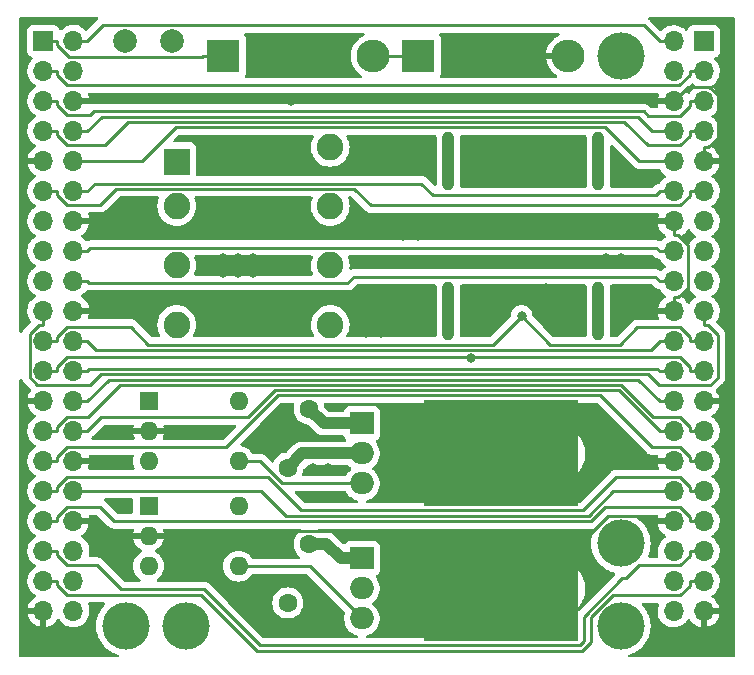
<source format=gtl>
G04 #@! TF.GenerationSoftware,KiCad,Pcbnew,(6.0.2)*
G04 #@! TF.CreationDate,2022-02-22T23:29:17+09:00*
G04 #@! TF.ProjectId,ACBoard,4143426f-6172-4642-9e6b-696361645f70,rev?*
G04 #@! TF.SameCoordinates,Original*
G04 #@! TF.FileFunction,Copper,L1,Top*
G04 #@! TF.FilePolarity,Positive*
%FSLAX46Y46*%
G04 Gerber Fmt 4.6, Leading zero omitted, Abs format (unit mm)*
G04 Created by KiCad (PCBNEW (6.0.2)) date 2022-02-22 23:29:17*
%MOMM*%
%LPD*%
G01*
G04 APERTURE LIST*
G04 #@! TA.AperFunction,WasherPad*
%ADD10C,4.000000*%
G04 #@! TD*
G04 #@! TA.AperFunction,SMDPad,CuDef*
%ADD11R,13.000000X9.000000*%
G04 #@! TD*
G04 #@! TA.AperFunction,ComponentPad*
%ADD12R,1.600000X1.600000*%
G04 #@! TD*
G04 #@! TA.AperFunction,ComponentPad*
%ADD13O,1.600000X1.600000*%
G04 #@! TD*
G04 #@! TA.AperFunction,ComponentPad*
%ADD14R,2.250000X2.250000*%
G04 #@! TD*
G04 #@! TA.AperFunction,ComponentPad*
%ADD15C,2.250000*%
G04 #@! TD*
G04 #@! TA.AperFunction,ComponentPad*
%ADD16C,1.600000*%
G04 #@! TD*
G04 #@! TA.AperFunction,ComponentPad*
%ADD17O,1.000000X5.000000*%
G04 #@! TD*
G04 #@! TA.AperFunction,ComponentPad*
%ADD18C,2.000000*%
G04 #@! TD*
G04 #@! TA.AperFunction,ComponentPad*
%ADD19R,1.700000X1.700000*%
G04 #@! TD*
G04 #@! TA.AperFunction,ComponentPad*
%ADD20O,1.700000X1.700000*%
G04 #@! TD*
G04 #@! TA.AperFunction,ComponentPad*
%ADD21R,2.800000X2.800000*%
G04 #@! TD*
G04 #@! TA.AperFunction,ComponentPad*
%ADD22O,2.800000X2.800000*%
G04 #@! TD*
G04 #@! TA.AperFunction,ComponentPad*
%ADD23R,2.000000X1.905000*%
G04 #@! TD*
G04 #@! TA.AperFunction,ComponentPad*
%ADD24O,2.000000X1.905000*%
G04 #@! TD*
G04 #@! TA.AperFunction,ViaPad*
%ADD25C,0.800000*%
G04 #@! TD*
G04 #@! TA.AperFunction,Conductor*
%ADD26C,0.250000*%
G04 #@! TD*
G04 #@! TA.AperFunction,Conductor*
%ADD27C,1.000000*%
G04 #@! TD*
G04 APERTURE END LIST*
D10*
X208915000Y-61595000D03*
X208915000Y-68580000D03*
X208915000Y-20320000D03*
X172085000Y-68580000D03*
X167005000Y-68580000D03*
D11*
X198755000Y-53975000D03*
X198755000Y-65405000D03*
D12*
X168920000Y-58435000D03*
D13*
X168920000Y-60975000D03*
X168920000Y-63515000D03*
X176540000Y-63515000D03*
X176540000Y-58435000D03*
D12*
X168920000Y-49545000D03*
D13*
X168920000Y-52085000D03*
X168920000Y-54625000D03*
X176540000Y-54625000D03*
X176540000Y-49545000D03*
D14*
X171300000Y-29260000D03*
D15*
X171300000Y-33060000D03*
X171300000Y-38060000D03*
X171300000Y-43060000D03*
X184300000Y-43060000D03*
X184300000Y-38060000D03*
X184300000Y-33060000D03*
X184300000Y-28060000D03*
D16*
X180710000Y-66635000D03*
X182510000Y-61635000D03*
X182510000Y-50205000D03*
X180710000Y-55205000D03*
D17*
X194310000Y-41910000D03*
X207010000Y-41910000D03*
X194310000Y-29210000D03*
X207010000Y-29210000D03*
D18*
X166910000Y-19050000D03*
X170910000Y-19050000D03*
D19*
X160015000Y-19055000D03*
D20*
X162555000Y-19055000D03*
X160015000Y-21595000D03*
X162555000Y-21595000D03*
X160015000Y-24135000D03*
X162555000Y-24135000D03*
X160015000Y-26675000D03*
X162555000Y-26675000D03*
X160015000Y-29215000D03*
X162555000Y-29215000D03*
X160015000Y-31755000D03*
X162555000Y-31755000D03*
X160015000Y-34295000D03*
X162555000Y-34295000D03*
X160015000Y-36835000D03*
X162555000Y-36835000D03*
X160015000Y-39375000D03*
X162555000Y-39375000D03*
X160015000Y-41915000D03*
X162555000Y-41915000D03*
X160015000Y-44455000D03*
X162555000Y-44455000D03*
X160015000Y-46995000D03*
X162555000Y-46995000D03*
X160015000Y-49535000D03*
X162555000Y-49535000D03*
X160015000Y-52075000D03*
X162555000Y-52075000D03*
X160015000Y-54615000D03*
X162555000Y-54615000D03*
X160015000Y-57155000D03*
X162555000Y-57155000D03*
X160015000Y-59695000D03*
X162555000Y-59695000D03*
X160015000Y-62235000D03*
X162555000Y-62235000D03*
X160015000Y-64775000D03*
X162555000Y-64775000D03*
X160015000Y-67315000D03*
X162555000Y-67315000D03*
D19*
X215920000Y-19080000D03*
D20*
X213380000Y-19080000D03*
X215920000Y-21620000D03*
X213380000Y-21620000D03*
X215920000Y-24160000D03*
X213380000Y-24160000D03*
X215920000Y-26700000D03*
X213380000Y-26700000D03*
X215920000Y-29240000D03*
X213380000Y-29240000D03*
X215920000Y-31780000D03*
X213380000Y-31780000D03*
X215920000Y-34320000D03*
X213380000Y-34320000D03*
X215920000Y-36860000D03*
X213380000Y-36860000D03*
X215920000Y-39400000D03*
X213380000Y-39400000D03*
X215920000Y-41940000D03*
X213380000Y-41940000D03*
X215920000Y-44480000D03*
X213380000Y-44480000D03*
X215920000Y-47020000D03*
X213380000Y-47020000D03*
X215920000Y-49560000D03*
X213380000Y-49560000D03*
X215920000Y-52100000D03*
X213380000Y-52100000D03*
X215920000Y-54640000D03*
X213380000Y-54640000D03*
X215920000Y-57180000D03*
X213380000Y-57180000D03*
X215920000Y-59720000D03*
X213380000Y-59720000D03*
X215920000Y-62260000D03*
X213380000Y-62260000D03*
X215920000Y-64800000D03*
X213380000Y-64800000D03*
X215920000Y-67340000D03*
X213380000Y-67340000D03*
D21*
X191770000Y-20320000D03*
D22*
X204470000Y-20320000D03*
D21*
X175260000Y-20320000D03*
D22*
X187960000Y-20320000D03*
D23*
X186985000Y-62865000D03*
D24*
X186985000Y-65405000D03*
X186985000Y-67945000D03*
D23*
X186985000Y-51435000D03*
D24*
X186985000Y-53975000D03*
X186985000Y-56515000D03*
D25*
X184150000Y-55245000D03*
X182880000Y-55245000D03*
X184150000Y-57785000D03*
X182880000Y-57785000D03*
X168275000Y-33655000D03*
X168910000Y-41275000D03*
X188595000Y-42545000D03*
X188595000Y-43815000D03*
X187325000Y-43815000D03*
X187325000Y-42545000D03*
X185420000Y-20320000D03*
X185420000Y-21590000D03*
X184150000Y-21590000D03*
X184150000Y-20320000D03*
X209550000Y-41910000D03*
X209550000Y-40640000D03*
X215900000Y-69850000D03*
X214630000Y-69850000D03*
X213360000Y-69850000D03*
X180975000Y-52070000D03*
X179705000Y-53340000D03*
X179705000Y-52070000D03*
X179705000Y-50800000D03*
X196850000Y-63500000D03*
X196850000Y-62230000D03*
X195580000Y-62230000D03*
X195580000Y-63500000D03*
X195580000Y-66040000D03*
X194310000Y-66040000D03*
X193040000Y-67310000D03*
X166370000Y-62865000D03*
X166370000Y-61595000D03*
X166370000Y-58420000D03*
X178435000Y-61595000D03*
X184785000Y-67310000D03*
X183515000Y-67310000D03*
X177800000Y-66675000D03*
X177800000Y-65405000D03*
X207645000Y-53975000D03*
X208915000Y-53975000D03*
X208915000Y-52705000D03*
X207645000Y-52705000D03*
X191135000Y-53340000D03*
X189865000Y-53340000D03*
X191135000Y-54610000D03*
X191135000Y-55880000D03*
X189865000Y-55880000D03*
X189865000Y-54610000D03*
X179705000Y-41275000D03*
X179705000Y-42545000D03*
X178435000Y-42545000D03*
X178435000Y-41275000D03*
X176530000Y-33020000D03*
X176530000Y-34290000D03*
X175260000Y-34290000D03*
X175260000Y-33020000D03*
X180975000Y-24130000D03*
X202565000Y-40005000D03*
X202565000Y-42545000D03*
X202565000Y-41275000D03*
X196215000Y-41275000D03*
X196215000Y-42545000D03*
X195580000Y-67310000D03*
X194310000Y-62230000D03*
X194310000Y-63500000D03*
X194310000Y-67310000D03*
X193040000Y-66040000D03*
X193040000Y-63500000D03*
X195580000Y-53975000D03*
X194310000Y-55245000D03*
X194310000Y-53975000D03*
X193040000Y-53975000D03*
X193040000Y-55245000D03*
X193040000Y-56515000D03*
X200025000Y-56515000D03*
X204470000Y-57785000D03*
X203200000Y-57785000D03*
X201930000Y-57785000D03*
X200660000Y-57785000D03*
X199390000Y-57785000D03*
X198755000Y-19050000D03*
X196850000Y-19050000D03*
X189865000Y-28575000D03*
X189865000Y-29845000D03*
X188595000Y-29845000D03*
X188595000Y-28575000D03*
X190500000Y-35560000D03*
X191770000Y-35560000D03*
X191770000Y-34290000D03*
X190500000Y-34290000D03*
X194310000Y-21590000D03*
X161290000Y-70485000D03*
X160020000Y-70485000D03*
X207645000Y-37465000D03*
X208915000Y-37465000D03*
X210185000Y-31115000D03*
X208915000Y-31115000D03*
X208915000Y-29845000D03*
X201930000Y-29210000D03*
X201930000Y-30480000D03*
X200660000Y-30480000D03*
X200660000Y-29210000D03*
X177800000Y-29845000D03*
X177800000Y-28575000D03*
X176530000Y-28575000D03*
X176530000Y-29845000D03*
X175260000Y-29845000D03*
X175260000Y-28575000D03*
X177800000Y-38735000D03*
X177800000Y-37465000D03*
X176530000Y-37465000D03*
X176530000Y-38735000D03*
X175260000Y-38735000D03*
X175260000Y-37465000D03*
X196198000Y-45930900D03*
X200514100Y-42321100D03*
D26*
X215920000Y-64800000D02*
X214744700Y-64800000D01*
X160015000Y-64775000D02*
X161190300Y-64775000D01*
X214744700Y-65167400D02*
X214744700Y-64800000D01*
X213936800Y-65975300D02*
X214744700Y-65167400D01*
X208219500Y-65975300D02*
X213936800Y-65975300D01*
X206375900Y-67818900D02*
X208219500Y-65975300D01*
X206375900Y-69926800D02*
X206375900Y-67818900D01*
X205612900Y-70689800D02*
X206375900Y-69926800D01*
X178120300Y-70689800D02*
X205612900Y-70689800D01*
X173380800Y-65950300D02*
X178120300Y-70689800D01*
X161998200Y-65950300D02*
X173380800Y-65950300D01*
X161190300Y-65142400D02*
X161998200Y-65950300D01*
X161190300Y-64775000D02*
X161190300Y-65142400D01*
X161190300Y-62602400D02*
X161190300Y-62235000D01*
X161998200Y-63410300D02*
X161190300Y-62602400D01*
X164524800Y-63410300D02*
X161998200Y-63410300D01*
X166577300Y-65462800D02*
X164524800Y-63410300D01*
X173591800Y-65462800D02*
X166577300Y-65462800D01*
X178359300Y-70230300D02*
X173591800Y-65462800D01*
X205417300Y-70230300D02*
X178359300Y-70230300D01*
X205766700Y-69880900D02*
X205417300Y-70230300D01*
X205766700Y-67791200D02*
X205766700Y-69880900D01*
X208994600Y-64563300D02*
X205766700Y-67791200D01*
X209313200Y-64563300D02*
X208994600Y-64563300D01*
X210441200Y-63435300D02*
X209313200Y-64563300D01*
X213936800Y-63435300D02*
X210441200Y-63435300D01*
X214744700Y-62627400D02*
X213936800Y-63435300D01*
X214744700Y-62260000D02*
X214744700Y-62627400D01*
X215920000Y-62260000D02*
X214744700Y-62260000D01*
X160015000Y-62235000D02*
X161190300Y-62235000D01*
X215920000Y-59720000D02*
X214744700Y-59720000D01*
X160015000Y-59695000D02*
X161190300Y-59695000D01*
X214744700Y-59352700D02*
X214744700Y-59720000D01*
X213916000Y-58524000D02*
X214744700Y-59352700D01*
X207576800Y-58524000D02*
X213916000Y-58524000D01*
X206395800Y-59705000D02*
X207576800Y-58524000D01*
X165999500Y-59705000D02*
X206395800Y-59705000D01*
X164814200Y-58519700D02*
X165999500Y-59705000D01*
X161998200Y-58519700D02*
X164814200Y-58519700D01*
X161190300Y-59327600D02*
X161998200Y-58519700D01*
X161190300Y-59695000D02*
X161190300Y-59327600D01*
X178443200Y-57155000D02*
X162555000Y-57155000D01*
X180542800Y-59254600D02*
X178443200Y-57155000D01*
X206209300Y-59254600D02*
X180542800Y-59254600D01*
X208283900Y-57180000D02*
X206209300Y-59254600D01*
X213380000Y-57180000D02*
X208283900Y-57180000D01*
X161190300Y-56787600D02*
X161190300Y-57155000D01*
X161998200Y-55979700D02*
X161190300Y-56787600D01*
X179045700Y-55979700D02*
X161998200Y-55979700D01*
X181866300Y-58800300D02*
X179045700Y-55979700D01*
X205708400Y-58800300D02*
X181866300Y-58800300D01*
X208533400Y-55975300D02*
X205708400Y-58800300D01*
X213907300Y-55975300D02*
X208533400Y-55975300D01*
X214744700Y-56812700D02*
X213907300Y-55975300D01*
X214744700Y-57180000D02*
X214744700Y-56812700D01*
X215920000Y-57180000D02*
X214744700Y-57180000D01*
X160015000Y-57155000D02*
X161190300Y-57155000D01*
X161190300Y-54247600D02*
X161190300Y-54615000D01*
X161998200Y-53439700D02*
X161190300Y-54247600D01*
X175491900Y-53439700D02*
X161998200Y-53439700D01*
X179863000Y-49068600D02*
X175491900Y-53439700D01*
X207173400Y-49068600D02*
X179863000Y-49068600D01*
X211569500Y-53464700D02*
X207173400Y-49068600D01*
X213936800Y-53464700D02*
X211569500Y-53464700D01*
X214744700Y-54272600D02*
X213936800Y-53464700D01*
X214744700Y-54640000D02*
X214744700Y-54272600D01*
X215920000Y-54640000D02*
X214744700Y-54640000D01*
X160015000Y-54615000D02*
X161190300Y-54615000D01*
X213380000Y-52100000D02*
X212204700Y-52100000D01*
X162555000Y-52075000D02*
X163730300Y-52075000D01*
X164905600Y-50899700D02*
X163730300Y-52075000D01*
X177311300Y-50899700D02*
X164905600Y-50899700D01*
X179592800Y-48618200D02*
X177311300Y-50899700D01*
X208715300Y-48618200D02*
X179592800Y-48618200D01*
X212197100Y-52100000D02*
X208715300Y-48618200D01*
X212204700Y-52100000D02*
X212197100Y-52100000D01*
X215920000Y-52100000D02*
X214744700Y-52100000D01*
X160015000Y-52075000D02*
X161190300Y-52075000D01*
X161190300Y-51707600D02*
X161190300Y-52075000D01*
X161998200Y-50899700D02*
X161190300Y-51707600D01*
X163786000Y-50899700D02*
X161998200Y-50899700D01*
X166517800Y-48167900D02*
X163786000Y-50899700D01*
X208901900Y-48167900D02*
X166517800Y-48167900D01*
X211658700Y-50924700D02*
X208901900Y-48167900D01*
X213936800Y-50924700D02*
X211658700Y-50924700D01*
X214744700Y-51732600D02*
X213936800Y-50924700D01*
X214744700Y-52100000D02*
X214744700Y-51732600D01*
X213380000Y-49560000D02*
X212204700Y-49560000D01*
X162555000Y-49535000D02*
X163730300Y-49535000D01*
X165547700Y-47717600D02*
X163730300Y-49535000D01*
X210362300Y-47717600D02*
X165547700Y-47717600D01*
X212204700Y-49560000D02*
X210362300Y-47717600D01*
X163908400Y-46816900D02*
X163730300Y-46995000D01*
X212001600Y-46816900D02*
X163908400Y-46816900D01*
X212204700Y-47020000D02*
X212001600Y-46816900D01*
X213380000Y-47020000D02*
X212204700Y-47020000D01*
X162555000Y-46995000D02*
X163730300Y-46995000D01*
X215920000Y-47020000D02*
X214744700Y-47020000D01*
X160015000Y-46995000D02*
X161190300Y-46995000D01*
X196198000Y-45819700D02*
X196198000Y-45930900D01*
X161998200Y-45819700D02*
X196198000Y-45819700D01*
X161190300Y-46627600D02*
X161998200Y-45819700D01*
X161190300Y-46995000D02*
X161190300Y-46627600D01*
X214744700Y-46652700D02*
X214744700Y-47020000D01*
X213911700Y-45819700D02*
X214744700Y-46652700D01*
X196198000Y-45819700D02*
X213911700Y-45819700D01*
X164479800Y-45204500D02*
X163730300Y-44455000D01*
X211480200Y-45204500D02*
X164479800Y-45204500D01*
X212204700Y-44480000D02*
X211480200Y-45204500D01*
X213380000Y-44480000D02*
X212204700Y-44480000D01*
X162555000Y-44455000D02*
X163730300Y-44455000D01*
X202947200Y-44754200D02*
X200514100Y-42321100D01*
X208847500Y-44754200D02*
X202947200Y-44754200D01*
X210315700Y-43286000D02*
X208847500Y-44754200D01*
X213918000Y-43286000D02*
X210315700Y-43286000D01*
X214744700Y-44112700D02*
X213918000Y-43286000D01*
X214744700Y-44480000D02*
X214744700Y-44112700D01*
X215920000Y-44480000D02*
X214744700Y-44480000D01*
X198081000Y-44754200D02*
X200514100Y-42321100D01*
X168910800Y-44754200D02*
X198081000Y-44754200D01*
X167396300Y-43239700D02*
X168910800Y-44754200D01*
X162038300Y-43239700D02*
X167396300Y-43239700D01*
X161190300Y-44087700D02*
X162038300Y-43239700D01*
X161190300Y-44455000D02*
X161190300Y-44087700D01*
X160015000Y-44455000D02*
X161190300Y-44455000D01*
X215920000Y-41940000D02*
X215920000Y-43115300D01*
X160015000Y-41915000D02*
X160015000Y-43090300D01*
X159647600Y-43090300D02*
X160015000Y-43090300D01*
X158839700Y-43898200D02*
X159647600Y-43090300D01*
X158839700Y-47526600D02*
X158839700Y-43898200D01*
X159485800Y-48172700D02*
X158839700Y-47526600D01*
X163973000Y-48172700D02*
X159485800Y-48172700D01*
X164878400Y-47267300D02*
X163973000Y-48172700D01*
X211181900Y-47267300D02*
X164878400Y-47267300D01*
X212113700Y-48199100D02*
X211181900Y-47267300D01*
X216462400Y-48199100D02*
X212113700Y-48199100D01*
X217098900Y-47562600D02*
X216462400Y-48199100D01*
X217098900Y-43926900D02*
X217098900Y-47562600D01*
X216287300Y-43115300D02*
X217098900Y-43926900D01*
X215920000Y-43115300D02*
X216287300Y-43115300D01*
X163900900Y-39545600D02*
X163730300Y-39375000D01*
X185763300Y-39545600D02*
X163900900Y-39545600D01*
X186284500Y-39024400D02*
X185763300Y-39545600D01*
X211829100Y-39024400D02*
X186284500Y-39024400D01*
X212204700Y-39400000D02*
X211829100Y-39024400D01*
X213380000Y-39400000D02*
X212204700Y-39400000D01*
X162555000Y-39375000D02*
X163730300Y-39375000D01*
X163986200Y-36579100D02*
X163730300Y-36835000D01*
X211923800Y-36579100D02*
X163986200Y-36579100D01*
X212204700Y-36860000D02*
X211923800Y-36579100D01*
X213380000Y-36860000D02*
X212204700Y-36860000D01*
X162555000Y-36835000D02*
X163730300Y-36835000D01*
X164360000Y-31125300D02*
X163730300Y-31755000D01*
X192023600Y-31125300D02*
X164360000Y-31125300D01*
X193001800Y-32103500D02*
X192023600Y-31125300D01*
X211881200Y-32103500D02*
X193001800Y-32103500D01*
X212204700Y-31780000D02*
X211881200Y-32103500D01*
X213380000Y-31780000D02*
X212204700Y-31780000D01*
X162555000Y-31755000D02*
X163730300Y-31755000D01*
X215920000Y-31780000D02*
X214744700Y-31780000D01*
X160015000Y-31755000D02*
X161190300Y-31755000D01*
X214744700Y-32147300D02*
X214744700Y-31780000D01*
X213927600Y-32964400D02*
X214744700Y-32147300D01*
X187736100Y-32964400D02*
X213927600Y-32964400D01*
X186347300Y-31575600D02*
X187736100Y-32964400D01*
X166197600Y-31575600D02*
X186347300Y-31575600D01*
X164842900Y-32930300D02*
X166197600Y-31575600D01*
X161998200Y-32930300D02*
X164842900Y-32930300D01*
X161190300Y-32122400D02*
X161998200Y-32930300D01*
X161190300Y-31755000D02*
X161190300Y-32122400D01*
X210472200Y-29240000D02*
X213380000Y-29240000D01*
X207601900Y-26369700D02*
X210472200Y-29240000D01*
X171202300Y-26369700D02*
X207601900Y-26369700D01*
X168357000Y-29215000D02*
X171202300Y-26369700D01*
X162555000Y-29215000D02*
X168357000Y-29215000D01*
X213380000Y-26700000D02*
X212204700Y-26700000D01*
X162555000Y-26675000D02*
X163730300Y-26675000D01*
X164939200Y-25466100D02*
X163730300Y-26675000D01*
X210333900Y-25466100D02*
X164939200Y-25466100D01*
X211567800Y-26700000D02*
X210333900Y-25466100D01*
X212204700Y-26700000D02*
X211567800Y-26700000D01*
X161190300Y-27042400D02*
X161190300Y-26675000D01*
X161998200Y-27850300D02*
X161190300Y-27042400D01*
X165250500Y-27850300D02*
X161998200Y-27850300D01*
X167184300Y-25916500D02*
X165250500Y-27850300D01*
X209191800Y-25916500D02*
X167184300Y-25916500D01*
X211165900Y-27890600D02*
X209191800Y-25916500D01*
X213921400Y-27890600D02*
X211165900Y-27890600D01*
X214744700Y-27067300D02*
X213921400Y-27890600D01*
X214744700Y-26700000D02*
X214744700Y-27067300D01*
X215920000Y-26700000D02*
X214744700Y-26700000D01*
X160015000Y-26675000D02*
X161190300Y-26675000D01*
X215920000Y-24160000D02*
X214744700Y-24160000D01*
X160015000Y-24135000D02*
X161190300Y-24135000D01*
X161190300Y-24502400D02*
X161190300Y-24135000D01*
X161998200Y-25310300D02*
X161190300Y-24502400D01*
X163975400Y-25310300D02*
X161998200Y-25310300D01*
X164274300Y-25011400D02*
X163975400Y-25310300D01*
X210834400Y-25011400D02*
X164274300Y-25011400D01*
X211193700Y-25370700D02*
X210834400Y-25011400D01*
X213901300Y-25370700D02*
X211193700Y-25370700D01*
X214744700Y-24527300D02*
X213901300Y-25370700D01*
X214744700Y-24160000D02*
X214744700Y-24527300D01*
X161190300Y-21962300D02*
X161190300Y-21595000D01*
X162034100Y-22806100D02*
X161190300Y-21962300D01*
X213861500Y-22806100D02*
X162034100Y-22806100D01*
X214744700Y-21922900D02*
X213861500Y-22806100D01*
X214744700Y-21620000D02*
X214744700Y-21922900D01*
X215920000Y-21620000D02*
X214744700Y-21620000D01*
X160015000Y-21595000D02*
X161190300Y-21595000D01*
X165064200Y-17721100D02*
X163730300Y-19055000D01*
X210845800Y-17721100D02*
X165064200Y-17721100D01*
X212204700Y-19080000D02*
X210845800Y-17721100D01*
X213380000Y-19080000D02*
X212204700Y-19080000D01*
X162555000Y-19055000D02*
X163730300Y-19055000D01*
X187960000Y-20320000D02*
X191770000Y-20320000D01*
X182555000Y-63515000D02*
X176540000Y-63515000D01*
X186985000Y-67945000D02*
X182555000Y-63515000D01*
D27*
X183954700Y-61635000D02*
X182510000Y-61635000D01*
X185184700Y-62865000D02*
X183954700Y-61635000D01*
X186985000Y-62865000D02*
X185184700Y-62865000D01*
D26*
X180217900Y-56515000D02*
X185659700Y-56515000D01*
X178327900Y-54625000D02*
X180217900Y-56515000D01*
X176540000Y-54625000D02*
X178327900Y-54625000D01*
X186985000Y-56515000D02*
X185659700Y-56515000D01*
D27*
X181940000Y-53975000D02*
X180710000Y-55205000D01*
X186985000Y-53975000D02*
X181940000Y-53975000D01*
X183740000Y-51435000D02*
X182510000Y-50205000D01*
X186985000Y-51435000D02*
X183740000Y-51435000D01*
D26*
X161190300Y-19422300D02*
X161190300Y-19055000D01*
X162187600Y-20419600D02*
X161190300Y-19422300D01*
X173435100Y-20419600D02*
X162187600Y-20419600D01*
X173534700Y-20320000D02*
X173435100Y-20419600D01*
X175260000Y-20320000D02*
X173534700Y-20320000D01*
X160015000Y-19055000D02*
X161190300Y-19055000D01*
X198755000Y-65405000D02*
X198755000Y-62992300D01*
X213380000Y-59720000D02*
X212204700Y-59720000D01*
X206634700Y-54640000D02*
X213380000Y-54640000D01*
X205212700Y-56062000D02*
X206634700Y-54640000D01*
X200842000Y-56062000D02*
X205212700Y-56062000D01*
X198755000Y-53975000D02*
X200842000Y-56062000D01*
X165010300Y-60975000D02*
X168920000Y-60975000D01*
X163730300Y-59695000D02*
X165010300Y-60975000D01*
X162555000Y-59695000D02*
X163730300Y-59695000D01*
X168920000Y-60975000D02*
X170045300Y-60975000D01*
X196271600Y-60508900D02*
X198755000Y-62992300D01*
X170511400Y-60508900D02*
X196271600Y-60508900D01*
X170045300Y-60975000D02*
X170511400Y-60508900D01*
X204080300Y-62992300D02*
X198755000Y-62992300D01*
X207805700Y-59266900D02*
X204080300Y-62992300D01*
X211751600Y-59266900D02*
X207805700Y-59266900D01*
X212204700Y-59720000D02*
X211751600Y-59266900D01*
X216287400Y-28064700D02*
X215920000Y-28064700D01*
X217095300Y-27256800D02*
X216287400Y-28064700D01*
X217095300Y-23654000D02*
X217095300Y-27256800D01*
X216410600Y-22969300D02*
X217095300Y-23654000D01*
X214570700Y-22969300D02*
X216410600Y-22969300D01*
X213380000Y-24160000D02*
X214570700Y-22969300D01*
X215920000Y-29240000D02*
X215920000Y-28064700D01*
X213747400Y-40764700D02*
X213380000Y-40764700D01*
X214555300Y-39956800D02*
X213747400Y-40764700D01*
X214555300Y-36303300D02*
X214555300Y-39956800D01*
X213747300Y-35495300D02*
X214555300Y-36303300D01*
X213380000Y-35495300D02*
X213747300Y-35495300D01*
X213380000Y-34320000D02*
X213380000Y-35495300D01*
X213380000Y-41940000D02*
X213380000Y-40764700D01*
G04 #@! TA.AperFunction,Conductor*
G36*
X158196512Y-47661627D02*
G01*
X158231153Y-47710469D01*
X158237505Y-47726513D01*
X158241349Y-47737742D01*
X158244335Y-47748020D01*
X158253682Y-47780193D01*
X158257715Y-47787012D01*
X158257717Y-47787017D01*
X158263993Y-47797628D01*
X158272688Y-47815376D01*
X158280148Y-47834217D01*
X158284810Y-47840633D01*
X158284810Y-47840634D01*
X158306136Y-47869987D01*
X158312652Y-47879907D01*
X158335158Y-47917962D01*
X158349479Y-47932283D01*
X158362319Y-47947316D01*
X158374228Y-47963707D01*
X158392933Y-47979181D01*
X158408305Y-47991898D01*
X158417084Y-47999888D01*
X158938400Y-48521204D01*
X158972426Y-48583516D01*
X158967361Y-48654331D01*
X158953393Y-48681303D01*
X158833098Y-48857649D01*
X158828000Y-48866623D01*
X158738338Y-49059783D01*
X158734775Y-49069470D01*
X158679389Y-49269183D01*
X158680912Y-49277607D01*
X158693292Y-49281000D01*
X160143000Y-49281000D01*
X160211121Y-49301002D01*
X160257614Y-49354658D01*
X160269000Y-49407000D01*
X160269000Y-49663000D01*
X160248998Y-49731121D01*
X160195342Y-49777614D01*
X160143000Y-49789000D01*
X158698225Y-49789000D01*
X158684694Y-49792973D01*
X158683257Y-49802966D01*
X158713565Y-49937446D01*
X158716645Y-49947275D01*
X158796770Y-50144603D01*
X158801413Y-50153794D01*
X158912694Y-50335388D01*
X158918777Y-50343699D01*
X159058213Y-50504667D01*
X159065580Y-50511883D01*
X159229434Y-50647916D01*
X159237881Y-50653831D01*
X159306969Y-50694203D01*
X159355693Y-50745842D01*
X159368764Y-50815625D01*
X159342033Y-50881396D01*
X159301584Y-50914752D01*
X159288607Y-50921507D01*
X159284474Y-50924610D01*
X159284471Y-50924612D01*
X159114100Y-51052530D01*
X159109965Y-51055635D01*
X158955629Y-51217138D01*
X158829743Y-51401680D01*
X158735688Y-51604305D01*
X158675989Y-51819570D01*
X158675440Y-51824707D01*
X158674456Y-51833913D01*
X158652251Y-52041695D01*
X158652548Y-52046848D01*
X158652548Y-52046851D01*
X158660057Y-52177074D01*
X158665110Y-52264715D01*
X158666247Y-52269761D01*
X158666248Y-52269767D01*
X158688441Y-52368241D01*
X158714222Y-52482639D01*
X158798266Y-52689616D01*
X158835736Y-52750761D01*
X158912291Y-52875688D01*
X158914987Y-52880088D01*
X158918367Y-52883990D01*
X158922919Y-52889245D01*
X159061250Y-53048938D01*
X159233126Y-53191632D01*
X159290025Y-53224881D01*
X159306445Y-53234476D01*
X159355169Y-53286114D01*
X159368240Y-53355897D01*
X159341509Y-53421669D01*
X159301055Y-53455027D01*
X159288607Y-53461507D01*
X159284474Y-53464610D01*
X159284471Y-53464612D01*
X159114100Y-53592530D01*
X159109965Y-53595635D01*
X158955629Y-53757138D01*
X158829743Y-53941680D01*
X158794567Y-54017461D01*
X158747805Y-54118202D01*
X158735688Y-54144305D01*
X158675989Y-54359570D01*
X158652251Y-54581695D01*
X158652548Y-54586848D01*
X158652548Y-54586851D01*
X158663786Y-54781757D01*
X158665110Y-54804715D01*
X158666247Y-54809761D01*
X158666248Y-54809767D01*
X158686096Y-54897837D01*
X158714222Y-55022639D01*
X158798266Y-55229616D01*
X158818200Y-55262145D01*
X158891405Y-55381605D01*
X158914987Y-55420088D01*
X159061250Y-55588938D01*
X159233126Y-55731632D01*
X159303595Y-55772811D01*
X159306445Y-55774476D01*
X159355169Y-55826114D01*
X159368240Y-55895897D01*
X159341509Y-55961669D01*
X159301055Y-55995027D01*
X159288607Y-56001507D01*
X159284474Y-56004610D01*
X159284471Y-56004612D01*
X159114100Y-56132530D01*
X159109965Y-56135635D01*
X158955629Y-56297138D01*
X158829743Y-56481680D01*
X158735688Y-56684305D01*
X158675989Y-56899570D01*
X158652251Y-57121695D01*
X158652548Y-57126848D01*
X158652548Y-57126851D01*
X158662048Y-57291611D01*
X158665110Y-57344715D01*
X158666247Y-57349761D01*
X158666248Y-57349767D01*
X158690304Y-57456508D01*
X158714222Y-57562639D01*
X158798266Y-57769616D01*
X158836952Y-57832746D01*
X158912291Y-57955688D01*
X158914987Y-57960088D01*
X159061250Y-58128938D01*
X159233126Y-58271632D01*
X159270253Y-58293327D01*
X159306445Y-58314476D01*
X159355169Y-58366114D01*
X159368240Y-58435897D01*
X159341509Y-58501669D01*
X159301055Y-58535027D01*
X159288607Y-58541507D01*
X159284474Y-58544610D01*
X159284471Y-58544612D01*
X159114100Y-58672530D01*
X159109965Y-58675635D01*
X158955629Y-58837138D01*
X158829743Y-59021680D01*
X158804603Y-59075840D01*
X158744855Y-59204557D01*
X158735688Y-59224305D01*
X158675989Y-59439570D01*
X158652251Y-59661695D01*
X158652548Y-59666848D01*
X158652548Y-59666851D01*
X158664360Y-59871703D01*
X158665110Y-59884715D01*
X158666247Y-59889761D01*
X158666248Y-59889767D01*
X158686096Y-59977837D01*
X158714222Y-60102639D01*
X158768424Y-60236123D01*
X158794633Y-60300668D01*
X158798266Y-60309616D01*
X158914987Y-60500088D01*
X159061250Y-60668938D01*
X159233126Y-60811632D01*
X159270253Y-60833327D01*
X159306445Y-60854476D01*
X159355169Y-60906114D01*
X159368240Y-60975897D01*
X159341509Y-61041669D01*
X159301055Y-61075027D01*
X159288607Y-61081507D01*
X159284474Y-61084610D01*
X159284471Y-61084612D01*
X159114100Y-61212530D01*
X159109965Y-61215635D01*
X158955629Y-61377138D01*
X158952720Y-61381403D01*
X158952714Y-61381411D01*
X158894144Y-61467271D01*
X158829743Y-61561680D01*
X158735688Y-61764305D01*
X158675989Y-61979570D01*
X158652251Y-62201695D01*
X158652548Y-62206848D01*
X158652548Y-62206851D01*
X158661316Y-62358919D01*
X158665110Y-62424715D01*
X158666247Y-62429761D01*
X158666248Y-62429767D01*
X158683348Y-62505643D01*
X158714222Y-62642639D01*
X158770728Y-62781798D01*
X158795631Y-62843126D01*
X158798266Y-62849616D01*
X158819307Y-62883952D01*
X158896101Y-63009268D01*
X158914987Y-63040088D01*
X159061250Y-63208938D01*
X159233126Y-63351632D01*
X159270253Y-63373327D01*
X159306445Y-63394476D01*
X159355169Y-63446114D01*
X159368240Y-63515897D01*
X159341509Y-63581669D01*
X159301055Y-63615027D01*
X159288607Y-63621507D01*
X159284474Y-63624610D01*
X159284471Y-63624612D01*
X159115685Y-63751340D01*
X159109965Y-63755635D01*
X159065311Y-63802363D01*
X159011177Y-63859011D01*
X158955629Y-63917138D01*
X158829743Y-64101680D01*
X158798494Y-64169000D01*
X158751023Y-64271269D01*
X158735688Y-64304305D01*
X158675989Y-64519570D01*
X158652251Y-64741695D01*
X158652548Y-64746848D01*
X158652548Y-64746851D01*
X158659817Y-64872921D01*
X158665110Y-64964715D01*
X158666247Y-64969761D01*
X158666248Y-64969767D01*
X158686982Y-65061768D01*
X158714222Y-65182639D01*
X158798266Y-65389616D01*
X158914987Y-65580088D01*
X159061250Y-65748938D01*
X159233126Y-65891632D01*
X159270253Y-65913327D01*
X159306955Y-65934774D01*
X159355679Y-65986412D01*
X159368750Y-66056195D01*
X159342019Y-66121967D01*
X159301562Y-66155327D01*
X159293457Y-66159546D01*
X159284738Y-66165036D01*
X159114433Y-66292905D01*
X159106726Y-66299748D01*
X158959590Y-66453717D01*
X158953104Y-66461727D01*
X158833098Y-66637649D01*
X158828000Y-66646623D01*
X158738338Y-66839783D01*
X158734775Y-66849470D01*
X158679389Y-67049183D01*
X158680912Y-67057607D01*
X158693292Y-67061000D01*
X160143000Y-67061000D01*
X160211121Y-67081002D01*
X160257614Y-67134658D01*
X160269000Y-67187000D01*
X160269000Y-68633517D01*
X160273064Y-68647359D01*
X160286478Y-68649393D01*
X160293184Y-68648534D01*
X160303262Y-68646392D01*
X160507255Y-68585191D01*
X160516842Y-68581433D01*
X160708095Y-68487739D01*
X160716945Y-68482464D01*
X160890328Y-68358792D01*
X160898200Y-68352139D01*
X161049052Y-68201812D01*
X161055730Y-68193965D01*
X161183022Y-68016819D01*
X161184279Y-68017722D01*
X161231373Y-67974362D01*
X161301311Y-67962145D01*
X161366751Y-67989678D01*
X161394579Y-68021511D01*
X161454987Y-68120088D01*
X161601250Y-68288938D01*
X161773126Y-68431632D01*
X161966000Y-68544338D01*
X161970825Y-68546180D01*
X161970826Y-68546181D01*
X162023458Y-68566279D01*
X162174692Y-68624030D01*
X162179760Y-68625061D01*
X162179763Y-68625062D01*
X162274862Y-68644410D01*
X162393597Y-68668567D01*
X162398772Y-68668757D01*
X162398774Y-68668757D01*
X162611673Y-68676564D01*
X162611677Y-68676564D01*
X162616837Y-68676753D01*
X162621957Y-68676097D01*
X162621959Y-68676097D01*
X162833288Y-68649025D01*
X162833289Y-68649025D01*
X162838416Y-68648368D01*
X162843966Y-68646703D01*
X163047429Y-68585661D01*
X163047434Y-68585659D01*
X163052384Y-68584174D01*
X163252994Y-68485896D01*
X163434860Y-68356173D01*
X163466785Y-68324360D01*
X163589435Y-68202137D01*
X163593096Y-68198489D01*
X163628665Y-68148990D01*
X163720435Y-68021277D01*
X163723453Y-68017077D01*
X163732209Y-67999362D01*
X163820136Y-67821453D01*
X163820137Y-67821451D01*
X163822430Y-67816811D01*
X163874826Y-67644357D01*
X163885865Y-67608023D01*
X163885865Y-67608021D01*
X163887370Y-67603069D01*
X163916529Y-67381590D01*
X163916796Y-67370678D01*
X163918074Y-67318365D01*
X163918074Y-67318361D01*
X163918156Y-67315000D01*
X163899852Y-67092361D01*
X163845431Y-66875702D01*
X163795140Y-66760041D01*
X163786320Y-66689596D01*
X163816987Y-66625564D01*
X163877403Y-66588276D01*
X163910690Y-66583800D01*
X165148031Y-66583800D01*
X165216152Y-66603802D01*
X165262645Y-66657458D01*
X165272749Y-66727732D01*
X165243255Y-66792312D01*
X165234284Y-66801650D01*
X165183361Y-66849470D01*
X165172767Y-66859418D01*
X165170243Y-66862469D01*
X165170242Y-66862470D01*
X165079895Y-66971680D01*
X164971568Y-67102625D01*
X164857927Y-67281695D01*
X164813505Y-67351693D01*
X164802438Y-67369131D01*
X164800754Y-67372710D01*
X164800750Y-67372717D01*
X164672927Y-67644357D01*
X164668044Y-67654734D01*
X164666818Y-67658506D01*
X164666818Y-67658507D01*
X164645980Y-67722639D01*
X164570505Y-67954928D01*
X164511359Y-68264980D01*
X164491540Y-68580000D01*
X164511359Y-68895020D01*
X164570505Y-69205072D01*
X164617139Y-69348596D01*
X164635791Y-69406000D01*
X164668044Y-69505266D01*
X164669731Y-69508852D01*
X164669733Y-69508856D01*
X164800750Y-69787283D01*
X164800754Y-69787290D01*
X164802438Y-69790869D01*
X164971568Y-70057375D01*
X165172767Y-70300582D01*
X165402860Y-70516654D01*
X165658221Y-70702184D01*
X165934821Y-70854247D01*
X165938490Y-70855700D01*
X165938495Y-70855702D01*
X166224628Y-70968990D01*
X166228298Y-70970443D01*
X166232120Y-70971424D01*
X166232119Y-70971424D01*
X166339357Y-70998958D01*
X166400363Y-71035273D01*
X166432052Y-71098805D01*
X166424362Y-71169384D01*
X166379735Y-71224601D01*
X166308022Y-71247000D01*
X158114000Y-71247000D01*
X158045879Y-71226998D01*
X157999386Y-71173342D01*
X157988000Y-71121000D01*
X157988000Y-67582966D01*
X158683257Y-67582966D01*
X158713565Y-67717446D01*
X158716645Y-67727275D01*
X158796770Y-67924603D01*
X158801413Y-67933794D01*
X158912694Y-68115388D01*
X158918777Y-68123699D01*
X159058213Y-68284667D01*
X159065580Y-68291883D01*
X159229434Y-68427916D01*
X159237881Y-68433831D01*
X159421756Y-68541279D01*
X159431042Y-68545729D01*
X159630001Y-68621703D01*
X159639899Y-68624579D01*
X159743250Y-68645606D01*
X159757299Y-68644410D01*
X159761000Y-68634065D01*
X159761000Y-67587115D01*
X159756525Y-67571876D01*
X159755135Y-67570671D01*
X159747452Y-67569000D01*
X158698225Y-67569000D01*
X158684694Y-67572973D01*
X158683257Y-67582966D01*
X157988000Y-67582966D01*
X157988000Y-47756851D01*
X158008002Y-47688730D01*
X158061658Y-47642237D01*
X158131932Y-47632133D01*
X158196512Y-47661627D01*
G37*
G04 #@! TD.AperFunction*
G04 #@! TA.AperFunction,Conductor*
G36*
X218509121Y-17038002D02*
G01*
X218555614Y-17091658D01*
X218567000Y-17144000D01*
X218567000Y-71121000D01*
X218546998Y-71189121D01*
X218493342Y-71235614D01*
X218441000Y-71247000D01*
X209611978Y-71247000D01*
X209543857Y-71226998D01*
X209497364Y-71173342D01*
X209487260Y-71103068D01*
X209516754Y-71038488D01*
X209580643Y-70998958D01*
X209687881Y-70971424D01*
X209687880Y-70971424D01*
X209691702Y-70970443D01*
X209695372Y-70968990D01*
X209981505Y-70855702D01*
X209981510Y-70855700D01*
X209985179Y-70854247D01*
X210261779Y-70702184D01*
X210517140Y-70516654D01*
X210747233Y-70300582D01*
X210948432Y-70057375D01*
X211117562Y-69790869D01*
X211119246Y-69787290D01*
X211119250Y-69787283D01*
X211250267Y-69508856D01*
X211250269Y-69508852D01*
X211251956Y-69505266D01*
X211284210Y-69406000D01*
X211302861Y-69348596D01*
X211349495Y-69205072D01*
X211408641Y-68895020D01*
X211428460Y-68580000D01*
X211408641Y-68264980D01*
X211349495Y-67954928D01*
X211274020Y-67722639D01*
X211253182Y-67658507D01*
X211253182Y-67658506D01*
X211251956Y-67654734D01*
X211247073Y-67644357D01*
X211119250Y-67372717D01*
X211119246Y-67372710D01*
X211117562Y-67369131D01*
X211106496Y-67351693D01*
X211062073Y-67281695D01*
X210948432Y-67102625D01*
X210840105Y-66971680D01*
X210749758Y-66862470D01*
X210749757Y-66862469D01*
X210747233Y-66859418D01*
X210744342Y-66856703D01*
X210712339Y-66826650D01*
X210676373Y-66765437D01*
X210679212Y-66694497D01*
X210719952Y-66636353D01*
X210785661Y-66609465D01*
X210798592Y-66608800D01*
X212024210Y-66608800D01*
X212092331Y-66628802D01*
X212138824Y-66682458D01*
X212148928Y-66752732D01*
X212138498Y-66787850D01*
X212103861Y-66862470D01*
X212100688Y-66869305D01*
X212040989Y-67084570D01*
X212017251Y-67306695D01*
X212017548Y-67311848D01*
X212017548Y-67311851D01*
X212028785Y-67506737D01*
X212030110Y-67529715D01*
X212031247Y-67534761D01*
X212031248Y-67534767D01*
X212043972Y-67591224D01*
X212079222Y-67747639D01*
X212163266Y-67954616D01*
X212181865Y-67984967D01*
X212261971Y-68115688D01*
X212279987Y-68145088D01*
X212426250Y-68313938D01*
X212598126Y-68456632D01*
X212791000Y-68569338D01*
X212795825Y-68571180D01*
X212795826Y-68571181D01*
X212868612Y-68598975D01*
X212999692Y-68649030D01*
X213004760Y-68650061D01*
X213004763Y-68650062D01*
X213099862Y-68669410D01*
X213218597Y-68693567D01*
X213223772Y-68693757D01*
X213223774Y-68693757D01*
X213436673Y-68701564D01*
X213436677Y-68701564D01*
X213441837Y-68701753D01*
X213446957Y-68701097D01*
X213446959Y-68701097D01*
X213658288Y-68674025D01*
X213658289Y-68674025D01*
X213663416Y-68673368D01*
X213668366Y-68671883D01*
X213872429Y-68610661D01*
X213872434Y-68610659D01*
X213877384Y-68609174D01*
X214077994Y-68510896D01*
X214259860Y-68381173D01*
X214282320Y-68358792D01*
X214341209Y-68300107D01*
X214418096Y-68223489D01*
X214433673Y-68201812D01*
X214548453Y-68042077D01*
X214549640Y-68042930D01*
X214596960Y-67999362D01*
X214666897Y-67987145D01*
X214732338Y-68014678D01*
X214760166Y-68046511D01*
X214817694Y-68140388D01*
X214823777Y-68148699D01*
X214963213Y-68309667D01*
X214970580Y-68316883D01*
X215134434Y-68452916D01*
X215142881Y-68458831D01*
X215326756Y-68566279D01*
X215336042Y-68570729D01*
X215535001Y-68646703D01*
X215544899Y-68649579D01*
X215648250Y-68670606D01*
X215662299Y-68669410D01*
X215666000Y-68659065D01*
X215666000Y-68658517D01*
X216174000Y-68658517D01*
X216178064Y-68672359D01*
X216191478Y-68674393D01*
X216198184Y-68673534D01*
X216208262Y-68671392D01*
X216412255Y-68610191D01*
X216421842Y-68606433D01*
X216613095Y-68512739D01*
X216621945Y-68507464D01*
X216795328Y-68383792D01*
X216803200Y-68377139D01*
X216954052Y-68226812D01*
X216960730Y-68218965D01*
X217085003Y-68046020D01*
X217090313Y-68037183D01*
X217184670Y-67846267D01*
X217188469Y-67836672D01*
X217250377Y-67632910D01*
X217252555Y-67622837D01*
X217253986Y-67611962D01*
X217251775Y-67597778D01*
X217238617Y-67594000D01*
X216192115Y-67594000D01*
X216176876Y-67598475D01*
X216175671Y-67599865D01*
X216174000Y-67607548D01*
X216174000Y-68658517D01*
X215666000Y-68658517D01*
X215666000Y-67212000D01*
X215686002Y-67143879D01*
X215739658Y-67097386D01*
X215792000Y-67086000D01*
X217238344Y-67086000D01*
X217251875Y-67082027D01*
X217253180Y-67072947D01*
X217211214Y-66905875D01*
X217207894Y-66896124D01*
X217122972Y-66700814D01*
X217118105Y-66691739D01*
X217002426Y-66512926D01*
X216996136Y-66504757D01*
X216852806Y-66347240D01*
X216845273Y-66340215D01*
X216678139Y-66208222D01*
X216669556Y-66202520D01*
X216632602Y-66182120D01*
X216582631Y-66131687D01*
X216567859Y-66062245D01*
X216592975Y-65995839D01*
X216620327Y-65969232D01*
X216668635Y-65934774D01*
X216799860Y-65841173D01*
X216958096Y-65683489D01*
X217088453Y-65502077D01*
X217134396Y-65409119D01*
X217185136Y-65306453D01*
X217185137Y-65306451D01*
X217187430Y-65301811D01*
X217245836Y-65109574D01*
X217250865Y-65093023D01*
X217250865Y-65093021D01*
X217252370Y-65088069D01*
X217281529Y-64866590D01*
X217282134Y-64841817D01*
X217283074Y-64803365D01*
X217283074Y-64803361D01*
X217283156Y-64800000D01*
X217264852Y-64577361D01*
X217210431Y-64360702D01*
X217121354Y-64155840D01*
X217066908Y-64071679D01*
X217002822Y-63972617D01*
X217002818Y-63972612D01*
X217000014Y-63968277D01*
X216849670Y-63803051D01*
X216845619Y-63799852D01*
X216845615Y-63799848D01*
X216678414Y-63667800D01*
X216678410Y-63667798D01*
X216674359Y-63664598D01*
X216633053Y-63641796D01*
X216583084Y-63591364D01*
X216568312Y-63521921D01*
X216593428Y-63455516D01*
X216620780Y-63428909D01*
X216669053Y-63394476D01*
X216799860Y-63301173D01*
X216958096Y-63143489D01*
X216987509Y-63102557D01*
X217085435Y-62966277D01*
X217088453Y-62962077D01*
X217091795Y-62955316D01*
X217185136Y-62766453D01*
X217185137Y-62766451D01*
X217187430Y-62761811D01*
X217252370Y-62548069D01*
X217281529Y-62326590D01*
X217281611Y-62323240D01*
X217283074Y-62263365D01*
X217283074Y-62263361D01*
X217283156Y-62260000D01*
X217264852Y-62037361D01*
X217210431Y-61820702D01*
X217121354Y-61615840D01*
X217067150Y-61532054D01*
X217002822Y-61432617D01*
X217002820Y-61432614D01*
X217000014Y-61428277D01*
X216849670Y-61263051D01*
X216845619Y-61259852D01*
X216845615Y-61259848D01*
X216678414Y-61127800D01*
X216678410Y-61127798D01*
X216674359Y-61124598D01*
X216633053Y-61101796D01*
X216583084Y-61051364D01*
X216568312Y-60981921D01*
X216593428Y-60915516D01*
X216620780Y-60888909D01*
X216669436Y-60854203D01*
X216799860Y-60761173D01*
X216822320Y-60738792D01*
X216918326Y-60643120D01*
X216958096Y-60603489D01*
X216973673Y-60581812D01*
X217085435Y-60426277D01*
X217088453Y-60422077D01*
X217093356Y-60412158D01*
X217185136Y-60226453D01*
X217185137Y-60226451D01*
X217187430Y-60221811D01*
X217252370Y-60008069D01*
X217281529Y-59786590D01*
X217281699Y-59779644D01*
X217283074Y-59723365D01*
X217283074Y-59723361D01*
X217283156Y-59720000D01*
X217264852Y-59497361D01*
X217210431Y-59280702D01*
X217121354Y-59075840D01*
X217070895Y-58997842D01*
X217002822Y-58892617D01*
X217002820Y-58892614D01*
X217000014Y-58888277D01*
X216849670Y-58723051D01*
X216845619Y-58719852D01*
X216845615Y-58719848D01*
X216678414Y-58587800D01*
X216678410Y-58587798D01*
X216674359Y-58584598D01*
X216633053Y-58561796D01*
X216583084Y-58511364D01*
X216568312Y-58441921D01*
X216593428Y-58375516D01*
X216620780Y-58348909D01*
X216669053Y-58314476D01*
X216799860Y-58221173D01*
X216867367Y-58153902D01*
X216914175Y-58107257D01*
X216958096Y-58063489D01*
X216970019Y-58046897D01*
X217085435Y-57886277D01*
X217088453Y-57882077D01*
X217109320Y-57839857D01*
X217185136Y-57686453D01*
X217185137Y-57686451D01*
X217187430Y-57681811D01*
X217252370Y-57468069D01*
X217281529Y-57246590D01*
X217283156Y-57180000D01*
X217264852Y-56957361D01*
X217210431Y-56740702D01*
X217121354Y-56535840D01*
X217000014Y-56348277D01*
X216849670Y-56183051D01*
X216845619Y-56179852D01*
X216845615Y-56179848D01*
X216678414Y-56047800D01*
X216678410Y-56047798D01*
X216674359Y-56044598D01*
X216633053Y-56021796D01*
X216583084Y-55971364D01*
X216568312Y-55901921D01*
X216593428Y-55835516D01*
X216620780Y-55808909D01*
X216678251Y-55767915D01*
X216799860Y-55681173D01*
X216843552Y-55637634D01*
X216905976Y-55575427D01*
X216958096Y-55523489D01*
X216961149Y-55519241D01*
X217085435Y-55346277D01*
X217088453Y-55342077D01*
X217095057Y-55328716D01*
X217185136Y-55146453D01*
X217185137Y-55146451D01*
X217187430Y-55141811D01*
X217252370Y-54928069D01*
X217281529Y-54706590D01*
X217281699Y-54699644D01*
X217283074Y-54643365D01*
X217283074Y-54643361D01*
X217283156Y-54640000D01*
X217264852Y-54417361D01*
X217210431Y-54200702D01*
X217121354Y-53995840D01*
X217063433Y-53906308D01*
X217002822Y-53812617D01*
X217002820Y-53812614D01*
X217000014Y-53808277D01*
X216849670Y-53643051D01*
X216845619Y-53639852D01*
X216845615Y-53639848D01*
X216678414Y-53507800D01*
X216678410Y-53507798D01*
X216674359Y-53504598D01*
X216633053Y-53481796D01*
X216583084Y-53431364D01*
X216568312Y-53361921D01*
X216593428Y-53295516D01*
X216620780Y-53268909D01*
X216669053Y-53234476D01*
X216799860Y-53141173D01*
X216815450Y-53125638D01*
X216939841Y-53001680D01*
X216958096Y-52983489D01*
X216967208Y-52970809D01*
X217085435Y-52806277D01*
X217088453Y-52802077D01*
X217108283Y-52761955D01*
X217185136Y-52606453D01*
X217185137Y-52606451D01*
X217187430Y-52601811D01*
X217241341Y-52424371D01*
X217250865Y-52393023D01*
X217250865Y-52393021D01*
X217252370Y-52388069D01*
X217281529Y-52166590D01*
X217281611Y-52163240D01*
X217283074Y-52103365D01*
X217283074Y-52103361D01*
X217283156Y-52100000D01*
X217264852Y-51877361D01*
X217210431Y-51660702D01*
X217121354Y-51455840D01*
X217000014Y-51268277D01*
X216849670Y-51103051D01*
X216845619Y-51099852D01*
X216845615Y-51099848D01*
X216678414Y-50967800D01*
X216678410Y-50967798D01*
X216674359Y-50964598D01*
X216632569Y-50941529D01*
X216582598Y-50891097D01*
X216567826Y-50821654D01*
X216592942Y-50755248D01*
X216620294Y-50728641D01*
X216795328Y-50603792D01*
X216803200Y-50597139D01*
X216954052Y-50446812D01*
X216960730Y-50438965D01*
X217085003Y-50266020D01*
X217090313Y-50257183D01*
X217184670Y-50066267D01*
X217188469Y-50056672D01*
X217250377Y-49852910D01*
X217252555Y-49842837D01*
X217253986Y-49831962D01*
X217251775Y-49817778D01*
X217238617Y-49814000D01*
X215792000Y-49814000D01*
X215723879Y-49793998D01*
X215677386Y-49740342D01*
X215666000Y-49688000D01*
X215666000Y-49432000D01*
X215686002Y-49363879D01*
X215739658Y-49317386D01*
X215792000Y-49306000D01*
X217238344Y-49306000D01*
X217251875Y-49302027D01*
X217253180Y-49292947D01*
X217211214Y-49125875D01*
X217207894Y-49116124D01*
X217122972Y-48920814D01*
X217118105Y-48911739D01*
X217002426Y-48732926D01*
X216992982Y-48720662D01*
X216994846Y-48719227D01*
X216968090Y-48664217D01*
X216976484Y-48593718D01*
X217003240Y-48554166D01*
X217491158Y-48066248D01*
X217499438Y-48058713D01*
X217505918Y-48054600D01*
X217552544Y-48004948D01*
X217555298Y-48002107D01*
X217575035Y-47982370D01*
X217577515Y-47979173D01*
X217585220Y-47970151D01*
X217591271Y-47963707D01*
X217615486Y-47937921D01*
X217619305Y-47930975D01*
X217619307Y-47930972D01*
X217625248Y-47920166D01*
X217636099Y-47903647D01*
X217643658Y-47893901D01*
X217648514Y-47887641D01*
X217651659Y-47880372D01*
X217651662Y-47880368D01*
X217666074Y-47847063D01*
X217671291Y-47836413D01*
X217692595Y-47797660D01*
X217697633Y-47778037D01*
X217704037Y-47759334D01*
X217708933Y-47748020D01*
X217708933Y-47748019D01*
X217712081Y-47740745D01*
X217713320Y-47732922D01*
X217713323Y-47732912D01*
X217718999Y-47697076D01*
X217721405Y-47685456D01*
X217730428Y-47650311D01*
X217730428Y-47650310D01*
X217732400Y-47642630D01*
X217732400Y-47622376D01*
X217733951Y-47602665D01*
X217735880Y-47590486D01*
X217737120Y-47582657D01*
X217732959Y-47538638D01*
X217732400Y-47526781D01*
X217732400Y-44005668D01*
X217732927Y-43994485D01*
X217734602Y-43986992D01*
X217734240Y-43975458D01*
X217732462Y-43918902D01*
X217732400Y-43914944D01*
X217732400Y-43887044D01*
X217731896Y-43883053D01*
X217730963Y-43871211D01*
X217730245Y-43848342D01*
X217729574Y-43827011D01*
X217727362Y-43819397D01*
X217727361Y-43819392D01*
X217723923Y-43807559D01*
X217719912Y-43788195D01*
X217718367Y-43775964D01*
X217717374Y-43768103D01*
X217714457Y-43760736D01*
X217714456Y-43760731D01*
X217701098Y-43726992D01*
X217697254Y-43715765D01*
X217687130Y-43680922D01*
X217684918Y-43673307D01*
X217674607Y-43655872D01*
X217665912Y-43638124D01*
X217658452Y-43619283D01*
X217632464Y-43583513D01*
X217625948Y-43573593D01*
X217607480Y-43542365D01*
X217607478Y-43542362D01*
X217603442Y-43535538D01*
X217589121Y-43521217D01*
X217576280Y-43506183D01*
X217569031Y-43496206D01*
X217564372Y-43489793D01*
X217558267Y-43484742D01*
X217558262Y-43484737D01*
X217530296Y-43461601D01*
X217521518Y-43453613D01*
X217005899Y-42937994D01*
X216971873Y-42875682D01*
X216976938Y-42804867D01*
X216992671Y-42775373D01*
X217085435Y-42646277D01*
X217088453Y-42642077D01*
X217094587Y-42629667D01*
X217185136Y-42446453D01*
X217185137Y-42446451D01*
X217187430Y-42441811D01*
X217252370Y-42228069D01*
X217281529Y-42006590D01*
X217283156Y-41940000D01*
X217264852Y-41717361D01*
X217210431Y-41500702D01*
X217121354Y-41295840D01*
X217000014Y-41108277D01*
X216849670Y-40943051D01*
X216845619Y-40939852D01*
X216845615Y-40939848D01*
X216678414Y-40807800D01*
X216678410Y-40807798D01*
X216674359Y-40804598D01*
X216633053Y-40781796D01*
X216583084Y-40731364D01*
X216568312Y-40661921D01*
X216593428Y-40595516D01*
X216620780Y-40568909D01*
X216669053Y-40534476D01*
X216799860Y-40441173D01*
X216958096Y-40283489D01*
X217008313Y-40213605D01*
X217085435Y-40106277D01*
X217088453Y-40102077D01*
X217093991Y-40090873D01*
X217185136Y-39906453D01*
X217185137Y-39906451D01*
X217187430Y-39901811D01*
X217248956Y-39699306D01*
X217250865Y-39693023D01*
X217250865Y-39693021D01*
X217252370Y-39688069D01*
X217281529Y-39466590D01*
X217283156Y-39400000D01*
X217264852Y-39177361D01*
X217210431Y-38960702D01*
X217121354Y-38755840D01*
X217000014Y-38568277D01*
X216849670Y-38403051D01*
X216845619Y-38399852D01*
X216845615Y-38399848D01*
X216678414Y-38267800D01*
X216678410Y-38267798D01*
X216674359Y-38264598D01*
X216633053Y-38241796D01*
X216583084Y-38191364D01*
X216568312Y-38121921D01*
X216593428Y-38055516D01*
X216620780Y-38028909D01*
X216669053Y-37994476D01*
X216799860Y-37901173D01*
X216958096Y-37743489D01*
X217088453Y-37562077D01*
X217093991Y-37550873D01*
X217185136Y-37366453D01*
X217185137Y-37366451D01*
X217187430Y-37361811D01*
X217252370Y-37148069D01*
X217281529Y-36926590D01*
X217283156Y-36860000D01*
X217264852Y-36637361D01*
X217210431Y-36420702D01*
X217121354Y-36215840D01*
X217000014Y-36028277D01*
X216849670Y-35863051D01*
X216845619Y-35859852D01*
X216845615Y-35859848D01*
X216678414Y-35727800D01*
X216678410Y-35727798D01*
X216674359Y-35724598D01*
X216633053Y-35701796D01*
X216583084Y-35651364D01*
X216568312Y-35581921D01*
X216593428Y-35515516D01*
X216620780Y-35488909D01*
X216669436Y-35454203D01*
X216799860Y-35361173D01*
X216822320Y-35338792D01*
X216954435Y-35207137D01*
X216958096Y-35203489D01*
X216973673Y-35181812D01*
X217085435Y-35026277D01*
X217088453Y-35022077D01*
X217098618Y-35001511D01*
X217185136Y-34826453D01*
X217185137Y-34826451D01*
X217187430Y-34821811D01*
X217252370Y-34608069D01*
X217281529Y-34386590D01*
X217281611Y-34383240D01*
X217283074Y-34323365D01*
X217283074Y-34323361D01*
X217283156Y-34320000D01*
X217264852Y-34097361D01*
X217210431Y-33880702D01*
X217121354Y-33675840D01*
X217069104Y-33595074D01*
X217002822Y-33492617D01*
X217002820Y-33492614D01*
X217000014Y-33488277D01*
X216849670Y-33323051D01*
X216845619Y-33319852D01*
X216845615Y-33319848D01*
X216678414Y-33187800D01*
X216678410Y-33187798D01*
X216674359Y-33184598D01*
X216633053Y-33161796D01*
X216583084Y-33111364D01*
X216568312Y-33041921D01*
X216593428Y-32975516D01*
X216620780Y-32948909D01*
X216669053Y-32914476D01*
X216799860Y-32821173D01*
X216958096Y-32663489D01*
X217088453Y-32482077D01*
X217137263Y-32383318D01*
X217185136Y-32286453D01*
X217185137Y-32286451D01*
X217187430Y-32281811D01*
X217252370Y-32068069D01*
X217281529Y-31846590D01*
X217283156Y-31780000D01*
X217264852Y-31557361D01*
X217210431Y-31340702D01*
X217121354Y-31135840D01*
X217000014Y-30948277D01*
X216849670Y-30783051D01*
X216845619Y-30779852D01*
X216845615Y-30779848D01*
X216678414Y-30647800D01*
X216678410Y-30647798D01*
X216674359Y-30644598D01*
X216632569Y-30621529D01*
X216582598Y-30571097D01*
X216567826Y-30501654D01*
X216592942Y-30435248D01*
X216620294Y-30408641D01*
X216795328Y-30283792D01*
X216803200Y-30277139D01*
X216954052Y-30126812D01*
X216960730Y-30118965D01*
X217085003Y-29946020D01*
X217090313Y-29937183D01*
X217184670Y-29746267D01*
X217188469Y-29736672D01*
X217250377Y-29532910D01*
X217252555Y-29522837D01*
X217253986Y-29511962D01*
X217251775Y-29497778D01*
X217238617Y-29494000D01*
X215792000Y-29494000D01*
X215723879Y-29473998D01*
X215677386Y-29420342D01*
X215666000Y-29368000D01*
X215666000Y-29112000D01*
X215686002Y-29043879D01*
X215739658Y-28997386D01*
X215792000Y-28986000D01*
X217238344Y-28986000D01*
X217251875Y-28982027D01*
X217253180Y-28972947D01*
X217211214Y-28805875D01*
X217207894Y-28796124D01*
X217122972Y-28600814D01*
X217118105Y-28591739D01*
X217002426Y-28412926D01*
X216996136Y-28404757D01*
X216852806Y-28247240D01*
X216845273Y-28240215D01*
X216678139Y-28108222D01*
X216669556Y-28102520D01*
X216632602Y-28082120D01*
X216582631Y-28031687D01*
X216567859Y-27962245D01*
X216592975Y-27895839D01*
X216620327Y-27869232D01*
X216668635Y-27834774D01*
X216799860Y-27741173D01*
X216859036Y-27682204D01*
X216954435Y-27587137D01*
X216958096Y-27583489D01*
X216976073Y-27558472D01*
X217085435Y-27406277D01*
X217088453Y-27402077D01*
X217133025Y-27311893D01*
X217185136Y-27206453D01*
X217185137Y-27206451D01*
X217187430Y-27201811D01*
X217252370Y-26988069D01*
X217281529Y-26766590D01*
X217281611Y-26763240D01*
X217283074Y-26703365D01*
X217283074Y-26703361D01*
X217283156Y-26700000D01*
X217264852Y-26477361D01*
X217210431Y-26260702D01*
X217121354Y-26055840D01*
X217000014Y-25868277D01*
X216849670Y-25703051D01*
X216845619Y-25699852D01*
X216845615Y-25699848D01*
X216678414Y-25567800D01*
X216678410Y-25567798D01*
X216674359Y-25564598D01*
X216633053Y-25541796D01*
X216583084Y-25491364D01*
X216568312Y-25421921D01*
X216593428Y-25355516D01*
X216620780Y-25328909D01*
X216669053Y-25294476D01*
X216799860Y-25201173D01*
X216958096Y-25043489D01*
X217088453Y-24862077D01*
X217144035Y-24749616D01*
X217185136Y-24666453D01*
X217185137Y-24666451D01*
X217187430Y-24661811D01*
X217227737Y-24529145D01*
X217250865Y-24453023D01*
X217250865Y-24453021D01*
X217252370Y-24448069D01*
X217281529Y-24226590D01*
X217283156Y-24160000D01*
X217264852Y-23937361D01*
X217210431Y-23720702D01*
X217121354Y-23515840D01*
X217051136Y-23407299D01*
X217002822Y-23332617D01*
X217002820Y-23332614D01*
X217000014Y-23328277D01*
X216849670Y-23163051D01*
X216845619Y-23159852D01*
X216845615Y-23159848D01*
X216678414Y-23027800D01*
X216678410Y-23027798D01*
X216674359Y-23024598D01*
X216633053Y-23001796D01*
X216583084Y-22951364D01*
X216568312Y-22881921D01*
X216593428Y-22815516D01*
X216620780Y-22788909D01*
X216669053Y-22754476D01*
X216799860Y-22661173D01*
X216958096Y-22503489D01*
X217088453Y-22322077D01*
X217144035Y-22209616D01*
X217185136Y-22126453D01*
X217185137Y-22126451D01*
X217187430Y-22121811D01*
X217252370Y-21908069D01*
X217281529Y-21686590D01*
X217282321Y-21654167D01*
X217283074Y-21623365D01*
X217283074Y-21623361D01*
X217283156Y-21620000D01*
X217264852Y-21397361D01*
X217210431Y-21180702D01*
X217121354Y-20975840D01*
X217007637Y-20800060D01*
X217002822Y-20792617D01*
X217002820Y-20792614D01*
X217000014Y-20788277D01*
X216981215Y-20767617D01*
X216852798Y-20626488D01*
X216821746Y-20562642D01*
X216830141Y-20492143D01*
X216875317Y-20437375D01*
X216901761Y-20423706D01*
X217008297Y-20383767D01*
X217016705Y-20380615D01*
X217133261Y-20293261D01*
X217220615Y-20176705D01*
X217271745Y-20040316D01*
X217278500Y-19978134D01*
X217278500Y-18181866D01*
X217271745Y-18119684D01*
X217220615Y-17983295D01*
X217133261Y-17866739D01*
X217016705Y-17779385D01*
X216880316Y-17728255D01*
X216818134Y-17721500D01*
X215021866Y-17721500D01*
X214959684Y-17728255D01*
X214823295Y-17779385D01*
X214706739Y-17866739D01*
X214619385Y-17983295D01*
X214616233Y-17991703D01*
X214574919Y-18101907D01*
X214532277Y-18158671D01*
X214465716Y-18183371D01*
X214396367Y-18168163D01*
X214363743Y-18142476D01*
X214313151Y-18086875D01*
X214313142Y-18086866D01*
X214309670Y-18083051D01*
X214305619Y-18079852D01*
X214305615Y-18079848D01*
X214138414Y-17947800D01*
X214138410Y-17947798D01*
X214134359Y-17944598D01*
X213938789Y-17836638D01*
X213933920Y-17834914D01*
X213933916Y-17834912D01*
X213733087Y-17763795D01*
X213733083Y-17763794D01*
X213728212Y-17762069D01*
X213723119Y-17761162D01*
X213723116Y-17761161D01*
X213513373Y-17723800D01*
X213513367Y-17723799D01*
X213508284Y-17722894D01*
X213434452Y-17721992D01*
X213290081Y-17720228D01*
X213290079Y-17720228D01*
X213284911Y-17720165D01*
X213064091Y-17753955D01*
X212851756Y-17823357D01*
X212653607Y-17926507D01*
X212649474Y-17929610D01*
X212649471Y-17929612D01*
X212479100Y-18057530D01*
X212474965Y-18060635D01*
X212371617Y-18168782D01*
X212310095Y-18204211D01*
X212239183Y-18200754D01*
X212191429Y-18170825D01*
X211805376Y-17784771D01*
X211349447Y-17328842D01*
X211341913Y-17320563D01*
X211337800Y-17314082D01*
X211288148Y-17267456D01*
X211285307Y-17264702D01*
X211265570Y-17244965D01*
X211262438Y-17242536D01*
X211259469Y-17239918D01*
X211260379Y-17238886D01*
X211222188Y-17185993D01*
X211218343Y-17115101D01*
X211253436Y-17053384D01*
X211316325Y-17020437D01*
X211340984Y-17018000D01*
X218441000Y-17018000D01*
X218509121Y-17038002D01*
G37*
G04 #@! TD.AperFunction*
G04 #@! TA.AperFunction,Conductor*
G36*
X206511240Y-60332927D02*
G01*
X206576193Y-60333112D01*
X206635810Y-60371666D01*
X206665119Y-60436331D01*
X206654359Y-60507555D01*
X206589877Y-60644587D01*
X206578044Y-60669734D01*
X206576818Y-60673506D01*
X206576818Y-60673507D01*
X206567575Y-60701955D01*
X206480505Y-60969928D01*
X206421359Y-61279980D01*
X206401540Y-61595000D01*
X206421359Y-61910020D01*
X206480505Y-62220072D01*
X206500964Y-62283039D01*
X206566000Y-62483197D01*
X206578044Y-62520266D01*
X206579731Y-62523852D01*
X206579733Y-62523856D01*
X206710750Y-62802283D01*
X206710754Y-62802290D01*
X206712438Y-62805869D01*
X206881568Y-63072375D01*
X207082767Y-63315582D01*
X207085657Y-63318296D01*
X207085658Y-63318297D01*
X207106708Y-63338064D01*
X207312860Y-63531654D01*
X207568221Y-63717184D01*
X207571690Y-63719091D01*
X207571693Y-63719093D01*
X207838249Y-63865634D01*
X207844821Y-63869247D01*
X207848490Y-63870700D01*
X207848495Y-63870702D01*
X208105903Y-63972617D01*
X208138298Y-63985443D01*
X208142113Y-63986423D01*
X208142133Y-63986429D01*
X208352626Y-64040474D01*
X208413632Y-64076788D01*
X208445321Y-64140320D01*
X208437631Y-64210899D01*
X208410386Y-64251610D01*
X206887606Y-65774389D01*
X205374447Y-67287548D01*
X205366161Y-67295088D01*
X205359682Y-67299200D01*
X205354257Y-67304977D01*
X205313057Y-67348851D01*
X205310302Y-67351693D01*
X205290565Y-67371430D01*
X205288085Y-67374627D01*
X205280382Y-67383647D01*
X205250114Y-67415879D01*
X205246295Y-67422825D01*
X205246293Y-67422828D01*
X205240352Y-67433634D01*
X205229501Y-67450153D01*
X205217086Y-67466159D01*
X205213941Y-67473428D01*
X205213938Y-67473432D01*
X205199526Y-67506737D01*
X205194309Y-67517387D01*
X205173005Y-67556140D01*
X205171034Y-67563815D01*
X205171034Y-67563816D01*
X205167967Y-67575762D01*
X205161563Y-67594466D01*
X205153519Y-67613055D01*
X205152280Y-67620878D01*
X205152277Y-67620888D01*
X205146601Y-67656724D01*
X205144195Y-67668344D01*
X205135172Y-67703489D01*
X205133200Y-67711170D01*
X205133200Y-67731424D01*
X205131649Y-67751134D01*
X205128480Y-67771143D01*
X205129226Y-67779035D01*
X205132641Y-67815161D01*
X205133200Y-67827019D01*
X205133200Y-69470800D01*
X205113198Y-69538921D01*
X205059542Y-69585414D01*
X205007200Y-69596800D01*
X187472730Y-69596800D01*
X187404609Y-69576798D01*
X187358116Y-69523142D01*
X187348012Y-69452868D01*
X187377506Y-69388288D01*
X187442034Y-69348596D01*
X187499932Y-69334053D01*
X187499933Y-69334053D01*
X187504944Y-69332794D01*
X187633771Y-69276779D01*
X187720526Y-69239057D01*
X187720529Y-69239055D01*
X187725263Y-69236997D01*
X187926977Y-69106502D01*
X188104670Y-68944814D01*
X188165347Y-68867983D01*
X188250367Y-68760330D01*
X188250370Y-68760325D01*
X188253568Y-68756276D01*
X188267885Y-68730342D01*
X188367177Y-68550474D01*
X188367179Y-68550470D01*
X188369674Y-68545950D01*
X188382088Y-68510896D01*
X188448144Y-68324360D01*
X188448145Y-68324356D01*
X188449870Y-68319485D01*
X188455183Y-68289659D01*
X188491095Y-68088052D01*
X188491096Y-68088046D01*
X188492001Y-68082963D01*
X188493785Y-67936961D01*
X188494873Y-67847907D01*
X188494873Y-67847905D01*
X188494936Y-67842737D01*
X188458596Y-67605256D01*
X188415510Y-67473432D01*
X188385566Y-67381817D01*
X188385563Y-67381811D01*
X188383958Y-67376899D01*
X188379915Y-67369131D01*
X188275416Y-67168393D01*
X188273025Y-67163800D01*
X188211628Y-67082027D01*
X188131882Y-66975815D01*
X188131880Y-66975812D01*
X188128777Y-66971680D01*
X187955088Y-66805699D01*
X187918097Y-66780465D01*
X187873096Y-66725556D01*
X187864925Y-66655032D01*
X187896179Y-66591284D01*
X187920660Y-66570589D01*
X187922635Y-66569311D01*
X187926977Y-66566502D01*
X188104670Y-66404814D01*
X188207315Y-66274843D01*
X188250367Y-66220330D01*
X188250370Y-66220325D01*
X188253568Y-66216276D01*
X188268054Y-66190036D01*
X188367177Y-66010474D01*
X188367179Y-66010470D01*
X188369674Y-66005950D01*
X188373655Y-65994710D01*
X188448144Y-65784360D01*
X188448145Y-65784356D01*
X188449870Y-65779485D01*
X188454723Y-65752240D01*
X188491095Y-65548052D01*
X188491096Y-65548046D01*
X188492001Y-65542963D01*
X188493686Y-65405000D01*
X201381654Y-65405000D01*
X201381924Y-65409119D01*
X201399907Y-65683489D01*
X201401017Y-65700426D01*
X201401819Y-65704459D01*
X201401820Y-65704465D01*
X201457970Y-65986747D01*
X201458776Y-65990797D01*
X201460103Y-65994706D01*
X201460104Y-65994710D01*
X201536692Y-66220330D01*
X201553941Y-66271145D01*
X201579138Y-66322240D01*
X201670882Y-66508277D01*
X201684885Y-66536673D01*
X201704816Y-66566502D01*
X201829251Y-66752732D01*
X201849367Y-66782838D01*
X201852081Y-66785932D01*
X201852085Y-66785938D01*
X202018604Y-66975815D01*
X202044573Y-67005427D01*
X202047662Y-67008136D01*
X202264062Y-67197915D01*
X202264068Y-67197919D01*
X202267162Y-67200633D01*
X202270588Y-67202922D01*
X202270593Y-67202926D01*
X202443361Y-67318365D01*
X202513327Y-67365115D01*
X202517026Y-67366939D01*
X202517031Y-67366942D01*
X202547195Y-67381817D01*
X202778855Y-67496059D01*
X202782760Y-67497384D01*
X202782761Y-67497385D01*
X203055290Y-67589896D01*
X203055294Y-67589897D01*
X203059203Y-67591224D01*
X203063247Y-67592028D01*
X203063253Y-67592030D01*
X203345535Y-67648180D01*
X203345541Y-67648181D01*
X203349574Y-67648983D01*
X203353679Y-67649252D01*
X203353686Y-67649253D01*
X203640881Y-67668076D01*
X203645000Y-67668346D01*
X203649119Y-67668076D01*
X203936314Y-67649253D01*
X203936321Y-67649252D01*
X203940426Y-67648983D01*
X203944459Y-67648181D01*
X203944465Y-67648180D01*
X204226747Y-67592030D01*
X204226753Y-67592028D01*
X204230797Y-67591224D01*
X204234706Y-67589897D01*
X204234710Y-67589896D01*
X204507239Y-67497385D01*
X204507240Y-67497384D01*
X204511145Y-67496059D01*
X204742805Y-67381817D01*
X204772969Y-67366942D01*
X204772974Y-67366939D01*
X204776673Y-67365115D01*
X204846639Y-67318365D01*
X205019407Y-67202926D01*
X205019412Y-67202922D01*
X205022838Y-67200633D01*
X205025932Y-67197919D01*
X205025938Y-67197915D01*
X205242338Y-67008136D01*
X205245427Y-67005427D01*
X205271396Y-66975815D01*
X205437915Y-66785938D01*
X205437919Y-66785932D01*
X205440633Y-66782838D01*
X205460750Y-66752732D01*
X205585184Y-66566502D01*
X205605115Y-66536673D01*
X205619119Y-66508277D01*
X205710862Y-66322240D01*
X205736059Y-66271145D01*
X205753308Y-66220330D01*
X205829896Y-65994710D01*
X205829897Y-65994706D01*
X205831224Y-65990797D01*
X205832030Y-65986747D01*
X205888180Y-65704465D01*
X205888181Y-65704459D01*
X205888983Y-65700426D01*
X205890094Y-65683489D01*
X205908076Y-65409119D01*
X205908346Y-65405000D01*
X205903412Y-65329721D01*
X205889253Y-65113686D01*
X205889252Y-65113679D01*
X205888983Y-65109574D01*
X205885761Y-65093373D01*
X205832030Y-64823253D01*
X205832028Y-64823247D01*
X205831224Y-64819203D01*
X205827735Y-64808923D01*
X205737385Y-64542761D01*
X205737384Y-64542760D01*
X205736059Y-64538855D01*
X205634463Y-64332839D01*
X205606942Y-64277031D01*
X205606939Y-64277026D01*
X205605115Y-64273327D01*
X205546860Y-64186142D01*
X205442926Y-64030593D01*
X205442922Y-64030588D01*
X205440633Y-64027162D01*
X205437919Y-64024068D01*
X205437915Y-64024062D01*
X205248136Y-63807662D01*
X205245427Y-63804573D01*
X205242338Y-63801864D01*
X205025938Y-63612085D01*
X205025932Y-63612081D01*
X205022838Y-63609367D01*
X205019412Y-63607078D01*
X205019407Y-63607074D01*
X204835595Y-63484256D01*
X204776673Y-63444885D01*
X204772974Y-63443061D01*
X204772969Y-63443058D01*
X204592867Y-63354242D01*
X204511145Y-63313941D01*
X204507239Y-63312615D01*
X204234710Y-63220104D01*
X204234706Y-63220103D01*
X204230797Y-63218776D01*
X204226753Y-63217972D01*
X204226747Y-63217970D01*
X203944465Y-63161820D01*
X203944459Y-63161819D01*
X203940426Y-63161017D01*
X203936321Y-63160748D01*
X203936314Y-63160747D01*
X203649119Y-63141924D01*
X203645000Y-63141654D01*
X203640881Y-63141924D01*
X203353686Y-63160747D01*
X203353679Y-63160748D01*
X203349574Y-63161017D01*
X203345541Y-63161819D01*
X203345535Y-63161820D01*
X203063253Y-63217970D01*
X203063247Y-63217972D01*
X203059203Y-63218776D01*
X203055294Y-63220103D01*
X203055290Y-63220104D01*
X202782761Y-63312615D01*
X202778855Y-63313941D01*
X202697133Y-63354242D01*
X202517031Y-63443058D01*
X202517026Y-63443061D01*
X202513327Y-63444885D01*
X202454405Y-63484256D01*
X202270593Y-63607074D01*
X202270588Y-63607078D01*
X202267162Y-63609367D01*
X202264068Y-63612081D01*
X202264062Y-63612085D01*
X202047662Y-63801864D01*
X202044573Y-63804573D01*
X202041864Y-63807662D01*
X201852085Y-64024062D01*
X201852081Y-64024068D01*
X201849367Y-64027162D01*
X201847078Y-64030588D01*
X201847074Y-64030593D01*
X201743140Y-64186142D01*
X201684885Y-64273327D01*
X201683061Y-64277026D01*
X201683058Y-64277031D01*
X201655537Y-64332839D01*
X201553941Y-64538855D01*
X201552616Y-64542760D01*
X201552615Y-64542761D01*
X201462266Y-64808923D01*
X201458776Y-64819203D01*
X201457972Y-64823247D01*
X201457970Y-64823253D01*
X201404240Y-65093373D01*
X201401017Y-65109574D01*
X201400748Y-65113679D01*
X201400747Y-65113686D01*
X201386588Y-65329721D01*
X201381654Y-65405000D01*
X188493686Y-65405000D01*
X188494606Y-65329721D01*
X188494873Y-65307907D01*
X188494873Y-65307905D01*
X188494936Y-65302737D01*
X188458596Y-65065256D01*
X188419687Y-64946214D01*
X188385566Y-64841817D01*
X188385563Y-64841811D01*
X188383958Y-64836899D01*
X188380003Y-64829300D01*
X188275416Y-64628393D01*
X188273025Y-64623800D01*
X188156585Y-64468717D01*
X188131680Y-64402235D01*
X188146672Y-64332839D01*
X188196802Y-64282565D01*
X188213115Y-64275085D01*
X188223293Y-64271269D01*
X188223296Y-64271267D01*
X188231705Y-64268115D01*
X188348261Y-64180761D01*
X188435615Y-64064205D01*
X188486745Y-63927816D01*
X188493500Y-63865634D01*
X188493500Y-61864366D01*
X188486745Y-61802184D01*
X188435615Y-61665795D01*
X188348261Y-61549239D01*
X188231705Y-61461885D01*
X188095316Y-61410755D01*
X188033134Y-61404000D01*
X185936866Y-61404000D01*
X185874684Y-61410755D01*
X185738295Y-61461885D01*
X185621739Y-61549239D01*
X185616358Y-61556419D01*
X185616357Y-61556420D01*
X185568997Y-61619612D01*
X185512137Y-61662127D01*
X185441319Y-61667153D01*
X185379076Y-61633142D01*
X184711555Y-60965621D01*
X184702453Y-60955478D01*
X184682597Y-60930782D01*
X184678732Y-60925975D01*
X184640278Y-60893708D01*
X184636631Y-60890528D01*
X184634819Y-60888885D01*
X184632625Y-60886691D01*
X184599351Y-60859358D01*
X184598553Y-60858696D01*
X184527226Y-60798846D01*
X184522556Y-60796278D01*
X184518439Y-60792897D01*
X184436614Y-60749023D01*
X184435455Y-60748394D01*
X184359319Y-60706538D01*
X184359311Y-60706535D01*
X184353913Y-60703567D01*
X184348831Y-60701955D01*
X184344137Y-60699438D01*
X184255169Y-60672238D01*
X184254141Y-60671918D01*
X184165394Y-60643765D01*
X184160098Y-60643171D01*
X184155002Y-60641613D01*
X184062443Y-60632210D01*
X184061307Y-60632089D01*
X184027692Y-60628319D01*
X184014970Y-60626892D01*
X184014966Y-60626892D01*
X184011473Y-60626500D01*
X184007946Y-60626500D01*
X184006961Y-60626445D01*
X184001281Y-60625998D01*
X183971875Y-60623011D01*
X183964363Y-60622248D01*
X183964361Y-60622248D01*
X183958238Y-60621626D01*
X183915959Y-60625623D01*
X183912591Y-60625941D01*
X183900733Y-60626500D01*
X183390740Y-60626500D01*
X183318469Y-60603713D01*
X183267056Y-60567713D01*
X183222728Y-60512256D01*
X183215419Y-60441636D01*
X183247450Y-60378276D01*
X183308651Y-60342291D01*
X183339327Y-60338500D01*
X206317033Y-60338500D01*
X206328216Y-60339027D01*
X206335709Y-60340702D01*
X206343635Y-60340453D01*
X206343636Y-60340453D01*
X206403786Y-60338562D01*
X206407745Y-60338500D01*
X206435656Y-60338500D01*
X206439591Y-60338003D01*
X206439656Y-60337995D01*
X206451493Y-60337062D01*
X206483751Y-60336048D01*
X206487770Y-60335922D01*
X206495689Y-60335673D01*
X206505199Y-60332910D01*
X206506757Y-60332914D01*
X206511128Y-60332222D01*
X206511240Y-60332927D01*
G37*
G04 #@! TD.AperFunction*
G04 #@! TA.AperFunction,Conductor*
G36*
X164567727Y-59173202D02*
G01*
X164588701Y-59190105D01*
X165495843Y-60097247D01*
X165503387Y-60105537D01*
X165507500Y-60112018D01*
X165513277Y-60117443D01*
X165557167Y-60158658D01*
X165560009Y-60161413D01*
X165579730Y-60181134D01*
X165582925Y-60183612D01*
X165591947Y-60191318D01*
X165624179Y-60221586D01*
X165631128Y-60225406D01*
X165641932Y-60231346D01*
X165658456Y-60242199D01*
X165674459Y-60254613D01*
X165715043Y-60272176D01*
X165725673Y-60277383D01*
X165764440Y-60298695D01*
X165772117Y-60300666D01*
X165772122Y-60300668D01*
X165784058Y-60303732D01*
X165802766Y-60310137D01*
X165821355Y-60318181D01*
X165829180Y-60319420D01*
X165829182Y-60319421D01*
X165865019Y-60325097D01*
X165876640Y-60327504D01*
X165908459Y-60335673D01*
X165919470Y-60338500D01*
X165939731Y-60338500D01*
X165959440Y-60340051D01*
X165979443Y-60343219D01*
X165987335Y-60342473D01*
X165992562Y-60341979D01*
X166023454Y-60339059D01*
X166035311Y-60338500D01*
X167575806Y-60338500D01*
X167643927Y-60358502D01*
X167690420Y-60412158D01*
X167700524Y-60482432D01*
X167690000Y-60517751D01*
X167688512Y-60520942D01*
X167684764Y-60531239D01*
X167638606Y-60703503D01*
X167638942Y-60717599D01*
X167646884Y-60721000D01*
X170187967Y-60721000D01*
X170201498Y-60717027D01*
X170202727Y-60708478D01*
X170155236Y-60531239D01*
X170151488Y-60520942D01*
X170150000Y-60517751D01*
X170149766Y-60516211D01*
X170149607Y-60515774D01*
X170149695Y-60515742D01*
X170139338Y-60447559D01*
X170168317Y-60382746D01*
X170227737Y-60343890D01*
X170264194Y-60338500D01*
X181680673Y-60338500D01*
X181748794Y-60358502D01*
X181795287Y-60412158D01*
X181805391Y-60482432D01*
X181775897Y-60547012D01*
X181752944Y-60567713D01*
X181670211Y-60625643D01*
X181670208Y-60625645D01*
X181665700Y-60628802D01*
X181503802Y-60790700D01*
X181500645Y-60795208D01*
X181500643Y-60795211D01*
X181474242Y-60832916D01*
X181372477Y-60978251D01*
X181370154Y-60983233D01*
X181370151Y-60983238D01*
X181278039Y-61180775D01*
X181275716Y-61185757D01*
X181274294Y-61191065D01*
X181274293Y-61191067D01*
X181224435Y-61377138D01*
X181216457Y-61406913D01*
X181196502Y-61635000D01*
X181216457Y-61863087D01*
X181217881Y-61868400D01*
X181217881Y-61868402D01*
X181254368Y-62004570D01*
X181275716Y-62084243D01*
X181278039Y-62089224D01*
X181278039Y-62089225D01*
X181370151Y-62286762D01*
X181370154Y-62286767D01*
X181372477Y-62291749D01*
X181419510Y-62358919D01*
X181486624Y-62454767D01*
X181503802Y-62479300D01*
X181665700Y-62641198D01*
X181681537Y-62652287D01*
X181725865Y-62707743D01*
X181733174Y-62778362D01*
X181701144Y-62841723D01*
X181639943Y-62877708D01*
X181609266Y-62881500D01*
X177759394Y-62881500D01*
X177691273Y-62861498D01*
X177656181Y-62827771D01*
X177549357Y-62675211D01*
X177549355Y-62675208D01*
X177546198Y-62670700D01*
X177384300Y-62508802D01*
X177379792Y-62505645D01*
X177379789Y-62505643D01*
X177292535Y-62444547D01*
X177196749Y-62377477D01*
X177191767Y-62375154D01*
X177191762Y-62375151D01*
X176994225Y-62283039D01*
X176994224Y-62283039D01*
X176989243Y-62280716D01*
X176983935Y-62279294D01*
X176983933Y-62279293D01*
X176773402Y-62222881D01*
X176773400Y-62222881D01*
X176768087Y-62221457D01*
X176540000Y-62201502D01*
X176311913Y-62221457D01*
X176306600Y-62222881D01*
X176306598Y-62222881D01*
X176096067Y-62279293D01*
X176096065Y-62279294D01*
X176090757Y-62280716D01*
X176085776Y-62283039D01*
X176085775Y-62283039D01*
X175888238Y-62375151D01*
X175888233Y-62375154D01*
X175883251Y-62377477D01*
X175787465Y-62444547D01*
X175700211Y-62505643D01*
X175700208Y-62505645D01*
X175695700Y-62508802D01*
X175533802Y-62670700D01*
X175530645Y-62675208D01*
X175530643Y-62675211D01*
X175487510Y-62736811D01*
X175402477Y-62858251D01*
X175400154Y-62863233D01*
X175400151Y-62863238D01*
X175315866Y-63043990D01*
X175305716Y-63065757D01*
X175304294Y-63071065D01*
X175304293Y-63071067D01*
X175259139Y-63239583D01*
X175246457Y-63286913D01*
X175226502Y-63515000D01*
X175246457Y-63743087D01*
X175247881Y-63748400D01*
X175247881Y-63748402D01*
X175303312Y-63955270D01*
X175305716Y-63964243D01*
X175308039Y-63969224D01*
X175308039Y-63969225D01*
X175400151Y-64166762D01*
X175400154Y-64166767D01*
X175402477Y-64171749D01*
X175466182Y-64262729D01*
X175516295Y-64334297D01*
X175533802Y-64359300D01*
X175695700Y-64521198D01*
X175700208Y-64524355D01*
X175700211Y-64524357D01*
X175733037Y-64547342D01*
X175883251Y-64652523D01*
X175888233Y-64654846D01*
X175888238Y-64654849D01*
X176063474Y-64736562D01*
X176090757Y-64749284D01*
X176096065Y-64750706D01*
X176096067Y-64750707D01*
X176306598Y-64807119D01*
X176306600Y-64807119D01*
X176311913Y-64808543D01*
X176540000Y-64828498D01*
X176768087Y-64808543D01*
X176773400Y-64807119D01*
X176773402Y-64807119D01*
X176983933Y-64750707D01*
X176983935Y-64750706D01*
X176989243Y-64749284D01*
X177016526Y-64736562D01*
X177191762Y-64654849D01*
X177191767Y-64654846D01*
X177196749Y-64652523D01*
X177346963Y-64547342D01*
X177379789Y-64524357D01*
X177379792Y-64524355D01*
X177384300Y-64521198D01*
X177546198Y-64359300D01*
X177562722Y-64335702D01*
X177656181Y-64202229D01*
X177711638Y-64157901D01*
X177759394Y-64148500D01*
X182240406Y-64148500D01*
X182308527Y-64168502D01*
X182329501Y-64185405D01*
X185514773Y-67370678D01*
X185548799Y-67432990D01*
X185544451Y-67501832D01*
X185521857Y-67565636D01*
X185521855Y-67565644D01*
X185520130Y-67570515D01*
X185519223Y-67575608D01*
X185519222Y-67575611D01*
X185482987Y-67779035D01*
X185477999Y-67807037D01*
X185477221Y-67870707D01*
X185475379Y-68021511D01*
X185475064Y-68047263D01*
X185511404Y-68284744D01*
X185535730Y-68359171D01*
X185584434Y-68508183D01*
X185584437Y-68508189D01*
X185586042Y-68513101D01*
X185588429Y-68517687D01*
X185588431Y-68517691D01*
X185668699Y-68671883D01*
X185696975Y-68726200D01*
X185700085Y-68730342D01*
X185826656Y-68898918D01*
X185841223Y-68918320D01*
X186014912Y-69084301D01*
X186213378Y-69219686D01*
X186218061Y-69221860D01*
X186218065Y-69221862D01*
X186426595Y-69318658D01*
X186426599Y-69318659D01*
X186431290Y-69320837D01*
X186517108Y-69344636D01*
X186534223Y-69349383D01*
X186594521Y-69386862D01*
X186624984Y-69450991D01*
X186615940Y-69521409D01*
X186570262Y-69575759D01*
X186500551Y-69596800D01*
X178673895Y-69596800D01*
X178605774Y-69576798D01*
X178584800Y-69559895D01*
X175659905Y-66635000D01*
X179396502Y-66635000D01*
X179416457Y-66863087D01*
X179417881Y-66868400D01*
X179417881Y-66868402D01*
X179466322Y-67049183D01*
X179475716Y-67084243D01*
X179478039Y-67089224D01*
X179478039Y-67089225D01*
X179570151Y-67286762D01*
X179570154Y-67286767D01*
X179572477Y-67291749D01*
X179636826Y-67383649D01*
X179694601Y-67466159D01*
X179703802Y-67479300D01*
X179865700Y-67641198D01*
X179870208Y-67644355D01*
X179870211Y-67644357D01*
X179904468Y-67668344D01*
X180053251Y-67772523D01*
X180058233Y-67774846D01*
X180058238Y-67774849D01*
X180255775Y-67866961D01*
X180260757Y-67869284D01*
X180266065Y-67870706D01*
X180266067Y-67870707D01*
X180476598Y-67927119D01*
X180476600Y-67927119D01*
X180481913Y-67928543D01*
X180710000Y-67948498D01*
X180938087Y-67928543D01*
X180943400Y-67927119D01*
X180943402Y-67927119D01*
X181153933Y-67870707D01*
X181153935Y-67870706D01*
X181159243Y-67869284D01*
X181164225Y-67866961D01*
X181361762Y-67774849D01*
X181361767Y-67774846D01*
X181366749Y-67772523D01*
X181515532Y-67668344D01*
X181549789Y-67644357D01*
X181549792Y-67644355D01*
X181554300Y-67641198D01*
X181716198Y-67479300D01*
X181725400Y-67466159D01*
X181783174Y-67383649D01*
X181847523Y-67291749D01*
X181849846Y-67286767D01*
X181849849Y-67286762D01*
X181941961Y-67089225D01*
X181941961Y-67089224D01*
X181944284Y-67084243D01*
X181953679Y-67049183D01*
X182002119Y-66868402D01*
X182002119Y-66868400D01*
X182003543Y-66863087D01*
X182023498Y-66635000D01*
X182003543Y-66406913D01*
X182001502Y-66399297D01*
X181945707Y-66191067D01*
X181945706Y-66191065D01*
X181944284Y-66185757D01*
X181932062Y-66159546D01*
X181849849Y-65983238D01*
X181849846Y-65983233D01*
X181847523Y-65978251D01*
X181739739Y-65824320D01*
X181719357Y-65795211D01*
X181719355Y-65795208D01*
X181716198Y-65790700D01*
X181554300Y-65628802D01*
X181549792Y-65625645D01*
X181549789Y-65625643D01*
X181434507Y-65544922D01*
X181366749Y-65497477D01*
X181361767Y-65495154D01*
X181361762Y-65495151D01*
X181164225Y-65403039D01*
X181164224Y-65403039D01*
X181159243Y-65400716D01*
X181153935Y-65399294D01*
X181153933Y-65399293D01*
X180943402Y-65342881D01*
X180943400Y-65342881D01*
X180938087Y-65341457D01*
X180710000Y-65321502D01*
X180481913Y-65341457D01*
X180476600Y-65342881D01*
X180476598Y-65342881D01*
X180266067Y-65399293D01*
X180266065Y-65399294D01*
X180260757Y-65400716D01*
X180255776Y-65403039D01*
X180255775Y-65403039D01*
X180058238Y-65495151D01*
X180058233Y-65495154D01*
X180053251Y-65497477D01*
X179985493Y-65544922D01*
X179870211Y-65625643D01*
X179870208Y-65625645D01*
X179865700Y-65628802D01*
X179703802Y-65790700D01*
X179700645Y-65795208D01*
X179700643Y-65795211D01*
X179680261Y-65824320D01*
X179572477Y-65978251D01*
X179570154Y-65983233D01*
X179570151Y-65983238D01*
X179487938Y-66159546D01*
X179475716Y-66185757D01*
X179474294Y-66191065D01*
X179474293Y-66191067D01*
X179418498Y-66399297D01*
X179416457Y-66406913D01*
X179396502Y-66635000D01*
X175659905Y-66635000D01*
X174095452Y-65070547D01*
X174087912Y-65062261D01*
X174083800Y-65055782D01*
X174034148Y-65009156D01*
X174031307Y-65006402D01*
X174011570Y-64986665D01*
X174008373Y-64984185D01*
X173999351Y-64976480D01*
X173967121Y-64946214D01*
X173960175Y-64942395D01*
X173960172Y-64942393D01*
X173949366Y-64936452D01*
X173932847Y-64925601D01*
X173932383Y-64925241D01*
X173916841Y-64913186D01*
X173909572Y-64910041D01*
X173909568Y-64910038D01*
X173876263Y-64895626D01*
X173865613Y-64890409D01*
X173826860Y-64869105D01*
X173807237Y-64864067D01*
X173788534Y-64857663D01*
X173777220Y-64852767D01*
X173777219Y-64852767D01*
X173769945Y-64849619D01*
X173762122Y-64848380D01*
X173762112Y-64848377D01*
X173726276Y-64842701D01*
X173714656Y-64840295D01*
X173679511Y-64831272D01*
X173679510Y-64831272D01*
X173671830Y-64829300D01*
X173651576Y-64829300D01*
X173631865Y-64827749D01*
X173619686Y-64825820D01*
X173611857Y-64824580D01*
X173570410Y-64828498D01*
X173567839Y-64828741D01*
X173555981Y-64829300D01*
X169723906Y-64829300D01*
X169655785Y-64809298D01*
X169609292Y-64755642D01*
X169599188Y-64685368D01*
X169628682Y-64620788D01*
X169651635Y-64600087D01*
X169759789Y-64524357D01*
X169759792Y-64524355D01*
X169764300Y-64521198D01*
X169926198Y-64359300D01*
X169943706Y-64334297D01*
X169993818Y-64262729D01*
X170057523Y-64171749D01*
X170059846Y-64166767D01*
X170059849Y-64166762D01*
X170151961Y-63969225D01*
X170151961Y-63969224D01*
X170154284Y-63964243D01*
X170156689Y-63955270D01*
X170212119Y-63748402D01*
X170212119Y-63748400D01*
X170213543Y-63743087D01*
X170233498Y-63515000D01*
X170213543Y-63286913D01*
X170200861Y-63239583D01*
X170155707Y-63071067D01*
X170155706Y-63071065D01*
X170154284Y-63065757D01*
X170144134Y-63043990D01*
X170059849Y-62863238D01*
X170059846Y-62863233D01*
X170057523Y-62858251D01*
X169972490Y-62736811D01*
X169929357Y-62675211D01*
X169929355Y-62675208D01*
X169926198Y-62670700D01*
X169764300Y-62508802D01*
X169759792Y-62505645D01*
X169759789Y-62505643D01*
X169672535Y-62444547D01*
X169576749Y-62377477D01*
X169571767Y-62375154D01*
X169571762Y-62375151D01*
X169536951Y-62358919D01*
X169483666Y-62312002D01*
X169464205Y-62243725D01*
X169484747Y-62175765D01*
X169536951Y-62130529D01*
X169571511Y-62114414D01*
X169581007Y-62108931D01*
X169759467Y-61983972D01*
X169767875Y-61976916D01*
X169921916Y-61822875D01*
X169928972Y-61814467D01*
X170053931Y-61636007D01*
X170059414Y-61626511D01*
X170151490Y-61429053D01*
X170155236Y-61418761D01*
X170201394Y-61246497D01*
X170201058Y-61232401D01*
X170193116Y-61229000D01*
X167652033Y-61229000D01*
X167638502Y-61232973D01*
X167637273Y-61241522D01*
X167684764Y-61418761D01*
X167688510Y-61429053D01*
X167780586Y-61626511D01*
X167786069Y-61636007D01*
X167911028Y-61814467D01*
X167918084Y-61822875D01*
X168072125Y-61976916D01*
X168080533Y-61983972D01*
X168258993Y-62108931D01*
X168268489Y-62114414D01*
X168303049Y-62130529D01*
X168356334Y-62177446D01*
X168375795Y-62245723D01*
X168355253Y-62313683D01*
X168303049Y-62358919D01*
X168268238Y-62375151D01*
X168268233Y-62375154D01*
X168263251Y-62377477D01*
X168167465Y-62444547D01*
X168080211Y-62505643D01*
X168080208Y-62505645D01*
X168075700Y-62508802D01*
X167913802Y-62670700D01*
X167910645Y-62675208D01*
X167910643Y-62675211D01*
X167867510Y-62736811D01*
X167782477Y-62858251D01*
X167780154Y-62863233D01*
X167780151Y-62863238D01*
X167695866Y-63043990D01*
X167685716Y-63065757D01*
X167684294Y-63071065D01*
X167684293Y-63071067D01*
X167639139Y-63239583D01*
X167626457Y-63286913D01*
X167606502Y-63515000D01*
X167626457Y-63743087D01*
X167627881Y-63748400D01*
X167627881Y-63748402D01*
X167683312Y-63955270D01*
X167685716Y-63964243D01*
X167688039Y-63969224D01*
X167688039Y-63969225D01*
X167780151Y-64166762D01*
X167780154Y-64166767D01*
X167782477Y-64171749D01*
X167846182Y-64262729D01*
X167896295Y-64334297D01*
X167913802Y-64359300D01*
X168075700Y-64521198D01*
X168080208Y-64524355D01*
X168080211Y-64524357D01*
X168188365Y-64600087D01*
X168232693Y-64655544D01*
X168240002Y-64726163D01*
X168207971Y-64789524D01*
X168146770Y-64825509D01*
X168116094Y-64829300D01*
X166891895Y-64829300D01*
X166823774Y-64809298D01*
X166802800Y-64792395D01*
X165028452Y-63018047D01*
X165020912Y-63009761D01*
X165016800Y-63003282D01*
X164967148Y-62956656D01*
X164964307Y-62953902D01*
X164944570Y-62934165D01*
X164941373Y-62931685D01*
X164932351Y-62923980D01*
X164900121Y-62893714D01*
X164893175Y-62889895D01*
X164893172Y-62889893D01*
X164882366Y-62883952D01*
X164865847Y-62873101D01*
X164860926Y-62869284D01*
X164849841Y-62860686D01*
X164842572Y-62857541D01*
X164842568Y-62857538D01*
X164809263Y-62843126D01*
X164798613Y-62837909D01*
X164759860Y-62816605D01*
X164740237Y-62811567D01*
X164721534Y-62805163D01*
X164710220Y-62800267D01*
X164710219Y-62800267D01*
X164702945Y-62797119D01*
X164695122Y-62795880D01*
X164695112Y-62795877D01*
X164659276Y-62790201D01*
X164647656Y-62787795D01*
X164612511Y-62778772D01*
X164612510Y-62778772D01*
X164604830Y-62776800D01*
X164584576Y-62776800D01*
X164564865Y-62775249D01*
X164562334Y-62774848D01*
X164544857Y-62772080D01*
X164536965Y-62772826D01*
X164500839Y-62776241D01*
X164488981Y-62776800D01*
X163980249Y-62776800D01*
X163912128Y-62756798D01*
X163865635Y-62703142D01*
X163855531Y-62632868D01*
X163859691Y-62614171D01*
X163885865Y-62528023D01*
X163885865Y-62528021D01*
X163887370Y-62523069D01*
X163916529Y-62301590D01*
X163916659Y-62296257D01*
X163918074Y-62238365D01*
X163918074Y-62238361D01*
X163918156Y-62235000D01*
X163899852Y-62012361D01*
X163845431Y-61795702D01*
X163756354Y-61590840D01*
X163653995Y-61432617D01*
X163637822Y-61407617D01*
X163637820Y-61407614D01*
X163635014Y-61403277D01*
X163484670Y-61238051D01*
X163480619Y-61234852D01*
X163480615Y-61234848D01*
X163313414Y-61102800D01*
X163313410Y-61102798D01*
X163309359Y-61099598D01*
X163267569Y-61076529D01*
X163217598Y-61026097D01*
X163202826Y-60956654D01*
X163227942Y-60890248D01*
X163255294Y-60863641D01*
X163430328Y-60738792D01*
X163438200Y-60732139D01*
X163589052Y-60581812D01*
X163595730Y-60573965D01*
X163720003Y-60401020D01*
X163725313Y-60392183D01*
X163819670Y-60201267D01*
X163823469Y-60191672D01*
X163885377Y-59987910D01*
X163887555Y-59977837D01*
X163888986Y-59966962D01*
X163886775Y-59952778D01*
X163873617Y-59949000D01*
X162427000Y-59949000D01*
X162358879Y-59928998D01*
X162312386Y-59875342D01*
X162301000Y-59823000D01*
X162301000Y-59567000D01*
X162321002Y-59498879D01*
X162374658Y-59452386D01*
X162427000Y-59441000D01*
X163873344Y-59441000D01*
X163886875Y-59437027D01*
X163888180Y-59427947D01*
X163858527Y-59309896D01*
X163861331Y-59238955D01*
X163902043Y-59180791D01*
X163967739Y-59153872D01*
X163980731Y-59153200D01*
X164499606Y-59153200D01*
X164567727Y-59173202D01*
G37*
G04 #@! TD.AperFunction*
G04 #@! TA.AperFunction,Conductor*
G36*
X212029090Y-59177502D02*
G01*
X212075583Y-59231158D01*
X212085687Y-59301432D01*
X212082386Y-59317173D01*
X212044389Y-59454184D01*
X212045912Y-59462607D01*
X212058292Y-59466000D01*
X213508000Y-59466000D01*
X213576121Y-59486002D01*
X213622614Y-59539658D01*
X213634000Y-59592000D01*
X213634000Y-59848000D01*
X213613998Y-59916121D01*
X213560342Y-59962614D01*
X213508000Y-59974000D01*
X212063225Y-59974000D01*
X212049694Y-59977973D01*
X212048257Y-59987966D01*
X212078565Y-60122446D01*
X212081645Y-60132275D01*
X212161770Y-60329603D01*
X212166413Y-60338794D01*
X212277694Y-60520388D01*
X212283777Y-60528699D01*
X212423213Y-60689667D01*
X212430580Y-60696883D01*
X212594434Y-60832916D01*
X212602881Y-60838831D01*
X212671969Y-60879203D01*
X212720693Y-60930842D01*
X212733764Y-61000625D01*
X212707033Y-61066396D01*
X212666584Y-61099752D01*
X212653607Y-61106507D01*
X212649474Y-61109610D01*
X212649471Y-61109612D01*
X212479100Y-61237530D01*
X212474965Y-61240635D01*
X212471393Y-61244373D01*
X212344520Y-61377138D01*
X212320629Y-61402138D01*
X212317720Y-61406403D01*
X212317714Y-61406411D01*
X212279872Y-61461885D01*
X212194743Y-61586680D01*
X212179642Y-61619213D01*
X212112293Y-61764305D01*
X212100688Y-61789305D01*
X212040989Y-62004570D01*
X212017251Y-62226695D01*
X212017548Y-62231848D01*
X212017548Y-62231851D01*
X212028960Y-62429767D01*
X212030110Y-62449715D01*
X212031247Y-62454761D01*
X212031248Y-62454767D01*
X212074818Y-62648099D01*
X212070282Y-62718951D01*
X212028160Y-62776102D01*
X211961827Y-62801408D01*
X211951901Y-62801800D01*
X211318020Y-62801800D01*
X211249899Y-62781798D01*
X211203406Y-62728142D01*
X211193302Y-62657868D01*
X211204012Y-62622152D01*
X211250267Y-62523856D01*
X211250269Y-62523852D01*
X211251956Y-62520266D01*
X211264001Y-62483197D01*
X211329036Y-62283039D01*
X211349495Y-62220072D01*
X211408641Y-61910020D01*
X211428460Y-61595000D01*
X211408641Y-61279980D01*
X211349495Y-60969928D01*
X211262425Y-60701955D01*
X211253182Y-60673507D01*
X211253182Y-60673506D01*
X211251956Y-60669734D01*
X211240123Y-60644587D01*
X211119250Y-60387717D01*
X211119246Y-60387710D01*
X211117562Y-60384131D01*
X211114536Y-60379362D01*
X211091125Y-60342473D01*
X210948432Y-60117625D01*
X210759931Y-59889767D01*
X210749758Y-59877470D01*
X210749757Y-59877469D01*
X210747233Y-59874418D01*
X210517140Y-59658346D01*
X210261779Y-59472816D01*
X210224618Y-59452386D01*
X210118258Y-59393914D01*
X210068199Y-59343569D01*
X210053306Y-59274152D01*
X210078307Y-59207703D01*
X210135264Y-59165319D01*
X210178959Y-59157500D01*
X211960969Y-59157500D01*
X212029090Y-59177502D01*
G37*
G04 #@! TD.AperFunction*
G04 #@! TA.AperFunction,Conductor*
G36*
X167553621Y-57808502D02*
G01*
X167600114Y-57862158D01*
X167611500Y-57914500D01*
X167611500Y-58945500D01*
X167591498Y-59013621D01*
X167537842Y-59060114D01*
X167485500Y-59071500D01*
X166314095Y-59071500D01*
X166245974Y-59051498D01*
X166225000Y-59034595D01*
X165317852Y-58127447D01*
X165310312Y-58119161D01*
X165306200Y-58112682D01*
X165256548Y-58066056D01*
X165253707Y-58063302D01*
X165233970Y-58043565D01*
X165230773Y-58041085D01*
X165221751Y-58033380D01*
X165202575Y-58015372D01*
X165192967Y-58006350D01*
X165157002Y-57945137D01*
X165159840Y-57874197D01*
X165200580Y-57816053D01*
X165266288Y-57789165D01*
X165279220Y-57788500D01*
X167485500Y-57788500D01*
X167553621Y-57808502D01*
G37*
G04 #@! TD.AperFunction*
G04 #@! TA.AperFunction,Conductor*
G36*
X185611750Y-57168502D02*
G01*
X185655392Y-57216320D01*
X185696975Y-57296200D01*
X185700078Y-57300333D01*
X185700080Y-57300336D01*
X185838118Y-57484185D01*
X185841223Y-57488320D01*
X186014912Y-57654301D01*
X186019184Y-57657215D01*
X186207975Y-57786000D01*
X186213378Y-57789686D01*
X186218061Y-57791860D01*
X186218065Y-57791862D01*
X186426595Y-57888658D01*
X186426599Y-57888659D01*
X186431290Y-57890837D01*
X186516616Y-57914500D01*
X186534223Y-57919383D01*
X186594521Y-57956862D01*
X186624984Y-58020991D01*
X186615940Y-58091409D01*
X186570262Y-58145759D01*
X186500551Y-58166800D01*
X182180894Y-58166800D01*
X182112773Y-58146798D01*
X182091799Y-58129895D01*
X181325499Y-57363595D01*
X181291473Y-57301283D01*
X181296538Y-57230468D01*
X181339085Y-57173632D01*
X181405605Y-57148821D01*
X181414594Y-57148500D01*
X185543629Y-57148500D01*
X185611750Y-57168502D01*
G37*
G04 #@! TD.AperFunction*
G04 #@! TA.AperFunction,Conductor*
G36*
X206926927Y-49722102D02*
G01*
X206947901Y-49739005D01*
X211065843Y-53856947D01*
X211073387Y-53865237D01*
X211077500Y-53871718D01*
X211083277Y-53877143D01*
X211127167Y-53918358D01*
X211130009Y-53921113D01*
X211149730Y-53940834D01*
X211152925Y-53943312D01*
X211161947Y-53951018D01*
X211194179Y-53981286D01*
X211201128Y-53985106D01*
X211211932Y-53991046D01*
X211228456Y-54001899D01*
X211244459Y-54014313D01*
X211285043Y-54031876D01*
X211295673Y-54037083D01*
X211334440Y-54058395D01*
X211342117Y-54060366D01*
X211342122Y-54060368D01*
X211354058Y-54063432D01*
X211372766Y-54069837D01*
X211391355Y-54077881D01*
X211399183Y-54079121D01*
X211399190Y-54079123D01*
X211435024Y-54084799D01*
X211446644Y-54087205D01*
X211470003Y-54093202D01*
X211489470Y-54098200D01*
X211509724Y-54098200D01*
X211529434Y-54099751D01*
X211549443Y-54102920D01*
X211557335Y-54102174D01*
X211593461Y-54098759D01*
X211605319Y-54098200D01*
X211955228Y-54098200D01*
X212023349Y-54118202D01*
X212069842Y-54171858D01*
X212079946Y-54242132D01*
X212076645Y-54257872D01*
X212044389Y-54374183D01*
X212045912Y-54382607D01*
X212058292Y-54386000D01*
X213508000Y-54386000D01*
X213576121Y-54406002D01*
X213622614Y-54459658D01*
X213634000Y-54512000D01*
X213634000Y-54768000D01*
X213613998Y-54836121D01*
X213560342Y-54882614D01*
X213508000Y-54894000D01*
X212063225Y-54894000D01*
X212049694Y-54897973D01*
X212048257Y-54907966D01*
X212078565Y-55042446D01*
X212081644Y-55052275D01*
X212128796Y-55168396D01*
X212135892Y-55239037D01*
X212103670Y-55302301D01*
X212042360Y-55338101D01*
X212012053Y-55341800D01*
X208612167Y-55341800D01*
X208600984Y-55341273D01*
X208593491Y-55339598D01*
X208585565Y-55339847D01*
X208585564Y-55339847D01*
X208525414Y-55341738D01*
X208521455Y-55341800D01*
X208493544Y-55341800D01*
X208489610Y-55342297D01*
X208489609Y-55342297D01*
X208489544Y-55342305D01*
X208477707Y-55343238D01*
X208445890Y-55344238D01*
X208441429Y-55344378D01*
X208433510Y-55344627D01*
X208418364Y-55349027D01*
X208414058Y-55350278D01*
X208394706Y-55354286D01*
X208387635Y-55355180D01*
X208374603Y-55356826D01*
X208367234Y-55359743D01*
X208367232Y-55359744D01*
X208333497Y-55373100D01*
X208322269Y-55376945D01*
X208279807Y-55389282D01*
X208272985Y-55393316D01*
X208272979Y-55393319D01*
X208262368Y-55399594D01*
X208244618Y-55408290D01*
X208233156Y-55412828D01*
X208233151Y-55412831D01*
X208225783Y-55415748D01*
X208209459Y-55427608D01*
X208190025Y-55441727D01*
X208180107Y-55448243D01*
X208162402Y-55458714D01*
X208142037Y-55470758D01*
X208127713Y-55485082D01*
X208112681Y-55497921D01*
X208096293Y-55509828D01*
X208088464Y-55519292D01*
X208068112Y-55543893D01*
X208060122Y-55552673D01*
X205482900Y-58129895D01*
X205420588Y-58163921D01*
X205393805Y-58166800D01*
X187472730Y-58166800D01*
X187404609Y-58146798D01*
X187358116Y-58093142D01*
X187348012Y-58022868D01*
X187377506Y-57958288D01*
X187442034Y-57918596D01*
X187442413Y-57918501D01*
X187504944Y-57902794D01*
X187666044Y-57832746D01*
X187720526Y-57809057D01*
X187720529Y-57809055D01*
X187725263Y-57806997D01*
X187856470Y-57722115D01*
X187922637Y-57679310D01*
X187922640Y-57679308D01*
X187926977Y-57676502D01*
X188104670Y-57514814D01*
X188165347Y-57437983D01*
X188250367Y-57330330D01*
X188250370Y-57330325D01*
X188253568Y-57326276D01*
X188295726Y-57249908D01*
X188367177Y-57120474D01*
X188367179Y-57120470D01*
X188369674Y-57115950D01*
X188449870Y-56889485D01*
X188450778Y-56884389D01*
X188491095Y-56658052D01*
X188491096Y-56658046D01*
X188492001Y-56652963D01*
X188494936Y-56412737D01*
X188458596Y-56175256D01*
X188407720Y-56019598D01*
X188385566Y-55951817D01*
X188385563Y-55951811D01*
X188383958Y-55946899D01*
X188378617Y-55936638D01*
X188275416Y-55738393D01*
X188273025Y-55733800D01*
X188233511Y-55681173D01*
X188131882Y-55545815D01*
X188131880Y-55545812D01*
X188128777Y-55541680D01*
X187989978Y-55409041D01*
X187958825Y-55379270D01*
X187958824Y-55379269D01*
X187955088Y-55375699D01*
X187918097Y-55350465D01*
X187873096Y-55295556D01*
X187864925Y-55225032D01*
X187896179Y-55161284D01*
X187920660Y-55140589D01*
X187922635Y-55139311D01*
X187926977Y-55136502D01*
X188104670Y-54974814D01*
X188188237Y-54869000D01*
X188250367Y-54790330D01*
X188250370Y-54790325D01*
X188253568Y-54786276D01*
X188268267Y-54759650D01*
X188367177Y-54580474D01*
X188367179Y-54580470D01*
X188369674Y-54575950D01*
X188373655Y-54564710D01*
X188448144Y-54354360D01*
X188448145Y-54354356D01*
X188449870Y-54349485D01*
X188466189Y-54257872D01*
X188491095Y-54118052D01*
X188491096Y-54118046D01*
X188492001Y-54112963D01*
X188493687Y-53975000D01*
X201381654Y-53975000D01*
X201381924Y-53979119D01*
X201399163Y-54242132D01*
X201401017Y-54270426D01*
X201401819Y-54274459D01*
X201401820Y-54274465D01*
X201456280Y-54548251D01*
X201458776Y-54560797D01*
X201460103Y-54564706D01*
X201460104Y-54564710D01*
X201552615Y-54837239D01*
X201553941Y-54841145D01*
X201588821Y-54911875D01*
X201670305Y-55077107D01*
X201684885Y-55106673D01*
X201704816Y-55136502D01*
X201846821Y-55349027D01*
X201849367Y-55352838D01*
X201852081Y-55355932D01*
X201852085Y-55355938D01*
X202016918Y-55543893D01*
X202044573Y-55575427D01*
X202047662Y-55578136D01*
X202264062Y-55767915D01*
X202264068Y-55767919D01*
X202267162Y-55770633D01*
X202270588Y-55772922D01*
X202270593Y-55772926D01*
X202426233Y-55876921D01*
X202513327Y-55935115D01*
X202517026Y-55936939D01*
X202517031Y-55936942D01*
X202617868Y-55986669D01*
X202778855Y-56066059D01*
X202782760Y-56067384D01*
X202782761Y-56067385D01*
X203055290Y-56159896D01*
X203055294Y-56159897D01*
X203059203Y-56161224D01*
X203063247Y-56162028D01*
X203063253Y-56162030D01*
X203345535Y-56218180D01*
X203345541Y-56218181D01*
X203349574Y-56218983D01*
X203353679Y-56219252D01*
X203353686Y-56219253D01*
X203640881Y-56238076D01*
X203645000Y-56238346D01*
X203649119Y-56238076D01*
X203936314Y-56219253D01*
X203936321Y-56219252D01*
X203940426Y-56218983D01*
X203944459Y-56218181D01*
X203944465Y-56218180D01*
X204226747Y-56162030D01*
X204226753Y-56162028D01*
X204230797Y-56161224D01*
X204234706Y-56159897D01*
X204234710Y-56159896D01*
X204507239Y-56067385D01*
X204507240Y-56067384D01*
X204511145Y-56066059D01*
X204672132Y-55986669D01*
X204772969Y-55936942D01*
X204772974Y-55936939D01*
X204776673Y-55935115D01*
X204863767Y-55876921D01*
X205019407Y-55772926D01*
X205019412Y-55772922D01*
X205022838Y-55770633D01*
X205025932Y-55767919D01*
X205025938Y-55767915D01*
X205242338Y-55578136D01*
X205245427Y-55575427D01*
X205273082Y-55543893D01*
X205437915Y-55355938D01*
X205437919Y-55355932D01*
X205440633Y-55352838D01*
X205443180Y-55349027D01*
X205585184Y-55136502D01*
X205605115Y-55106673D01*
X205619696Y-55077107D01*
X205701179Y-54911875D01*
X205736059Y-54841145D01*
X205737385Y-54837239D01*
X205829896Y-54564710D01*
X205829897Y-54564706D01*
X205831224Y-54560797D01*
X205833720Y-54548251D01*
X205888180Y-54274465D01*
X205888181Y-54274459D01*
X205888983Y-54270426D01*
X205890838Y-54242132D01*
X205908076Y-53979119D01*
X205908346Y-53975000D01*
X205903844Y-53906308D01*
X205889253Y-53683686D01*
X205889252Y-53683679D01*
X205888983Y-53679574D01*
X205877260Y-53620635D01*
X205832030Y-53393253D01*
X205832028Y-53393247D01*
X205831224Y-53389203D01*
X205825316Y-53371797D01*
X205737385Y-53112761D01*
X205737384Y-53112760D01*
X205736059Y-53108855D01*
X205650478Y-52935314D01*
X205606942Y-52847031D01*
X205606939Y-52847026D01*
X205605115Y-52843327D01*
X205543695Y-52751405D01*
X205442926Y-52600593D01*
X205442922Y-52600588D01*
X205440633Y-52597162D01*
X205437919Y-52594068D01*
X205437915Y-52594062D01*
X205248136Y-52377662D01*
X205245427Y-52374573D01*
X205242338Y-52371864D01*
X205025938Y-52182085D01*
X205025932Y-52182081D01*
X205022838Y-52179367D01*
X205019412Y-52177078D01*
X205019407Y-52177074D01*
X204780106Y-52017179D01*
X204776673Y-52014885D01*
X204772974Y-52013061D01*
X204772969Y-52013058D01*
X204636687Y-51945852D01*
X204511145Y-51883941D01*
X204491761Y-51877361D01*
X204234710Y-51790104D01*
X204234706Y-51790103D01*
X204230797Y-51788776D01*
X204226753Y-51787972D01*
X204226747Y-51787970D01*
X203944465Y-51731820D01*
X203944459Y-51731819D01*
X203940426Y-51731017D01*
X203936321Y-51730748D01*
X203936314Y-51730747D01*
X203649119Y-51711924D01*
X203645000Y-51711654D01*
X203640881Y-51711924D01*
X203353686Y-51730747D01*
X203353679Y-51730748D01*
X203349574Y-51731017D01*
X203345541Y-51731819D01*
X203345535Y-51731820D01*
X203063253Y-51787970D01*
X203063247Y-51787972D01*
X203059203Y-51788776D01*
X203055294Y-51790103D01*
X203055290Y-51790104D01*
X202798239Y-51877361D01*
X202778855Y-51883941D01*
X202653313Y-51945852D01*
X202517031Y-52013058D01*
X202517026Y-52013061D01*
X202513327Y-52014885D01*
X202509894Y-52017179D01*
X202270593Y-52177074D01*
X202270588Y-52177078D01*
X202267162Y-52179367D01*
X202264068Y-52182081D01*
X202264062Y-52182085D01*
X202047662Y-52371864D01*
X202044573Y-52374573D01*
X202041864Y-52377662D01*
X201852085Y-52594062D01*
X201852081Y-52594068D01*
X201849367Y-52597162D01*
X201847078Y-52600588D01*
X201847074Y-52600593D01*
X201746305Y-52751405D01*
X201684885Y-52843327D01*
X201683061Y-52847026D01*
X201683058Y-52847031D01*
X201639522Y-52935314D01*
X201553941Y-53108855D01*
X201552616Y-53112760D01*
X201552615Y-53112761D01*
X201464685Y-53371797D01*
X201458776Y-53389203D01*
X201457972Y-53393247D01*
X201457970Y-53393253D01*
X201412741Y-53620635D01*
X201401017Y-53679574D01*
X201400748Y-53683679D01*
X201400747Y-53683686D01*
X201386156Y-53906308D01*
X201381654Y-53975000D01*
X188493687Y-53975000D01*
X188494074Y-53943307D01*
X188494873Y-53877907D01*
X188494873Y-53877905D01*
X188494936Y-53872737D01*
X188458596Y-53635256D01*
X188409978Y-53486507D01*
X188385566Y-53411817D01*
X188385563Y-53411811D01*
X188383958Y-53406899D01*
X188378617Y-53396638D01*
X188275416Y-53198393D01*
X188273025Y-53193800D01*
X188156585Y-53038717D01*
X188131680Y-52972235D01*
X188146672Y-52902839D01*
X188196802Y-52852565D01*
X188213115Y-52845085D01*
X188223293Y-52841269D01*
X188223296Y-52841267D01*
X188231705Y-52838115D01*
X188348261Y-52750761D01*
X188435615Y-52634205D01*
X188486745Y-52497816D01*
X188493500Y-52435634D01*
X188493500Y-50434366D01*
X188486745Y-50372184D01*
X188435615Y-50235795D01*
X188348261Y-50119239D01*
X188231705Y-50031885D01*
X188095316Y-49980755D01*
X188033134Y-49974000D01*
X185936866Y-49974000D01*
X185874684Y-49980755D01*
X185738295Y-50031885D01*
X185621739Y-50119239D01*
X185534385Y-50235795D01*
X185531233Y-50244203D01*
X185493547Y-50344730D01*
X185450905Y-50401494D01*
X185384344Y-50426194D01*
X185375565Y-50426500D01*
X184209924Y-50426500D01*
X184141803Y-50406498D01*
X184120829Y-50389595D01*
X183845118Y-50113884D01*
X183811092Y-50051572D01*
X183808692Y-50035770D01*
X183808352Y-50031885D01*
X183803543Y-49976913D01*
X183772407Y-49860711D01*
X183774097Y-49789734D01*
X183813891Y-49730939D01*
X183879156Y-49702991D01*
X183894114Y-49702100D01*
X206858806Y-49702100D01*
X206926927Y-49722102D01*
G37*
G04 #@! TD.AperFunction*
G04 #@! TA.AperFunction,Conductor*
G36*
X185895634Y-55003502D02*
G01*
X185914564Y-55018406D01*
X186014912Y-55114301D01*
X186051903Y-55139535D01*
X186096904Y-55194444D01*
X186105075Y-55264968D01*
X186073821Y-55328716D01*
X186049340Y-55349411D01*
X186048000Y-55350278D01*
X186043023Y-55353498D01*
X185865330Y-55515186D01*
X185820194Y-55572338D01*
X185734242Y-55681173D01*
X185716432Y-55703724D01*
X185713936Y-55708245D01*
X185713935Y-55708247D01*
X185702116Y-55729658D01*
X185663575Y-55799476D01*
X185654236Y-55816393D01*
X185603803Y-55866364D01*
X185543927Y-55881500D01*
X182036093Y-55881500D01*
X181967972Y-55861498D01*
X181921479Y-55807842D01*
X181911375Y-55737568D01*
X181921898Y-55702250D01*
X181941961Y-55659225D01*
X181941961Y-55659224D01*
X181944284Y-55654243D01*
X181948735Y-55637634D01*
X181974445Y-55541680D01*
X182003543Y-55433087D01*
X182008692Y-55374229D01*
X182034555Y-55308112D01*
X182045118Y-55296116D01*
X182320829Y-55020405D01*
X182383141Y-54986379D01*
X182409924Y-54983500D01*
X185827513Y-54983500D01*
X185895634Y-55003502D01*
G37*
G04 #@! TD.AperFunction*
G04 #@! TA.AperFunction,Conductor*
G36*
X167617110Y-54093202D02*
G01*
X167663603Y-54146858D01*
X167673707Y-54217132D01*
X167670696Y-54231811D01*
X167630290Y-54382607D01*
X167626457Y-54396913D01*
X167606502Y-54625000D01*
X167626457Y-54853087D01*
X167627881Y-54858400D01*
X167627881Y-54858402D01*
X167679830Y-55052275D01*
X167685716Y-55074243D01*
X167688039Y-55079224D01*
X167688039Y-55079225D01*
X167694142Y-55092312D01*
X167716654Y-55140589D01*
X167728946Y-55166950D01*
X167739607Y-55237142D01*
X167710627Y-55301954D01*
X167651207Y-55340811D01*
X167614751Y-55346200D01*
X163911323Y-55346200D01*
X163843202Y-55326198D01*
X163796709Y-55272542D01*
X163786605Y-55202268D01*
X163798366Y-55164373D01*
X163819670Y-55121267D01*
X163823469Y-55111672D01*
X163885377Y-54907910D01*
X163887555Y-54897837D01*
X163888986Y-54886962D01*
X163886775Y-54872778D01*
X163873617Y-54869000D01*
X162427000Y-54869000D01*
X162358879Y-54848998D01*
X162312386Y-54795342D01*
X162301000Y-54743000D01*
X162301000Y-54487000D01*
X162321002Y-54418879D01*
X162374658Y-54372386D01*
X162427000Y-54361000D01*
X163873344Y-54361000D01*
X163886875Y-54357027D01*
X163888180Y-54347947D01*
X163858527Y-54229896D01*
X163861331Y-54158955D01*
X163902043Y-54100791D01*
X163967739Y-54073872D01*
X163980731Y-54073200D01*
X167548989Y-54073200D01*
X167617110Y-54093202D01*
G37*
G04 #@! TD.AperFunction*
G04 #@! TA.AperFunction,Conductor*
G36*
X181194007Y-49722102D02*
G01*
X181240500Y-49775758D01*
X181250604Y-49846032D01*
X181247593Y-49860711D01*
X181221391Y-49958498D01*
X181216457Y-49976913D01*
X181196502Y-50205000D01*
X181216457Y-50433087D01*
X181217881Y-50438400D01*
X181217881Y-50438402D01*
X181274021Y-50647916D01*
X181275716Y-50654243D01*
X181278039Y-50659224D01*
X181278039Y-50659225D01*
X181370151Y-50856762D01*
X181370154Y-50856767D01*
X181372477Y-50861749D01*
X181412652Y-50919124D01*
X181494622Y-51036189D01*
X181503802Y-51049300D01*
X181665700Y-51211198D01*
X181670208Y-51214355D01*
X181670211Y-51214357D01*
X181747217Y-51268277D01*
X181853251Y-51342523D01*
X181858233Y-51344846D01*
X181858238Y-51344849D01*
X182055775Y-51436961D01*
X182060757Y-51439284D01*
X182066065Y-51440706D01*
X182066067Y-51440707D01*
X182122544Y-51455840D01*
X182281913Y-51498543D01*
X182340771Y-51503692D01*
X182406888Y-51529555D01*
X182418884Y-51540118D01*
X182983145Y-52104379D01*
X182992247Y-52114522D01*
X183015968Y-52144025D01*
X183042860Y-52166590D01*
X183054421Y-52176291D01*
X183058069Y-52179472D01*
X183059881Y-52181115D01*
X183062075Y-52183309D01*
X183095349Y-52210642D01*
X183096147Y-52211304D01*
X183167474Y-52271154D01*
X183172144Y-52273722D01*
X183176261Y-52277103D01*
X183258120Y-52320995D01*
X183259280Y-52321624D01*
X183335389Y-52363466D01*
X183335394Y-52363468D01*
X183340787Y-52366433D01*
X183345865Y-52368044D01*
X183350563Y-52370563D01*
X183439498Y-52397753D01*
X183440702Y-52398128D01*
X183529306Y-52426235D01*
X183534597Y-52426828D01*
X183539698Y-52428388D01*
X183632311Y-52437795D01*
X183633431Y-52437915D01*
X183683227Y-52443500D01*
X183686756Y-52443500D01*
X183687739Y-52443555D01*
X183693426Y-52444003D01*
X183713683Y-52446060D01*
X183730336Y-52447752D01*
X183730339Y-52447752D01*
X183736463Y-52448374D01*
X183782112Y-52444059D01*
X183793969Y-52443500D01*
X185375565Y-52443500D01*
X185443686Y-52463502D01*
X185490179Y-52517158D01*
X185493547Y-52525270D01*
X185513893Y-52579542D01*
X185534385Y-52634205D01*
X185621739Y-52750761D01*
X185625279Y-52753414D01*
X185658208Y-52813717D01*
X185653143Y-52884532D01*
X185610596Y-52941368D01*
X185544076Y-52966179D01*
X185535087Y-52966500D01*
X182001850Y-52966500D01*
X181988242Y-52965763D01*
X181987662Y-52965700D01*
X181950612Y-52961675D01*
X181900570Y-52966053D01*
X181895788Y-52966379D01*
X181893310Y-52966500D01*
X181890231Y-52966500D01*
X181887177Y-52966799D01*
X181887166Y-52966800D01*
X181847529Y-52970687D01*
X181846215Y-52970809D01*
X181810688Y-52973917D01*
X181753587Y-52978913D01*
X181748468Y-52980400D01*
X181743167Y-52980920D01*
X181654166Y-53007791D01*
X181653033Y-53008126D01*
X181569586Y-53032370D01*
X181569582Y-53032372D01*
X181563664Y-53034091D01*
X181558932Y-53036544D01*
X181553831Y-53038084D01*
X181548388Y-53040978D01*
X181471740Y-53081731D01*
X181470574Y-53082343D01*
X181412341Y-53112529D01*
X181388074Y-53125108D01*
X181383911Y-53128431D01*
X181379204Y-53130934D01*
X181374429Y-53134828D01*
X181374428Y-53134829D01*
X181307102Y-53189739D01*
X181306075Y-53190567D01*
X181269792Y-53219531D01*
X181269787Y-53219536D01*
X181267028Y-53221738D01*
X181264527Y-53224239D01*
X181263809Y-53224881D01*
X181259461Y-53228594D01*
X181225938Y-53255935D01*
X181222015Y-53260677D01*
X181222013Y-53260679D01*
X181196703Y-53291273D01*
X181188713Y-53300053D01*
X180618884Y-53869882D01*
X180556572Y-53903908D01*
X180540773Y-53906308D01*
X180481913Y-53911457D01*
X180363048Y-53943307D01*
X180266067Y-53969293D01*
X180266065Y-53969294D01*
X180260757Y-53970716D01*
X180255776Y-53973039D01*
X180255775Y-53973039D01*
X180058238Y-54065151D01*
X180058233Y-54065154D01*
X180053251Y-54067477D01*
X179951563Y-54138680D01*
X179870211Y-54195643D01*
X179870208Y-54195645D01*
X179865700Y-54198802D01*
X179703802Y-54360700D01*
X179700645Y-54365208D01*
X179700643Y-54365211D01*
X179660514Y-54422522D01*
X179572477Y-54548251D01*
X179570153Y-54553236D01*
X179570149Y-54553242D01*
X179513236Y-54675295D01*
X179466319Y-54728581D01*
X179398042Y-54748042D01*
X179330082Y-54727501D01*
X179309946Y-54711141D01*
X178831552Y-54232747D01*
X178824012Y-54224461D01*
X178819900Y-54217982D01*
X178770248Y-54171356D01*
X178767407Y-54168602D01*
X178747670Y-54148865D01*
X178744473Y-54146385D01*
X178735451Y-54138680D01*
X178709000Y-54113841D01*
X178703221Y-54108414D01*
X178696275Y-54104595D01*
X178696272Y-54104593D01*
X178685466Y-54098652D01*
X178668947Y-54087801D01*
X178666273Y-54085727D01*
X178652941Y-54075386D01*
X178645672Y-54072241D01*
X178645668Y-54072238D01*
X178612363Y-54057826D01*
X178601713Y-54052609D01*
X178562960Y-54031305D01*
X178543337Y-54026267D01*
X178524634Y-54019863D01*
X178513320Y-54014967D01*
X178513319Y-54014967D01*
X178506045Y-54011819D01*
X178498222Y-54010580D01*
X178498212Y-54010577D01*
X178462376Y-54004901D01*
X178450756Y-54002495D01*
X178415611Y-53993472D01*
X178415610Y-53993472D01*
X178407930Y-53991500D01*
X178387676Y-53991500D01*
X178367965Y-53989949D01*
X178355786Y-53988020D01*
X178347957Y-53986780D01*
X178340065Y-53987526D01*
X178303939Y-53990941D01*
X178292081Y-53991500D01*
X177759394Y-53991500D01*
X177691273Y-53971498D01*
X177656181Y-53937771D01*
X177549357Y-53785211D01*
X177549355Y-53785208D01*
X177546198Y-53780700D01*
X177384300Y-53618802D01*
X177379792Y-53615645D01*
X177379789Y-53615643D01*
X177270974Y-53539450D01*
X177196749Y-53487477D01*
X177191767Y-53485154D01*
X177191762Y-53485151D01*
X176994225Y-53393039D01*
X176994224Y-53393039D01*
X176989243Y-53390716D01*
X176983935Y-53389294D01*
X176983933Y-53389293D01*
X176768087Y-53331457D01*
X176768477Y-53330003D01*
X176711155Y-53301586D01*
X176674692Y-53240668D01*
X176676952Y-53169707D01*
X176707562Y-53119942D01*
X178319816Y-51507689D01*
X180088500Y-49739005D01*
X180150812Y-49704979D01*
X180177595Y-49702100D01*
X181125886Y-49702100D01*
X181194007Y-49722102D01*
G37*
G04 #@! TD.AperFunction*
G04 #@! TA.AperFunction,Conductor*
G36*
X167617627Y-51553202D02*
G01*
X167664120Y-51606858D01*
X167674224Y-51677132D01*
X167671213Y-51691811D01*
X167638606Y-51813503D01*
X167638942Y-51827599D01*
X167646884Y-51831000D01*
X170187967Y-51831000D01*
X170201498Y-51827027D01*
X170202727Y-51818478D01*
X170168787Y-51691811D01*
X170170477Y-51620834D01*
X170210271Y-51562039D01*
X170275536Y-51534091D01*
X170290494Y-51533200D01*
X176198305Y-51533200D01*
X176266426Y-51553202D01*
X176312919Y-51606858D01*
X176323023Y-51677132D01*
X176293529Y-51741712D01*
X176287400Y-51748295D01*
X175266400Y-52769295D01*
X175204088Y-52803321D01*
X175177305Y-52806200D01*
X170224698Y-52806200D01*
X170156577Y-52786198D01*
X170110084Y-52732542D01*
X170099980Y-52662268D01*
X170110503Y-52626950D01*
X170151490Y-52539053D01*
X170155236Y-52528761D01*
X170201394Y-52356497D01*
X170201058Y-52342401D01*
X170193116Y-52339000D01*
X167652033Y-52339000D01*
X167638502Y-52342973D01*
X167637273Y-52351522D01*
X167684764Y-52528761D01*
X167688510Y-52539053D01*
X167729497Y-52626950D01*
X167740158Y-52697142D01*
X167711178Y-52761955D01*
X167651758Y-52800811D01*
X167615302Y-52806200D01*
X164195851Y-52806200D01*
X164127730Y-52786198D01*
X164081237Y-52732542D01*
X164071133Y-52662268D01*
X164100627Y-52597688D01*
X164116663Y-52582498D01*
X164121662Y-52579542D01*
X164135983Y-52565221D01*
X164151017Y-52552380D01*
X164160994Y-52545131D01*
X164167407Y-52540472D01*
X164195598Y-52506395D01*
X164203588Y-52497616D01*
X165131099Y-51570105D01*
X165193411Y-51536079D01*
X165220194Y-51533200D01*
X167549506Y-51533200D01*
X167617627Y-51553202D01*
G37*
G04 #@! TD.AperFunction*
G04 #@! TA.AperFunction,Conductor*
G36*
X205950607Y-39677902D02*
G01*
X205997100Y-39731558D01*
X206007701Y-39797945D01*
X206001500Y-39853227D01*
X206001500Y-43959769D01*
X206001801Y-43962838D01*
X206001801Y-43962840D01*
X206003719Y-43982407D01*
X205990459Y-44052154D01*
X205941595Y-44103660D01*
X205878320Y-44120700D01*
X203261794Y-44120700D01*
X203193673Y-44100698D01*
X203172699Y-44083795D01*
X202317468Y-43228563D01*
X201461222Y-42372317D01*
X201427196Y-42310005D01*
X201425007Y-42296392D01*
X201408332Y-42137735D01*
X201408332Y-42137733D01*
X201407642Y-42131172D01*
X201348627Y-41949544D01*
X201253140Y-41784156D01*
X201205999Y-41731800D01*
X201129775Y-41647145D01*
X201129774Y-41647144D01*
X201125353Y-41642234D01*
X200970852Y-41529982D01*
X200964824Y-41527298D01*
X200964822Y-41527297D01*
X200802419Y-41454991D01*
X200802418Y-41454991D01*
X200796388Y-41452306D01*
X200702987Y-41432453D01*
X200616044Y-41413972D01*
X200616039Y-41413972D01*
X200609587Y-41412600D01*
X200418613Y-41412600D01*
X200412161Y-41413972D01*
X200412156Y-41413972D01*
X200325213Y-41432453D01*
X200231812Y-41452306D01*
X200225782Y-41454991D01*
X200225781Y-41454991D01*
X200063378Y-41527297D01*
X200063376Y-41527298D01*
X200057348Y-41529982D01*
X199902847Y-41642234D01*
X199898426Y-41647144D01*
X199898425Y-41647145D01*
X199822202Y-41731800D01*
X199775060Y-41784156D01*
X199679573Y-41949544D01*
X199620558Y-42131172D01*
X199619868Y-42137733D01*
X199619868Y-42137735D01*
X199603193Y-42296393D01*
X199576180Y-42362050D01*
X199566978Y-42372318D01*
X197855500Y-44083795D01*
X197793188Y-44117821D01*
X197766405Y-44120700D01*
X195442158Y-44120700D01*
X195374037Y-44100698D01*
X195327544Y-44047042D01*
X195316943Y-43980656D01*
X195318107Y-43970276D01*
X195318500Y-43966773D01*
X195318500Y-39860231D01*
X195317814Y-39853227D01*
X195312695Y-39801026D01*
X195312221Y-39796195D01*
X195325480Y-39726449D01*
X195374343Y-39674941D01*
X195437620Y-39657900D01*
X205882486Y-39657900D01*
X205950607Y-39677902D01*
G37*
G04 #@! TD.AperFunction*
G04 #@! TA.AperFunction,Conductor*
G36*
X193250607Y-39677902D02*
G01*
X193297100Y-39731558D01*
X193307701Y-39797945D01*
X193301500Y-39853227D01*
X193301500Y-43959769D01*
X193301801Y-43962838D01*
X193301801Y-43962840D01*
X193303719Y-43982407D01*
X193290459Y-44052154D01*
X193241595Y-44103660D01*
X193178320Y-44120700D01*
X185790806Y-44120700D01*
X185722685Y-44100698D01*
X185676192Y-44047042D01*
X185666088Y-43976768D01*
X185683373Y-43928865D01*
X185686429Y-43923879D01*
X185759960Y-43803887D01*
X185762385Y-43798034D01*
X185856461Y-43570913D01*
X185856462Y-43570911D01*
X185858355Y-43566340D01*
X185890793Y-43431225D01*
X185917223Y-43321139D01*
X185917224Y-43321133D01*
X185918378Y-43316326D01*
X185938551Y-43060000D01*
X185918378Y-42803674D01*
X185917134Y-42798489D01*
X185879009Y-42639689D01*
X185858355Y-42553660D01*
X185827470Y-42479096D01*
X185761855Y-42320687D01*
X185761853Y-42320683D01*
X185759960Y-42316113D01*
X185625616Y-42096884D01*
X185458631Y-41901369D01*
X185263116Y-41734384D01*
X185043887Y-41600040D01*
X185039317Y-41598147D01*
X185039313Y-41598145D01*
X184810913Y-41503539D01*
X184810911Y-41503538D01*
X184806340Y-41501645D01*
X184679211Y-41471124D01*
X184561139Y-41442777D01*
X184561133Y-41442776D01*
X184556326Y-41441622D01*
X184300000Y-41421449D01*
X184043674Y-41441622D01*
X184038867Y-41442776D01*
X184038861Y-41442777D01*
X183920789Y-41471124D01*
X183793660Y-41501645D01*
X183789089Y-41503538D01*
X183789087Y-41503539D01*
X183560687Y-41598145D01*
X183560683Y-41598147D01*
X183556113Y-41600040D01*
X183336884Y-41734384D01*
X183141369Y-41901369D01*
X182974384Y-42096884D01*
X182840040Y-42316113D01*
X182838147Y-42320683D01*
X182838145Y-42320687D01*
X182772530Y-42479096D01*
X182741645Y-42553660D01*
X182720991Y-42639689D01*
X182682867Y-42798489D01*
X182681622Y-42803674D01*
X182661449Y-43060000D01*
X182681622Y-43316326D01*
X182682776Y-43321133D01*
X182682777Y-43321139D01*
X182709207Y-43431225D01*
X182741645Y-43566340D01*
X182743538Y-43570911D01*
X182743539Y-43570913D01*
X182837616Y-43798034D01*
X182840040Y-43803887D01*
X182913572Y-43923879D01*
X182916627Y-43928865D01*
X182935165Y-43997398D01*
X182913709Y-44065075D01*
X182859070Y-44110408D01*
X182809194Y-44120700D01*
X172790806Y-44120700D01*
X172722685Y-44100698D01*
X172676192Y-44047042D01*
X172666088Y-43976768D01*
X172683373Y-43928865D01*
X172686429Y-43923879D01*
X172759960Y-43803887D01*
X172762385Y-43798034D01*
X172856461Y-43570913D01*
X172856462Y-43570911D01*
X172858355Y-43566340D01*
X172890793Y-43431225D01*
X172917223Y-43321139D01*
X172917224Y-43321133D01*
X172918378Y-43316326D01*
X172938551Y-43060000D01*
X172918378Y-42803674D01*
X172917134Y-42798489D01*
X172879009Y-42639689D01*
X172858355Y-42553660D01*
X172827470Y-42479096D01*
X172761855Y-42320687D01*
X172761853Y-42320683D01*
X172759960Y-42316113D01*
X172625616Y-42096884D01*
X172458631Y-41901369D01*
X172263116Y-41734384D01*
X172043887Y-41600040D01*
X172039317Y-41598147D01*
X172039313Y-41598145D01*
X171810913Y-41503539D01*
X171810911Y-41503538D01*
X171806340Y-41501645D01*
X171679211Y-41471124D01*
X171561139Y-41442777D01*
X171561133Y-41442776D01*
X171556326Y-41441622D01*
X171300000Y-41421449D01*
X171043674Y-41441622D01*
X171038867Y-41442776D01*
X171038861Y-41442777D01*
X170920789Y-41471124D01*
X170793660Y-41501645D01*
X170789089Y-41503538D01*
X170789087Y-41503539D01*
X170560687Y-41598145D01*
X170560683Y-41598147D01*
X170556113Y-41600040D01*
X170336884Y-41734384D01*
X170141369Y-41901369D01*
X169974384Y-42096884D01*
X169840040Y-42316113D01*
X169838147Y-42320683D01*
X169838145Y-42320687D01*
X169772530Y-42479096D01*
X169741645Y-42553660D01*
X169720991Y-42639689D01*
X169682867Y-42798489D01*
X169681622Y-42803674D01*
X169661449Y-43060000D01*
X169681622Y-43316326D01*
X169682776Y-43321133D01*
X169682777Y-43321139D01*
X169709207Y-43431225D01*
X169741645Y-43566340D01*
X169743538Y-43570911D01*
X169743539Y-43570913D01*
X169837616Y-43798034D01*
X169840040Y-43803887D01*
X169913572Y-43923879D01*
X169916627Y-43928865D01*
X169935165Y-43997398D01*
X169913709Y-44065075D01*
X169859070Y-44110408D01*
X169809194Y-44120700D01*
X169225395Y-44120700D01*
X169157274Y-44100698D01*
X169136300Y-44083795D01*
X167899952Y-42847447D01*
X167892412Y-42839161D01*
X167888300Y-42832682D01*
X167838648Y-42786056D01*
X167835807Y-42783302D01*
X167816070Y-42763565D01*
X167812873Y-42761085D01*
X167803851Y-42753380D01*
X167795021Y-42745088D01*
X167771621Y-42723114D01*
X167764675Y-42719295D01*
X167764672Y-42719293D01*
X167753866Y-42713352D01*
X167737347Y-42702501D01*
X167731250Y-42697772D01*
X167721341Y-42690086D01*
X167714072Y-42686941D01*
X167714068Y-42686938D01*
X167680763Y-42672526D01*
X167670113Y-42667309D01*
X167631360Y-42646005D01*
X167611737Y-42640967D01*
X167593034Y-42634563D01*
X167581720Y-42629667D01*
X167581719Y-42629667D01*
X167574445Y-42626519D01*
X167566622Y-42625280D01*
X167566612Y-42625277D01*
X167530776Y-42619601D01*
X167519156Y-42617195D01*
X167484011Y-42608172D01*
X167484010Y-42608172D01*
X167476330Y-42606200D01*
X167456076Y-42606200D01*
X167436365Y-42604649D01*
X167424186Y-42602720D01*
X167416357Y-42601480D01*
X167408465Y-42602226D01*
X167372339Y-42605641D01*
X167360481Y-42606200D01*
X163931092Y-42606200D01*
X163862971Y-42586198D01*
X163816478Y-42532542D01*
X163806374Y-42462268D01*
X163818136Y-42424371D01*
X163819671Y-42421266D01*
X163823469Y-42411672D01*
X163885377Y-42207910D01*
X163887555Y-42197837D01*
X163888986Y-42186962D01*
X163886775Y-42172778D01*
X163873617Y-42169000D01*
X162427000Y-42169000D01*
X162358879Y-42148998D01*
X162312386Y-42095342D01*
X162301000Y-42043000D01*
X162301000Y-41787000D01*
X162321002Y-41718879D01*
X162374658Y-41672386D01*
X162427000Y-41661000D01*
X163873344Y-41661000D01*
X163886875Y-41657027D01*
X163888180Y-41647947D01*
X163846214Y-41480875D01*
X163842894Y-41471124D01*
X163757972Y-41275814D01*
X163753105Y-41266739D01*
X163637426Y-41087926D01*
X163631136Y-41079757D01*
X163487806Y-40922240D01*
X163480273Y-40915215D01*
X163313139Y-40783222D01*
X163304556Y-40777520D01*
X163267602Y-40757120D01*
X163217631Y-40706687D01*
X163202859Y-40637245D01*
X163227975Y-40570839D01*
X163255327Y-40544232D01*
X163298654Y-40513327D01*
X163434860Y-40416173D01*
X163593096Y-40258489D01*
X163625348Y-40213605D01*
X163681342Y-40169957D01*
X163747384Y-40162683D01*
X163766424Y-40165699D01*
X163778044Y-40168105D01*
X163809859Y-40176273D01*
X163820870Y-40179100D01*
X163841124Y-40179100D01*
X163860834Y-40180651D01*
X163880843Y-40183820D01*
X163888735Y-40183074D01*
X163907480Y-40181302D01*
X163924862Y-40179659D01*
X163936719Y-40179100D01*
X185684533Y-40179100D01*
X185695716Y-40179627D01*
X185703209Y-40181302D01*
X185711135Y-40181053D01*
X185711136Y-40181053D01*
X185771286Y-40179162D01*
X185775245Y-40179100D01*
X185803156Y-40179100D01*
X185807091Y-40178603D01*
X185807156Y-40178595D01*
X185818993Y-40177662D01*
X185851251Y-40176648D01*
X185855270Y-40176522D01*
X185863189Y-40176273D01*
X185882643Y-40170621D01*
X185902000Y-40166613D01*
X185914230Y-40165068D01*
X185914231Y-40165068D01*
X185922097Y-40164074D01*
X185929468Y-40161155D01*
X185929470Y-40161155D01*
X185963212Y-40147796D01*
X185974442Y-40143951D01*
X186009283Y-40133829D01*
X186009284Y-40133829D01*
X186016893Y-40131618D01*
X186023712Y-40127585D01*
X186023717Y-40127583D01*
X186034328Y-40121307D01*
X186052076Y-40112612D01*
X186070917Y-40105152D01*
X186106687Y-40079164D01*
X186116607Y-40072648D01*
X186147835Y-40054180D01*
X186147838Y-40054178D01*
X186154662Y-40050142D01*
X186168983Y-40035821D01*
X186184017Y-40022980D01*
X186193993Y-40015732D01*
X186200407Y-40011072D01*
X186228588Y-39977007D01*
X186236578Y-39968226D01*
X186510001Y-39694804D01*
X186572313Y-39660779D01*
X186599096Y-39657900D01*
X193182486Y-39657900D01*
X193250607Y-39677902D01*
G37*
G04 #@! TD.AperFunction*
G04 #@! TA.AperFunction,Conductor*
G36*
X211582627Y-39677902D02*
G01*
X211603601Y-39694805D01*
X211701043Y-39792247D01*
X211708587Y-39800537D01*
X211712700Y-39807018D01*
X211718477Y-39812443D01*
X211762367Y-39853658D01*
X211765209Y-39856413D01*
X211784931Y-39876135D01*
X211788055Y-39878558D01*
X211788059Y-39878562D01*
X211788124Y-39878612D01*
X211797145Y-39886317D01*
X211829379Y-39916586D01*
X211836327Y-39920405D01*
X211836329Y-39920407D01*
X211847132Y-39926346D01*
X211863659Y-39937202D01*
X211873398Y-39944757D01*
X211873400Y-39944758D01*
X211879660Y-39949614D01*
X211920240Y-39967174D01*
X211930888Y-39972391D01*
X211953513Y-39984829D01*
X211969640Y-39993695D01*
X211977316Y-39995666D01*
X211977319Y-39995667D01*
X211989262Y-39998733D01*
X212007967Y-40005137D01*
X212026555Y-40013181D01*
X212034378Y-40014420D01*
X212034388Y-40014423D01*
X212070224Y-40020099D01*
X212081844Y-40022505D01*
X212106391Y-40028807D01*
X212119336Y-40032130D01*
X212119337Y-40032131D01*
X212124669Y-40033500D01*
X212124448Y-40034360D01*
X212183425Y-40060077D01*
X212209996Y-40090873D01*
X212277287Y-40200683D01*
X212277291Y-40200688D01*
X212279987Y-40205088D01*
X212426250Y-40373938D01*
X212598126Y-40516632D01*
X212644805Y-40543909D01*
X212671955Y-40559774D01*
X212720679Y-40611412D01*
X212733750Y-40681195D01*
X212707019Y-40746967D01*
X212666562Y-40780327D01*
X212658457Y-40784546D01*
X212649738Y-40790036D01*
X212479433Y-40917905D01*
X212471726Y-40924748D01*
X212324590Y-41078717D01*
X212318104Y-41086727D01*
X212198098Y-41262649D01*
X212193000Y-41271623D01*
X212103338Y-41464783D01*
X212099775Y-41474470D01*
X212044389Y-41674183D01*
X212045912Y-41682607D01*
X212058292Y-41686000D01*
X213508000Y-41686000D01*
X213576121Y-41706002D01*
X213622614Y-41759658D01*
X213634000Y-41812000D01*
X213634000Y-42068000D01*
X213613998Y-42136121D01*
X213560342Y-42182614D01*
X213508000Y-42194000D01*
X212063225Y-42194000D01*
X212049694Y-42197973D01*
X212048257Y-42207966D01*
X212078565Y-42342446D01*
X212081644Y-42352275D01*
X212133141Y-42479096D01*
X212140237Y-42549737D01*
X212108015Y-42613000D01*
X212046705Y-42648801D01*
X212016398Y-42652500D01*
X210394463Y-42652500D01*
X210383279Y-42651973D01*
X210375791Y-42650299D01*
X210367868Y-42650548D01*
X210307733Y-42652438D01*
X210303775Y-42652500D01*
X210275844Y-42652500D01*
X210271929Y-42652995D01*
X210271925Y-42652995D01*
X210271867Y-42653003D01*
X210271838Y-42653006D01*
X210259996Y-42653939D01*
X210215810Y-42655327D01*
X210198444Y-42660372D01*
X210196358Y-42660978D01*
X210177006Y-42664986D01*
X210169935Y-42665880D01*
X210156903Y-42667526D01*
X210149534Y-42670443D01*
X210149532Y-42670444D01*
X210115797Y-42683800D01*
X210104569Y-42687645D01*
X210062107Y-42699982D01*
X210055285Y-42704016D01*
X210055279Y-42704019D01*
X210044668Y-42710294D01*
X210026918Y-42718990D01*
X210015456Y-42723528D01*
X210015451Y-42723531D01*
X210008083Y-42726448D01*
X209990670Y-42739099D01*
X209972325Y-42752427D01*
X209962407Y-42758943D01*
X209958691Y-42761141D01*
X209924337Y-42781458D01*
X209910013Y-42795782D01*
X209894981Y-42808621D01*
X209878593Y-42820528D01*
X209861490Y-42841202D01*
X209850412Y-42854593D01*
X209842422Y-42863373D01*
X208622000Y-44083795D01*
X208559688Y-44117821D01*
X208532905Y-44120700D01*
X208142158Y-44120700D01*
X208074037Y-44100698D01*
X208027544Y-44047042D01*
X208016943Y-43980656D01*
X208018107Y-43970276D01*
X208018500Y-43966773D01*
X208018500Y-39860231D01*
X208017814Y-39853227D01*
X208012695Y-39801026D01*
X208012221Y-39796195D01*
X208025480Y-39726449D01*
X208074343Y-39674941D01*
X208137620Y-39657900D01*
X211514506Y-39657900D01*
X211582627Y-39677902D01*
G37*
G04 #@! TD.AperFunction*
G04 #@! TA.AperFunction,Conductor*
G36*
X164634493Y-17038002D02*
G01*
X164680986Y-17091658D01*
X164691090Y-17161932D01*
X164661596Y-17226512D01*
X164640433Y-17245936D01*
X164627093Y-17255628D01*
X164598912Y-17289693D01*
X164590922Y-17298473D01*
X163743229Y-18146166D01*
X163680917Y-18180192D01*
X163610102Y-18175127D01*
X163560940Y-18141870D01*
X163488151Y-18061876D01*
X163488148Y-18061873D01*
X163484670Y-18058051D01*
X163480619Y-18054852D01*
X163480615Y-18054848D01*
X163313414Y-17922800D01*
X163313410Y-17922798D01*
X163309359Y-17919598D01*
X163113789Y-17811638D01*
X163108920Y-17809914D01*
X163108916Y-17809912D01*
X162908087Y-17738795D01*
X162908083Y-17738794D01*
X162903212Y-17737069D01*
X162898119Y-17736162D01*
X162898116Y-17736161D01*
X162688373Y-17698800D01*
X162688367Y-17698799D01*
X162683284Y-17697894D01*
X162609452Y-17696992D01*
X162465081Y-17695228D01*
X162465079Y-17695228D01*
X162459911Y-17695165D01*
X162239091Y-17728955D01*
X162026756Y-17798357D01*
X161828607Y-17901507D01*
X161824474Y-17904610D01*
X161824471Y-17904612D01*
X161729246Y-17976109D01*
X161649965Y-18035635D01*
X161576717Y-18112285D01*
X161569283Y-18120064D01*
X161507759Y-18155494D01*
X161436846Y-18152037D01*
X161379060Y-18110791D01*
X161360207Y-18077243D01*
X161318767Y-17966703D01*
X161315615Y-17958295D01*
X161228261Y-17841739D01*
X161111705Y-17754385D01*
X160975316Y-17703255D01*
X160913134Y-17696500D01*
X159116866Y-17696500D01*
X159054684Y-17703255D01*
X158918295Y-17754385D01*
X158801739Y-17841739D01*
X158714385Y-17958295D01*
X158663255Y-18094684D01*
X158656500Y-18156866D01*
X158656500Y-19953134D01*
X158663255Y-20015316D01*
X158714385Y-20151705D01*
X158801739Y-20268261D01*
X158918295Y-20355615D01*
X158926704Y-20358767D01*
X158926705Y-20358768D01*
X159035451Y-20399535D01*
X159092216Y-20442176D01*
X159116916Y-20508738D01*
X159101709Y-20578087D01*
X159082316Y-20604568D01*
X158955629Y-20737138D01*
X158952715Y-20741410D01*
X158952714Y-20741411D01*
X158867556Y-20866249D01*
X158829743Y-20921680D01*
X158806621Y-20971492D01*
X158759456Y-21073102D01*
X158735688Y-21124305D01*
X158675989Y-21339570D01*
X158652251Y-21561695D01*
X158652548Y-21566848D01*
X158652548Y-21566851D01*
X158661078Y-21714790D01*
X158665110Y-21784715D01*
X158666247Y-21789761D01*
X158666248Y-21789767D01*
X158676294Y-21834341D01*
X158714222Y-22002639D01*
X158798266Y-22209616D01*
X158914987Y-22400088D01*
X159061250Y-22568938D01*
X159233126Y-22711632D01*
X159270253Y-22733327D01*
X159306445Y-22754476D01*
X159355169Y-22806114D01*
X159368240Y-22875897D01*
X159341509Y-22941669D01*
X159301055Y-22975027D01*
X159288607Y-22981507D01*
X159284474Y-22984610D01*
X159284471Y-22984612D01*
X159231215Y-23024598D01*
X159109965Y-23115635D01*
X158955629Y-23277138D01*
X158829743Y-23461680D01*
X158782716Y-23562992D01*
X158737885Y-23659573D01*
X158735688Y-23664305D01*
X158675989Y-23879570D01*
X158652251Y-24101695D01*
X158652548Y-24106848D01*
X158652548Y-24106851D01*
X158660225Y-24239995D01*
X158665110Y-24324715D01*
X158666247Y-24329761D01*
X158666248Y-24329767D01*
X158686127Y-24417973D01*
X158714222Y-24542639D01*
X158755586Y-24644507D01*
X158785103Y-24717198D01*
X158798266Y-24749616D01*
X158914987Y-24940088D01*
X159061250Y-25108938D01*
X159233126Y-25251632D01*
X159275909Y-25276632D01*
X159306445Y-25294476D01*
X159355169Y-25346114D01*
X159368240Y-25415897D01*
X159341509Y-25481669D01*
X159301055Y-25515027D01*
X159288607Y-25521507D01*
X159284474Y-25524610D01*
X159284471Y-25524612D01*
X159231215Y-25564598D01*
X159109965Y-25655635D01*
X158955629Y-25817138D01*
X158829743Y-26001680D01*
X158735688Y-26204305D01*
X158675989Y-26419570D01*
X158652251Y-26641695D01*
X158652548Y-26646848D01*
X158652548Y-26646851D01*
X158664812Y-26859547D01*
X158665110Y-26864715D01*
X158666247Y-26869761D01*
X158666248Y-26869767D01*
X158690304Y-26976508D01*
X158714222Y-27082639D01*
X158798266Y-27289616D01*
X158914987Y-27480088D01*
X159061250Y-27648938D01*
X159233126Y-27791632D01*
X159275909Y-27816632D01*
X159306955Y-27834774D01*
X159355679Y-27886412D01*
X159368750Y-27956195D01*
X159342019Y-28021967D01*
X159301562Y-28055327D01*
X159293457Y-28059546D01*
X159284738Y-28065036D01*
X159114433Y-28192905D01*
X159106726Y-28199748D01*
X158959590Y-28353717D01*
X158953104Y-28361727D01*
X158833098Y-28537649D01*
X158828000Y-28546623D01*
X158738338Y-28739783D01*
X158734775Y-28749470D01*
X158679389Y-28949183D01*
X158680912Y-28957607D01*
X158693292Y-28961000D01*
X160143000Y-28961000D01*
X160211121Y-28981002D01*
X160257614Y-29034658D01*
X160269000Y-29087000D01*
X160269000Y-29343000D01*
X160248998Y-29411121D01*
X160195342Y-29457614D01*
X160143000Y-29469000D01*
X158698225Y-29469000D01*
X158684694Y-29472973D01*
X158683257Y-29482966D01*
X158713565Y-29617446D01*
X158716645Y-29627275D01*
X158796770Y-29824603D01*
X158801413Y-29833794D01*
X158912694Y-30015388D01*
X158918777Y-30023699D01*
X159058213Y-30184667D01*
X159065580Y-30191883D01*
X159229434Y-30327916D01*
X159237881Y-30333831D01*
X159306969Y-30374203D01*
X159355693Y-30425842D01*
X159368764Y-30495625D01*
X159342033Y-30561396D01*
X159301584Y-30594752D01*
X159288607Y-30601507D01*
X159284474Y-30604610D01*
X159284471Y-30604612D01*
X159121729Y-30726802D01*
X159109965Y-30735635D01*
X158955629Y-30897138D01*
X158829743Y-31081680D01*
X158793859Y-31158986D01*
X158739795Y-31275458D01*
X158735688Y-31284305D01*
X158675989Y-31499570D01*
X158652251Y-31721695D01*
X158652548Y-31726848D01*
X158652548Y-31726851D01*
X158662689Y-31902732D01*
X158665110Y-31944715D01*
X158666247Y-31949761D01*
X158666248Y-31949767D01*
X158671686Y-31973895D01*
X158714222Y-32162639D01*
X158798266Y-32369616D01*
X158800965Y-32374020D01*
X158908246Y-32549087D01*
X158914987Y-32560088D01*
X159061250Y-32728938D01*
X159233126Y-32871632D01*
X159275909Y-32896632D01*
X159306445Y-32914476D01*
X159355169Y-32966114D01*
X159368240Y-33035897D01*
X159341509Y-33101669D01*
X159301055Y-33135027D01*
X159288607Y-33141507D01*
X159284474Y-33144610D01*
X159284471Y-33144612D01*
X159231215Y-33184598D01*
X159109965Y-33275635D01*
X159084894Y-33301870D01*
X158962573Y-33429872D01*
X158955629Y-33437138D01*
X158952715Y-33441410D01*
X158952714Y-33441411D01*
X158870985Y-33561222D01*
X158829743Y-33621680D01*
X158809603Y-33665069D01*
X158745166Y-33803887D01*
X158735688Y-33824305D01*
X158675989Y-34039570D01*
X158652251Y-34261695D01*
X158652548Y-34266848D01*
X158652548Y-34266851D01*
X158661552Y-34423000D01*
X158665110Y-34484715D01*
X158666247Y-34489761D01*
X158666248Y-34489767D01*
X158686096Y-34577837D01*
X158714222Y-34702639D01*
X158798266Y-34909616D01*
X158914987Y-35100088D01*
X159061250Y-35268938D01*
X159233126Y-35411632D01*
X159270253Y-35433327D01*
X159306445Y-35454476D01*
X159355169Y-35506114D01*
X159368240Y-35575897D01*
X159341509Y-35641669D01*
X159301055Y-35675027D01*
X159288607Y-35681507D01*
X159284474Y-35684610D01*
X159284471Y-35684612D01*
X159231215Y-35724598D01*
X159109965Y-35815635D01*
X159084894Y-35841870D01*
X158973836Y-35958086D01*
X158955629Y-35977138D01*
X158952720Y-35981403D01*
X158952714Y-35981411D01*
X158902756Y-36054647D01*
X158829743Y-36161680D01*
X158735688Y-36364305D01*
X158675989Y-36579570D01*
X158652251Y-36801695D01*
X158652548Y-36806848D01*
X158652548Y-36806851D01*
X158664812Y-37019547D01*
X158665110Y-37024715D01*
X158666247Y-37029761D01*
X158666248Y-37029767D01*
X158690304Y-37136508D01*
X158714222Y-37242639D01*
X158766408Y-37371159D01*
X158791662Y-37433351D01*
X158798266Y-37449616D01*
X158841310Y-37519857D01*
X158912291Y-37635688D01*
X158914987Y-37640088D01*
X159061250Y-37808938D01*
X159233126Y-37951632D01*
X159270253Y-37973327D01*
X159306445Y-37994476D01*
X159355169Y-38046114D01*
X159368240Y-38115897D01*
X159341509Y-38181669D01*
X159301055Y-38215027D01*
X159288607Y-38221507D01*
X159284474Y-38224610D01*
X159284471Y-38224612D01*
X159114100Y-38352530D01*
X159109965Y-38355635D01*
X159064333Y-38403386D01*
X158996102Y-38474786D01*
X158955629Y-38517138D01*
X158952720Y-38521403D01*
X158952714Y-38521411D01*
X158925348Y-38561528D01*
X158829743Y-38701680D01*
X158791011Y-38785121D01*
X158754471Y-38863841D01*
X158735688Y-38904305D01*
X158675989Y-39119570D01*
X158652251Y-39341695D01*
X158652548Y-39346848D01*
X158652548Y-39346851D01*
X158664812Y-39559547D01*
X158665110Y-39564715D01*
X158666247Y-39569761D01*
X158666248Y-39569767D01*
X158686110Y-39657900D01*
X158714222Y-39782639D01*
X158798266Y-39989616D01*
X158837831Y-40054180D01*
X158912291Y-40175688D01*
X158914987Y-40180088D01*
X159061250Y-40348938D01*
X159233126Y-40491632D01*
X159270253Y-40513327D01*
X159306445Y-40534476D01*
X159355169Y-40586114D01*
X159368240Y-40655897D01*
X159341509Y-40721669D01*
X159301055Y-40755027D01*
X159288607Y-40761507D01*
X159284474Y-40764610D01*
X159284471Y-40764612D01*
X159231215Y-40804598D01*
X159109965Y-40895635D01*
X158955629Y-41057138D01*
X158952715Y-41061410D01*
X158952714Y-41061411D01*
X158920744Y-41108277D01*
X158829743Y-41241680D01*
X158735688Y-41444305D01*
X158675989Y-41659570D01*
X158652251Y-41881695D01*
X158652548Y-41886848D01*
X158652548Y-41886851D01*
X158661552Y-42043000D01*
X158665110Y-42104715D01*
X158666247Y-42109761D01*
X158666248Y-42109767D01*
X158686096Y-42197837D01*
X158714222Y-42322639D01*
X158798266Y-42529616D01*
X158914987Y-42720088D01*
X158934236Y-42742310D01*
X158963719Y-42806892D01*
X158953605Y-42877165D01*
X158928094Y-42913901D01*
X158447447Y-43394548D01*
X158439161Y-43402088D01*
X158432682Y-43406200D01*
X158427257Y-43411977D01*
X158386057Y-43455851D01*
X158383302Y-43458693D01*
X158363565Y-43478430D01*
X158361085Y-43481627D01*
X158353382Y-43490647D01*
X158323114Y-43522879D01*
X158319295Y-43529825D01*
X158319293Y-43529828D01*
X158313352Y-43540634D01*
X158302501Y-43557153D01*
X158290086Y-43573159D01*
X158286941Y-43580428D01*
X158286938Y-43580432D01*
X158272526Y-43613737D01*
X158267309Y-43624387D01*
X158246005Y-43663140D01*
X158244034Y-43670815D01*
X158244034Y-43670816D01*
X158240967Y-43682762D01*
X158234564Y-43701464D01*
X158229638Y-43712848D01*
X158184228Y-43767423D01*
X158116522Y-43788785D01*
X158048014Y-43770150D01*
X158000457Y-43717436D01*
X157988000Y-43662810D01*
X157988000Y-17144000D01*
X158008002Y-17075879D01*
X158061658Y-17029386D01*
X158114000Y-17018000D01*
X164566372Y-17018000D01*
X164634493Y-17038002D01*
G37*
G04 #@! TD.AperFunction*
G04 #@! TA.AperFunction,Conductor*
G36*
X214732026Y-40075144D02*
G01*
X214759875Y-40106994D01*
X214819987Y-40205088D01*
X214966250Y-40373938D01*
X215138126Y-40516632D01*
X215184805Y-40543909D01*
X215211445Y-40559476D01*
X215260169Y-40611114D01*
X215273240Y-40680897D01*
X215246509Y-40746669D01*
X215206055Y-40780027D01*
X215193607Y-40786507D01*
X215189474Y-40789610D01*
X215189471Y-40789612D01*
X215019100Y-40917530D01*
X215014965Y-40920635D01*
X215011393Y-40924373D01*
X214884520Y-41057138D01*
X214860629Y-41082138D01*
X214857715Y-41086410D01*
X214857714Y-41086411D01*
X214752898Y-41240066D01*
X214697987Y-41285069D01*
X214627462Y-41293240D01*
X214563715Y-41261986D01*
X214543018Y-41237502D01*
X214462426Y-41112926D01*
X214456136Y-41104757D01*
X214312806Y-40947240D01*
X214305273Y-40940215D01*
X214138139Y-40808222D01*
X214129556Y-40802520D01*
X214092602Y-40782120D01*
X214042631Y-40731687D01*
X214027859Y-40662245D01*
X214052975Y-40595839D01*
X214080327Y-40569232D01*
X214129053Y-40534476D01*
X214259860Y-40441173D01*
X214418096Y-40283489D01*
X214468313Y-40213605D01*
X214548453Y-40102077D01*
X214549776Y-40103028D01*
X214596645Y-40059857D01*
X214666580Y-40047625D01*
X214732026Y-40075144D01*
G37*
G04 #@! TD.AperFunction*
G04 #@! TA.AperFunction,Conductor*
G36*
X182762465Y-37232602D02*
G01*
X182808958Y-37286258D01*
X182819062Y-37356532D01*
X182810753Y-37386818D01*
X182749315Y-37535144D01*
X182741645Y-37553660D01*
X182739396Y-37563028D01*
X182697079Y-37739292D01*
X182681622Y-37803674D01*
X182661449Y-38060000D01*
X182681622Y-38316326D01*
X182682776Y-38321133D01*
X182682777Y-38321139D01*
X182707866Y-38425639D01*
X182741645Y-38566340D01*
X182808521Y-38727792D01*
X182812700Y-38737882D01*
X182820289Y-38808472D01*
X182788510Y-38871959D01*
X182727452Y-38908186D01*
X182696291Y-38912100D01*
X172903709Y-38912100D01*
X172835588Y-38892098D01*
X172789095Y-38838442D01*
X172778991Y-38768168D01*
X172787300Y-38737882D01*
X172791480Y-38727792D01*
X172858355Y-38566340D01*
X172892134Y-38425639D01*
X172917223Y-38321139D01*
X172917224Y-38321133D01*
X172918378Y-38316326D01*
X172938551Y-38060000D01*
X172918378Y-37803674D01*
X172902922Y-37739292D01*
X172860604Y-37563028D01*
X172858355Y-37553660D01*
X172850686Y-37535144D01*
X172789247Y-37386818D01*
X172781658Y-37316228D01*
X172813437Y-37252741D01*
X172874496Y-37216514D01*
X172905656Y-37212600D01*
X182694344Y-37212600D01*
X182762465Y-37232602D01*
G37*
G04 #@! TD.AperFunction*
G04 #@! TA.AperFunction,Conductor*
G36*
X211677327Y-37232602D02*
G01*
X211698301Y-37249505D01*
X211701043Y-37252247D01*
X211708587Y-37260537D01*
X211712700Y-37267018D01*
X211718477Y-37272443D01*
X211762367Y-37313658D01*
X211765209Y-37316413D01*
X211784931Y-37336135D01*
X211788055Y-37338558D01*
X211788059Y-37338562D01*
X211788124Y-37338612D01*
X211797145Y-37346317D01*
X211829379Y-37376586D01*
X211836327Y-37380405D01*
X211836329Y-37380407D01*
X211847132Y-37386346D01*
X211863659Y-37397202D01*
X211873398Y-37404757D01*
X211873400Y-37404758D01*
X211879660Y-37409614D01*
X211920240Y-37427174D01*
X211930888Y-37432391D01*
X211953513Y-37444829D01*
X211969640Y-37453695D01*
X211977316Y-37455666D01*
X211977319Y-37455667D01*
X211989262Y-37458733D01*
X212007966Y-37465137D01*
X212015738Y-37468500D01*
X212026555Y-37473181D01*
X212034378Y-37474420D01*
X212034388Y-37474423D01*
X212070224Y-37480099D01*
X212081844Y-37482505D01*
X212116985Y-37491527D01*
X212119336Y-37492130D01*
X212119337Y-37492131D01*
X212124669Y-37493500D01*
X212124448Y-37494360D01*
X212183425Y-37520077D01*
X212209996Y-37550873D01*
X212277287Y-37660683D01*
X212277291Y-37660688D01*
X212279987Y-37665088D01*
X212426250Y-37833938D01*
X212598126Y-37976632D01*
X212644805Y-38003909D01*
X212671445Y-38019476D01*
X212720169Y-38071114D01*
X212733240Y-38140897D01*
X212706509Y-38206669D01*
X212666055Y-38240027D01*
X212653607Y-38246507D01*
X212649474Y-38249610D01*
X212649471Y-38249612D01*
X212479100Y-38377530D01*
X212474965Y-38380635D01*
X212471393Y-38384373D01*
X212367748Y-38492830D01*
X212306224Y-38528259D01*
X212235312Y-38524802D01*
X212206470Y-38509738D01*
X212204421Y-38507814D01*
X212197481Y-38503998D01*
X212197476Y-38503995D01*
X212186666Y-38498052D01*
X212170147Y-38487201D01*
X212169683Y-38486841D01*
X212154141Y-38474786D01*
X212146872Y-38471641D01*
X212146868Y-38471638D01*
X212113563Y-38457226D01*
X212102913Y-38452009D01*
X212064160Y-38430705D01*
X212044537Y-38425667D01*
X212025834Y-38419263D01*
X212014520Y-38414367D01*
X212014519Y-38414367D01*
X212007245Y-38411219D01*
X211999422Y-38409980D01*
X211999412Y-38409977D01*
X211963576Y-38404301D01*
X211951956Y-38401895D01*
X211916811Y-38392872D01*
X211916810Y-38392872D01*
X211909130Y-38390900D01*
X211888876Y-38390900D01*
X211869165Y-38389349D01*
X211856986Y-38387420D01*
X211849157Y-38386180D01*
X211819886Y-38388947D01*
X211805139Y-38390341D01*
X211793281Y-38390900D01*
X186363267Y-38390900D01*
X186352084Y-38390373D01*
X186344591Y-38388698D01*
X186336665Y-38388947D01*
X186336664Y-38388947D01*
X186276514Y-38390838D01*
X186272555Y-38390900D01*
X186244644Y-38390900D01*
X186240710Y-38391397D01*
X186240709Y-38391397D01*
X186240644Y-38391405D01*
X186228807Y-38392338D01*
X186196990Y-38393338D01*
X186192529Y-38393478D01*
X186184610Y-38393727D01*
X186166954Y-38398856D01*
X186165158Y-38399378D01*
X186145806Y-38403386D01*
X186138735Y-38404280D01*
X186125703Y-38405926D01*
X186092277Y-38419160D01*
X186021579Y-38425639D01*
X185958599Y-38392867D01*
X185923335Y-38331247D01*
X185920283Y-38292122D01*
X185938163Y-38064930D01*
X185938551Y-38060000D01*
X185918378Y-37803674D01*
X185902922Y-37739292D01*
X185860604Y-37563028D01*
X185858355Y-37553660D01*
X185850686Y-37535144D01*
X185789247Y-37386818D01*
X185781658Y-37316228D01*
X185813437Y-37252741D01*
X185874496Y-37216514D01*
X185905656Y-37212600D01*
X211609206Y-37212600D01*
X211677327Y-37232602D01*
G37*
G04 #@! TD.AperFunction*
G04 #@! TA.AperFunction,Conductor*
G36*
X214731751Y-34994678D02*
G01*
X214759579Y-35026511D01*
X214819987Y-35125088D01*
X214966250Y-35293938D01*
X215138126Y-35436632D01*
X215184347Y-35463641D01*
X215211445Y-35479476D01*
X215260169Y-35531114D01*
X215273240Y-35600897D01*
X215246509Y-35666669D01*
X215206055Y-35700027D01*
X215193607Y-35706507D01*
X215189474Y-35709610D01*
X215189471Y-35709612D01*
X215019100Y-35837530D01*
X215014965Y-35840635D01*
X215011393Y-35844373D01*
X214884520Y-35977138D01*
X214860629Y-36002138D01*
X214753201Y-36159621D01*
X214698293Y-36204621D01*
X214627768Y-36212792D01*
X214564021Y-36181538D01*
X214543324Y-36157054D01*
X214462822Y-36032617D01*
X214462820Y-36032614D01*
X214460014Y-36028277D01*
X214309670Y-35863051D01*
X214305619Y-35859852D01*
X214305615Y-35859848D01*
X214138414Y-35727800D01*
X214138410Y-35727798D01*
X214134359Y-35724598D01*
X214092569Y-35701529D01*
X214042598Y-35651097D01*
X214027826Y-35581654D01*
X214052942Y-35515248D01*
X214080294Y-35488641D01*
X214255328Y-35363792D01*
X214263200Y-35357139D01*
X214414052Y-35206812D01*
X214420730Y-35198965D01*
X214548022Y-35021819D01*
X214549279Y-35022722D01*
X214596373Y-34979362D01*
X214666311Y-34967145D01*
X214731751Y-34994678D01*
G37*
G04 #@! TD.AperFunction*
G04 #@! TA.AperFunction,Conductor*
G36*
X169763915Y-32229102D02*
G01*
X169810408Y-32282758D01*
X169820512Y-32353032D01*
X169812203Y-32383317D01*
X169741645Y-32553660D01*
X169740490Y-32558472D01*
X169683423Y-32796173D01*
X169681622Y-32803674D01*
X169661449Y-33060000D01*
X169681622Y-33316326D01*
X169682776Y-33321133D01*
X169682777Y-33321139D01*
X169711442Y-33440535D01*
X169741645Y-33566340D01*
X169743538Y-33570911D01*
X169743539Y-33570913D01*
X169813595Y-33740042D01*
X169840040Y-33803887D01*
X169974384Y-34023116D01*
X170141369Y-34218631D01*
X170336884Y-34385616D01*
X170556113Y-34519960D01*
X170560683Y-34521853D01*
X170560687Y-34521855D01*
X170720159Y-34587910D01*
X170793660Y-34618355D01*
X170880502Y-34639204D01*
X171038861Y-34677223D01*
X171038867Y-34677224D01*
X171043674Y-34678378D01*
X171300000Y-34698551D01*
X171556326Y-34678378D01*
X171561133Y-34677224D01*
X171561139Y-34677223D01*
X171719498Y-34639204D01*
X171806340Y-34618355D01*
X171879841Y-34587910D01*
X172039313Y-34521855D01*
X172039317Y-34521853D01*
X172043887Y-34519960D01*
X172263116Y-34385616D01*
X172458631Y-34218631D01*
X172625616Y-34023116D01*
X172759960Y-33803887D01*
X172786406Y-33740042D01*
X172856461Y-33570913D01*
X172856462Y-33570911D01*
X172858355Y-33566340D01*
X172888558Y-33440535D01*
X172917223Y-33321139D01*
X172917224Y-33321133D01*
X172918378Y-33316326D01*
X172938551Y-33060000D01*
X172918378Y-32803674D01*
X172916578Y-32796173D01*
X172859510Y-32558472D01*
X172858355Y-32553660D01*
X172787797Y-32383317D01*
X172780208Y-32312728D01*
X172811987Y-32249241D01*
X172873045Y-32213014D01*
X172904206Y-32209100D01*
X182695794Y-32209100D01*
X182763915Y-32229102D01*
X182810408Y-32282758D01*
X182820512Y-32353032D01*
X182812203Y-32383317D01*
X182741645Y-32553660D01*
X182740490Y-32558472D01*
X182683423Y-32796173D01*
X182681622Y-32803674D01*
X182661449Y-33060000D01*
X182681622Y-33316326D01*
X182682776Y-33321133D01*
X182682777Y-33321139D01*
X182711442Y-33440535D01*
X182741645Y-33566340D01*
X182743538Y-33570911D01*
X182743539Y-33570913D01*
X182813595Y-33740042D01*
X182840040Y-33803887D01*
X182974384Y-34023116D01*
X183141369Y-34218631D01*
X183336884Y-34385616D01*
X183556113Y-34519960D01*
X183560683Y-34521853D01*
X183560687Y-34521855D01*
X183720159Y-34587910D01*
X183793660Y-34618355D01*
X183880502Y-34639204D01*
X184038861Y-34677223D01*
X184038867Y-34677224D01*
X184043674Y-34678378D01*
X184300000Y-34698551D01*
X184556326Y-34678378D01*
X184561133Y-34677224D01*
X184561139Y-34677223D01*
X184719498Y-34639204D01*
X184806340Y-34618355D01*
X184879841Y-34587910D01*
X185039313Y-34521855D01*
X185039317Y-34521853D01*
X185043887Y-34519960D01*
X185263116Y-34385616D01*
X185458631Y-34218631D01*
X185625616Y-34023116D01*
X185759960Y-33803887D01*
X185786406Y-33740042D01*
X185856461Y-33570913D01*
X185856462Y-33570911D01*
X185858355Y-33566340D01*
X185888558Y-33440535D01*
X185917223Y-33321139D01*
X185917224Y-33321133D01*
X185918378Y-33316326D01*
X185938551Y-33060000D01*
X185918378Y-32803674D01*
X185916578Y-32796173D01*
X185859510Y-32558472D01*
X185858355Y-32553660D01*
X185787797Y-32383317D01*
X185780208Y-32312728D01*
X185811987Y-32249241D01*
X185873045Y-32213014D01*
X185904206Y-32209100D01*
X186032706Y-32209100D01*
X186100827Y-32229102D01*
X186121801Y-32246005D01*
X186679469Y-32803674D01*
X187232448Y-33356653D01*
X187239988Y-33364939D01*
X187244100Y-33371418D01*
X187249877Y-33376843D01*
X187293751Y-33418043D01*
X187296593Y-33420798D01*
X187316330Y-33440535D01*
X187319527Y-33443015D01*
X187328547Y-33450718D01*
X187360779Y-33480986D01*
X187367725Y-33484805D01*
X187367728Y-33484807D01*
X187378534Y-33490748D01*
X187395053Y-33501599D01*
X187411059Y-33514014D01*
X187418328Y-33517159D01*
X187418332Y-33517162D01*
X187451637Y-33531574D01*
X187462287Y-33536791D01*
X187501040Y-33558095D01*
X187508715Y-33560066D01*
X187508716Y-33560066D01*
X187520662Y-33563133D01*
X187539367Y-33569537D01*
X187557955Y-33577581D01*
X187565778Y-33578820D01*
X187565788Y-33578823D01*
X187601624Y-33584499D01*
X187613244Y-33586905D01*
X187645059Y-33595073D01*
X187656070Y-33597900D01*
X187676324Y-33597900D01*
X187696034Y-33599451D01*
X187716043Y-33602620D01*
X187723935Y-33601874D01*
X187760061Y-33598459D01*
X187771919Y-33597900D01*
X212020537Y-33597900D01*
X212088658Y-33617902D01*
X212135151Y-33671558D01*
X212145255Y-33741832D01*
X212134825Y-33776950D01*
X212103338Y-33844783D01*
X212099775Y-33854470D01*
X212044389Y-34054183D01*
X212045912Y-34062607D01*
X212058292Y-34066000D01*
X213508000Y-34066000D01*
X213576121Y-34086002D01*
X213622614Y-34139658D01*
X213634000Y-34192000D01*
X213634000Y-34448000D01*
X213613998Y-34516121D01*
X213560342Y-34562614D01*
X213508000Y-34574000D01*
X212063225Y-34574000D01*
X212049694Y-34577973D01*
X212048257Y-34587966D01*
X212078565Y-34722446D01*
X212081645Y-34732275D01*
X212161770Y-34929603D01*
X212166413Y-34938794D01*
X212277694Y-35120388D01*
X212283777Y-35128699D01*
X212423213Y-35289667D01*
X212430580Y-35296883D01*
X212594434Y-35432916D01*
X212602881Y-35438831D01*
X212671969Y-35479203D01*
X212720693Y-35530842D01*
X212733764Y-35600625D01*
X212707033Y-35666396D01*
X212666584Y-35699752D01*
X212653607Y-35706507D01*
X212649474Y-35709610D01*
X212649471Y-35709612D01*
X212479100Y-35837530D01*
X212474965Y-35840635D01*
X212369844Y-35950638D01*
X212342314Y-35979446D01*
X212280789Y-36014876D01*
X212209877Y-36011419D01*
X212190520Y-36002810D01*
X212165805Y-35989223D01*
X212158860Y-35985405D01*
X212139237Y-35980367D01*
X212120534Y-35973963D01*
X212109220Y-35969067D01*
X212109219Y-35969067D01*
X212101945Y-35965919D01*
X212094122Y-35964680D01*
X212094112Y-35964677D01*
X212058276Y-35959001D01*
X212046656Y-35956595D01*
X212011511Y-35947572D01*
X212011510Y-35947572D01*
X212003830Y-35945600D01*
X211983576Y-35945600D01*
X211963865Y-35944049D01*
X211951686Y-35942120D01*
X211943857Y-35940880D01*
X211914586Y-35943647D01*
X211899839Y-35945041D01*
X211887981Y-35945600D01*
X164064967Y-35945600D01*
X164053784Y-35945073D01*
X164046291Y-35943398D01*
X164038365Y-35943647D01*
X164038364Y-35943647D01*
X163978214Y-35945538D01*
X163974255Y-35945600D01*
X163946344Y-35945600D01*
X163942410Y-35946097D01*
X163942409Y-35946097D01*
X163942344Y-35946105D01*
X163930507Y-35947038D01*
X163898690Y-35948038D01*
X163894229Y-35948178D01*
X163886310Y-35948427D01*
X163868654Y-35953556D01*
X163866858Y-35954078D01*
X163847506Y-35958086D01*
X163840435Y-35958980D01*
X163827403Y-35960626D01*
X163820034Y-35963543D01*
X163820032Y-35963544D01*
X163786297Y-35976900D01*
X163775069Y-35980745D01*
X163732608Y-35993082D01*
X163732333Y-35992136D01*
X163668817Y-35999978D01*
X163604837Y-35969203D01*
X163596038Y-35960443D01*
X163593882Y-35958073D01*
X163484670Y-35838051D01*
X163480619Y-35834852D01*
X163480615Y-35834848D01*
X163313414Y-35702800D01*
X163313410Y-35702798D01*
X163309359Y-35699598D01*
X163267569Y-35676529D01*
X163217598Y-35626097D01*
X163202826Y-35556654D01*
X163227942Y-35490248D01*
X163255294Y-35463641D01*
X163430328Y-35338792D01*
X163438200Y-35332139D01*
X163589052Y-35181812D01*
X163595730Y-35173965D01*
X163720003Y-35001020D01*
X163725313Y-34992183D01*
X163819670Y-34801267D01*
X163823469Y-34791672D01*
X163885377Y-34587910D01*
X163887555Y-34577837D01*
X163888986Y-34566962D01*
X163886775Y-34552778D01*
X163873617Y-34549000D01*
X162427000Y-34549000D01*
X162358879Y-34528998D01*
X162312386Y-34475342D01*
X162301000Y-34423000D01*
X162301000Y-34167000D01*
X162321002Y-34098879D01*
X162374658Y-34052386D01*
X162427000Y-34041000D01*
X163873344Y-34041000D01*
X163886875Y-34037027D01*
X163888180Y-34027947D01*
X163846214Y-33860875D01*
X163842894Y-33851124D01*
X163794595Y-33740042D01*
X163785775Y-33669595D01*
X163816442Y-33605564D01*
X163876859Y-33568276D01*
X163910145Y-33563800D01*
X164764133Y-33563800D01*
X164775316Y-33564327D01*
X164782809Y-33566002D01*
X164790735Y-33565753D01*
X164790736Y-33565753D01*
X164850886Y-33563862D01*
X164854845Y-33563800D01*
X164882756Y-33563800D01*
X164886691Y-33563303D01*
X164886756Y-33563295D01*
X164898593Y-33562362D01*
X164930851Y-33561348D01*
X164934870Y-33561222D01*
X164942789Y-33560973D01*
X164962243Y-33555321D01*
X164981600Y-33551313D01*
X164993830Y-33549768D01*
X164993831Y-33549768D01*
X165001697Y-33548774D01*
X165009068Y-33545855D01*
X165009070Y-33545855D01*
X165042812Y-33532496D01*
X165054042Y-33528651D01*
X165088883Y-33518529D01*
X165088884Y-33518529D01*
X165096493Y-33516318D01*
X165103312Y-33512285D01*
X165103317Y-33512283D01*
X165113928Y-33506007D01*
X165131676Y-33497312D01*
X165150517Y-33489852D01*
X165186287Y-33463864D01*
X165196207Y-33457348D01*
X165227435Y-33438880D01*
X165227438Y-33438878D01*
X165234262Y-33434842D01*
X165248583Y-33420521D01*
X165263617Y-33407680D01*
X165273594Y-33400431D01*
X165280007Y-33395772D01*
X165308198Y-33361695D01*
X165316188Y-33352916D01*
X166423100Y-32246005D01*
X166485412Y-32211979D01*
X166512195Y-32209100D01*
X169695794Y-32209100D01*
X169763915Y-32229102D01*
G37*
G04 #@! TD.AperFunction*
G04 #@! TA.AperFunction,Conductor*
G36*
X205945526Y-27023202D02*
G01*
X205992019Y-27076858D01*
X206002619Y-27143249D01*
X206002184Y-27147132D01*
X206001500Y-27153227D01*
X206001500Y-31259769D01*
X206001799Y-31262822D01*
X206001800Y-31262835D01*
X206008553Y-31331705D01*
X205995293Y-31401452D01*
X205946430Y-31452959D01*
X205883154Y-31470000D01*
X195436628Y-31470000D01*
X195368507Y-31449998D01*
X195322014Y-31396342D01*
X195311413Y-31329955D01*
X195314960Y-31298329D01*
X195318500Y-31266773D01*
X195318500Y-27160231D01*
X195317814Y-27153227D01*
X195316663Y-27141496D01*
X195329922Y-27071748D01*
X195378785Y-27020241D01*
X195442062Y-27003200D01*
X205877405Y-27003200D01*
X205945526Y-27023202D01*
G37*
G04 #@! TD.AperFunction*
G04 #@! TA.AperFunction,Conductor*
G36*
X208227012Y-27891170D02*
G01*
X208233595Y-27897299D01*
X209968543Y-29632247D01*
X209976087Y-29640537D01*
X209980200Y-29647018D01*
X209985977Y-29652443D01*
X210029867Y-29693658D01*
X210032709Y-29696413D01*
X210052430Y-29716134D01*
X210055625Y-29718612D01*
X210064647Y-29726318D01*
X210096879Y-29756586D01*
X210103828Y-29760406D01*
X210114632Y-29766346D01*
X210131156Y-29777199D01*
X210147159Y-29789613D01*
X210187743Y-29807176D01*
X210198373Y-29812383D01*
X210237140Y-29833695D01*
X210244817Y-29835666D01*
X210244822Y-29835668D01*
X210256758Y-29838732D01*
X210275466Y-29845137D01*
X210294055Y-29853181D01*
X210301883Y-29854421D01*
X210301890Y-29854423D01*
X210337724Y-29860099D01*
X210349344Y-29862505D01*
X210384489Y-29871528D01*
X210392170Y-29873500D01*
X210412424Y-29873500D01*
X210432134Y-29875051D01*
X210452143Y-29878220D01*
X210460035Y-29877474D01*
X210496161Y-29874059D01*
X210508019Y-29873500D01*
X212104274Y-29873500D01*
X212172395Y-29893502D01*
X212211707Y-29933665D01*
X212279987Y-30045088D01*
X212426250Y-30213938D01*
X212598126Y-30356632D01*
X212644347Y-30383641D01*
X212671445Y-30399476D01*
X212720169Y-30451114D01*
X212733240Y-30520897D01*
X212706509Y-30586669D01*
X212666055Y-30620027D01*
X212653607Y-30626507D01*
X212649474Y-30629610D01*
X212649471Y-30629612D01*
X212479100Y-30757530D01*
X212474965Y-30760635D01*
X212471393Y-30764373D01*
X212344520Y-30897138D01*
X212320629Y-30922138D01*
X212317720Y-30926403D01*
X212317714Y-30926411D01*
X212202905Y-31094715D01*
X212147994Y-31139718D01*
X212118531Y-31148159D01*
X212112729Y-31149078D01*
X212104810Y-31149327D01*
X212097200Y-31151538D01*
X212097199Y-31151538D01*
X212085358Y-31154978D01*
X212066006Y-31158986D01*
X212058935Y-31159880D01*
X212045903Y-31161526D01*
X212038534Y-31164443D01*
X212038532Y-31164444D01*
X212004797Y-31177800D01*
X211993569Y-31181645D01*
X211951107Y-31193982D01*
X211944284Y-31198017D01*
X211944282Y-31198018D01*
X211933672Y-31204293D01*
X211915924Y-31212988D01*
X211897083Y-31220448D01*
X211890667Y-31225110D01*
X211890666Y-31225110D01*
X211861313Y-31246436D01*
X211851392Y-31252952D01*
X211813338Y-31275458D01*
X211807731Y-31281064D01*
X211799015Y-31289780D01*
X211783982Y-31302620D01*
X211767593Y-31314528D01*
X211754831Y-31329955D01*
X211739408Y-31348598D01*
X211731418Y-31357378D01*
X211655701Y-31433095D01*
X211593389Y-31467121D01*
X211566606Y-31470000D01*
X208136628Y-31470000D01*
X208068507Y-31449998D01*
X208022014Y-31396342D01*
X208011413Y-31329955D01*
X208014960Y-31298329D01*
X208018500Y-31266773D01*
X208018500Y-27986394D01*
X208038502Y-27918273D01*
X208092158Y-27871780D01*
X208162432Y-27861676D01*
X208227012Y-27891170D01*
G37*
G04 #@! TD.AperFunction*
G04 #@! TA.AperFunction,Conductor*
G36*
X182874925Y-27023202D02*
G01*
X182921418Y-27076858D01*
X182931522Y-27147132D01*
X182914237Y-27195034D01*
X182840040Y-27316113D01*
X182838147Y-27320683D01*
X182838145Y-27320687D01*
X182772119Y-27480088D01*
X182741645Y-27553660D01*
X182740490Y-27558472D01*
X182685897Y-27785868D01*
X182681622Y-27803674D01*
X182661449Y-28060000D01*
X182681622Y-28316326D01*
X182682776Y-28321133D01*
X182682777Y-28321139D01*
X182711365Y-28440214D01*
X182741645Y-28566340D01*
X182743538Y-28570911D01*
X182743539Y-28570913D01*
X182817500Y-28749470D01*
X182840040Y-28803887D01*
X182974384Y-29023116D01*
X183141369Y-29218631D01*
X183336884Y-29385616D01*
X183556113Y-29519960D01*
X183560683Y-29521853D01*
X183560687Y-29521855D01*
X183789087Y-29616461D01*
X183793660Y-29618355D01*
X183873888Y-29637616D01*
X184038861Y-29677223D01*
X184038867Y-29677224D01*
X184043674Y-29678378D01*
X184300000Y-29698551D01*
X184556326Y-29678378D01*
X184561133Y-29677224D01*
X184561139Y-29677223D01*
X184726112Y-29637616D01*
X184806340Y-29618355D01*
X184810913Y-29616461D01*
X185039313Y-29521855D01*
X185039317Y-29521853D01*
X185043887Y-29519960D01*
X185263116Y-29385616D01*
X185458631Y-29218631D01*
X185625616Y-29023116D01*
X185759960Y-28803887D01*
X185782501Y-28749470D01*
X185856461Y-28570913D01*
X185856462Y-28570911D01*
X185858355Y-28566340D01*
X185888635Y-28440214D01*
X185917223Y-28321139D01*
X185917224Y-28321133D01*
X185918378Y-28316326D01*
X185938551Y-28060000D01*
X185918378Y-27803674D01*
X185914104Y-27785868D01*
X185859510Y-27558472D01*
X185858355Y-27553660D01*
X185827881Y-27480088D01*
X185761855Y-27320687D01*
X185761853Y-27320683D01*
X185759960Y-27316113D01*
X185685763Y-27195035D01*
X185667225Y-27126502D01*
X185688681Y-27058825D01*
X185743320Y-27013492D01*
X185793196Y-27003200D01*
X193177405Y-27003200D01*
X193245526Y-27023202D01*
X193292019Y-27076858D01*
X193302619Y-27143249D01*
X193302184Y-27147132D01*
X193301500Y-27153227D01*
X193301500Y-31203105D01*
X193281498Y-31271226D01*
X193227842Y-31317719D01*
X193157568Y-31327823D01*
X193092988Y-31298329D01*
X193086404Y-31292200D01*
X192888920Y-31094715D01*
X192527247Y-30733042D01*
X192519713Y-30724763D01*
X192515600Y-30718282D01*
X192465948Y-30671656D01*
X192463107Y-30668902D01*
X192443370Y-30649165D01*
X192440173Y-30646685D01*
X192431151Y-30638980D01*
X192415331Y-30624124D01*
X192398921Y-30608714D01*
X192391975Y-30604895D01*
X192391972Y-30604893D01*
X192381166Y-30598952D01*
X192364647Y-30588101D01*
X192362449Y-30586396D01*
X192348641Y-30575686D01*
X192341372Y-30572541D01*
X192341368Y-30572538D01*
X192308063Y-30558126D01*
X192297413Y-30552909D01*
X192258660Y-30531605D01*
X192239037Y-30526567D01*
X192220334Y-30520163D01*
X192209020Y-30515267D01*
X192209019Y-30515267D01*
X192201745Y-30512119D01*
X192193922Y-30510880D01*
X192193912Y-30510877D01*
X192158076Y-30505201D01*
X192146456Y-30502795D01*
X192111311Y-30493772D01*
X192111310Y-30493772D01*
X192103630Y-30491800D01*
X192083376Y-30491800D01*
X192063665Y-30490249D01*
X192051486Y-30488320D01*
X192043657Y-30487080D01*
X192014386Y-30489847D01*
X191999639Y-30491241D01*
X191987781Y-30491800D01*
X173059500Y-30491800D01*
X172991379Y-30471798D01*
X172944886Y-30418142D01*
X172933500Y-30365800D01*
X172933500Y-28086866D01*
X172926745Y-28024684D01*
X172875615Y-27888295D01*
X172788261Y-27771739D01*
X172671705Y-27684385D01*
X172535316Y-27633255D01*
X172473134Y-27626500D01*
X171145595Y-27626500D01*
X171077474Y-27606498D01*
X171030981Y-27552842D01*
X171020877Y-27482568D01*
X171050371Y-27417988D01*
X171056500Y-27411405D01*
X171427800Y-27040105D01*
X171490112Y-27006079D01*
X171516895Y-27003200D01*
X182806804Y-27003200D01*
X182874925Y-27023202D01*
G37*
G04 #@! TD.AperFunction*
G04 #@! TA.AperFunction,Conductor*
G36*
X212087869Y-23459602D02*
G01*
X212134362Y-23513258D01*
X212144466Y-23583532D01*
X212134036Y-23618650D01*
X212103338Y-23684783D01*
X212099775Y-23694470D01*
X212044389Y-23894183D01*
X212045912Y-23902607D01*
X212058292Y-23906000D01*
X213508000Y-23906000D01*
X213576121Y-23926002D01*
X213622614Y-23979658D01*
X213634000Y-24032000D01*
X213634000Y-24288000D01*
X213613998Y-24356121D01*
X213560342Y-24402614D01*
X213508000Y-24414000D01*
X212063225Y-24414000D01*
X212049694Y-24417973D01*
X212048257Y-24427966D01*
X212078563Y-24562438D01*
X212082036Y-24573522D01*
X212083319Y-24644507D01*
X212046021Y-24704918D01*
X211981984Y-24735573D01*
X211961801Y-24737200D01*
X211508295Y-24737200D01*
X211440174Y-24717198D01*
X211419200Y-24700295D01*
X211338052Y-24619147D01*
X211330512Y-24610861D01*
X211326400Y-24604382D01*
X211276747Y-24557755D01*
X211273906Y-24555001D01*
X211254170Y-24535265D01*
X211250973Y-24532785D01*
X211241951Y-24525080D01*
X211209721Y-24494814D01*
X211202775Y-24490995D01*
X211202772Y-24490993D01*
X211191966Y-24485052D01*
X211175447Y-24474201D01*
X211174983Y-24473841D01*
X211159441Y-24461786D01*
X211152172Y-24458641D01*
X211152168Y-24458638D01*
X211118863Y-24444226D01*
X211108213Y-24439009D01*
X211069460Y-24417705D01*
X211049837Y-24412667D01*
X211031134Y-24406263D01*
X211019820Y-24401367D01*
X211019819Y-24401367D01*
X211012545Y-24398219D01*
X211004722Y-24396980D01*
X211004712Y-24396977D01*
X210968876Y-24391301D01*
X210957256Y-24388895D01*
X210922111Y-24379872D01*
X210922110Y-24379872D01*
X210914430Y-24377900D01*
X210894176Y-24377900D01*
X210874465Y-24376349D01*
X210871934Y-24375948D01*
X210854457Y-24373180D01*
X210846565Y-24373926D01*
X210810439Y-24377341D01*
X210798581Y-24377900D01*
X164353063Y-24377900D01*
X164341879Y-24377373D01*
X164334391Y-24375699D01*
X164326468Y-24375948D01*
X164266333Y-24377838D01*
X164262375Y-24377900D01*
X164234444Y-24377900D01*
X164230529Y-24378395D01*
X164230525Y-24378395D01*
X164230467Y-24378403D01*
X164230438Y-24378406D01*
X164218596Y-24379339D01*
X164174410Y-24380727D01*
X164157044Y-24385772D01*
X164154958Y-24386378D01*
X164135606Y-24390386D01*
X164123368Y-24391932D01*
X164123366Y-24391933D01*
X164115503Y-24392926D01*
X164074386Y-24409206D01*
X164063185Y-24413041D01*
X164020706Y-24425382D01*
X164020705Y-24425383D01*
X164020197Y-24423633D01*
X163959602Y-24431113D01*
X163895624Y-24400336D01*
X163888665Y-24393321D01*
X163873617Y-24389000D01*
X162427000Y-24389000D01*
X162358879Y-24368998D01*
X162312386Y-24315342D01*
X162301000Y-24263000D01*
X162301000Y-24007000D01*
X162321002Y-23938879D01*
X162374658Y-23892386D01*
X162427000Y-23881000D01*
X163873344Y-23881000D01*
X163886875Y-23877027D01*
X163888180Y-23867947D01*
X163846214Y-23700875D01*
X163842894Y-23691124D01*
X163810161Y-23615842D01*
X163801341Y-23545396D01*
X163832008Y-23481364D01*
X163892425Y-23444076D01*
X163925711Y-23439600D01*
X212019748Y-23439600D01*
X212087869Y-23459602D01*
G37*
G04 #@! TD.AperFunction*
G04 #@! TA.AperFunction,Conductor*
G36*
X215019976Y-22647694D02*
G01*
X215056429Y-22668806D01*
X215138126Y-22736632D01*
X215184805Y-22763909D01*
X215211445Y-22779476D01*
X215260169Y-22831114D01*
X215273240Y-22900897D01*
X215246509Y-22966669D01*
X215206055Y-23000027D01*
X215193607Y-23006507D01*
X215189474Y-23009610D01*
X215189471Y-23009612D01*
X215020970Y-23136126D01*
X215014965Y-23140635D01*
X215011393Y-23144373D01*
X214866279Y-23296226D01*
X214860629Y-23302138D01*
X214857715Y-23306410D01*
X214857714Y-23306411D01*
X214842798Y-23328277D01*
X214753215Y-23459602D01*
X214752898Y-23460066D01*
X214697987Y-23505069D01*
X214627462Y-23513240D01*
X214563715Y-23481986D01*
X214543018Y-23457502D01*
X214462426Y-23332926D01*
X214456141Y-23324764D01*
X214433461Y-23299839D01*
X214402410Y-23235993D01*
X214410805Y-23165494D01*
X214437560Y-23125944D01*
X214886849Y-22676655D01*
X214949161Y-22642629D01*
X215019976Y-22647694D01*
G37*
G04 #@! TD.AperFunction*
G04 #@! TA.AperFunction,Conductor*
G36*
X187155429Y-18374602D02*
G01*
X187201922Y-18428258D01*
X187212026Y-18498532D01*
X187182532Y-18563112D01*
X187145392Y-18592413D01*
X186960264Y-18688580D01*
X186956649Y-18691163D01*
X186956643Y-18691167D01*
X186743990Y-18843131D01*
X186743986Y-18843134D01*
X186740369Y-18845719D01*
X186544808Y-19032275D01*
X186377485Y-19244524D01*
X186375253Y-19248366D01*
X186375250Y-19248371D01*
X186243974Y-19474377D01*
X186243971Y-19474384D01*
X186241736Y-19478231D01*
X186240062Y-19482364D01*
X186142891Y-19722270D01*
X186140272Y-19728735D01*
X186139201Y-19733048D01*
X186139199Y-19733053D01*
X186076716Y-19984592D01*
X186075116Y-19991035D01*
X186074662Y-19995463D01*
X186074662Y-19995465D01*
X186054526Y-20192000D01*
X186047569Y-20259899D01*
X186049775Y-20316042D01*
X186056398Y-20484598D01*
X186058180Y-20529963D01*
X186058980Y-20534343D01*
X186100791Y-20763277D01*
X186106737Y-20795837D01*
X186139693Y-20894618D01*
X186168896Y-20982149D01*
X186192272Y-21052217D01*
X186229518Y-21126758D01*
X186262592Y-21192948D01*
X186313078Y-21293987D01*
X186315607Y-21297646D01*
X186419563Y-21448058D01*
X186466744Y-21516324D01*
X186650205Y-21714790D01*
X186653659Y-21717602D01*
X186653660Y-21717603D01*
X186715728Y-21768134D01*
X186859799Y-21885427D01*
X186863617Y-21887726D01*
X186863619Y-21887727D01*
X186948209Y-21938654D01*
X186996252Y-21990925D01*
X187008409Y-22060873D01*
X186980819Y-22126290D01*
X186922242Y-22166405D01*
X186883220Y-22172600D01*
X177208196Y-22172600D01*
X177140075Y-22152598D01*
X177093582Y-22098942D01*
X177083478Y-22028668D01*
X177102553Y-21982653D01*
X177100921Y-21981760D01*
X177105229Y-21973892D01*
X177110615Y-21966705D01*
X177161745Y-21830316D01*
X177168500Y-21768134D01*
X177168500Y-18871866D01*
X177161745Y-18809684D01*
X177110615Y-18673295D01*
X177023261Y-18556739D01*
X177026158Y-18554568D01*
X177000392Y-18507383D01*
X177005457Y-18436568D01*
X177048004Y-18379732D01*
X177114524Y-18354921D01*
X177123513Y-18354600D01*
X187087308Y-18354600D01*
X187155429Y-18374602D01*
G37*
G04 #@! TD.AperFunction*
G04 #@! TA.AperFunction,Conductor*
G36*
X203666513Y-18374602D02*
G01*
X203713006Y-18428258D01*
X203723110Y-18498532D01*
X203693616Y-18563112D01*
X203656475Y-18592414D01*
X203474477Y-18686955D01*
X203466905Y-18691594D01*
X203254309Y-18843517D01*
X203247468Y-18849177D01*
X203058400Y-19029540D01*
X203052422Y-19036109D01*
X202890655Y-19241309D01*
X202885662Y-19248657D01*
X202754420Y-19474605D01*
X202750516Y-19482575D01*
X202652420Y-19724763D01*
X202649676Y-19733207D01*
X202586684Y-19986798D01*
X202585156Y-19995552D01*
X202579785Y-20047977D01*
X202582513Y-20062676D01*
X202594748Y-20066000D01*
X204598000Y-20066000D01*
X204666121Y-20086002D01*
X204712614Y-20139658D01*
X204724000Y-20192000D01*
X204724000Y-20448000D01*
X204703998Y-20516121D01*
X204650342Y-20562614D01*
X204598000Y-20574000D01*
X202594846Y-20574000D01*
X202582106Y-20577741D01*
X202580204Y-20593018D01*
X202616422Y-20791332D01*
X202618631Y-20799934D01*
X202701324Y-21047796D01*
X202704728Y-21056014D01*
X202821520Y-21289752D01*
X202826038Y-21297391D01*
X202974604Y-21512348D01*
X202980157Y-21519279D01*
X203157532Y-21711163D01*
X203163995Y-21717231D01*
X203366631Y-21882203D01*
X203373907Y-21887317D01*
X203459178Y-21938654D01*
X203507221Y-21990925D01*
X203519378Y-22060873D01*
X203491788Y-22126290D01*
X203433211Y-22166405D01*
X203394189Y-22172600D01*
X193718196Y-22172600D01*
X193650075Y-22152598D01*
X193603582Y-22098942D01*
X193593478Y-22028668D01*
X193612553Y-21982653D01*
X193610921Y-21981760D01*
X193615229Y-21973892D01*
X193620615Y-21966705D01*
X193671745Y-21830316D01*
X193678500Y-21768134D01*
X193678500Y-18871866D01*
X193671745Y-18809684D01*
X193620615Y-18673295D01*
X193533261Y-18556739D01*
X193536158Y-18554568D01*
X193510392Y-18507383D01*
X193515457Y-18436568D01*
X193558004Y-18379732D01*
X193624524Y-18354921D01*
X193633513Y-18354600D01*
X203598392Y-18354600D01*
X203666513Y-18374602D01*
G37*
G04 #@! TD.AperFunction*
M02*

</source>
